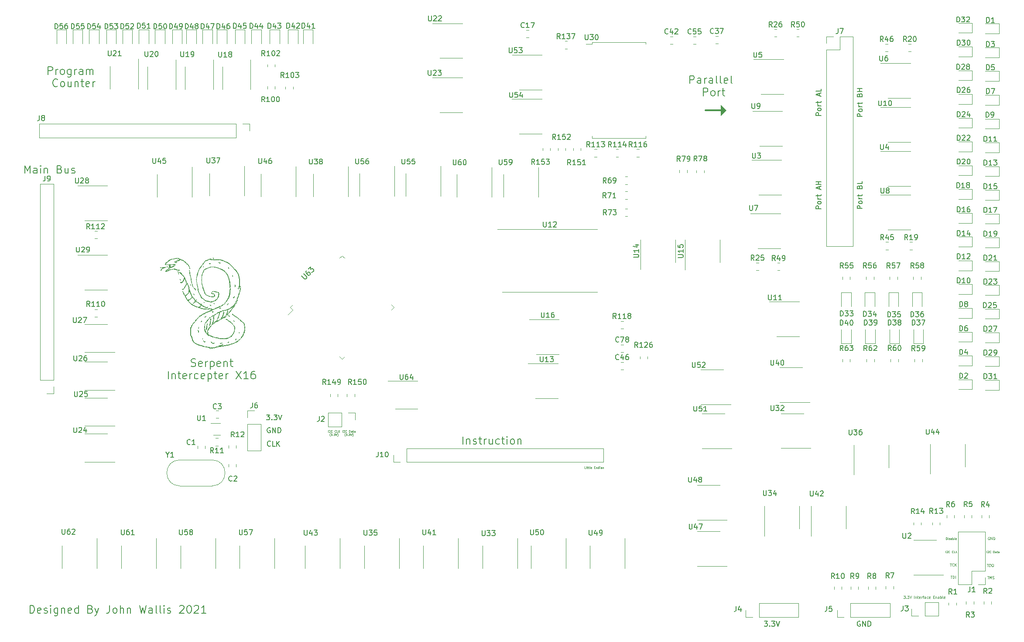
<source format=gto>
%TF.GenerationSoftware,KiCad,Pcbnew,(5.1.10)-1*%
%TF.CreationDate,2021-11-09T21:50:18+08:00*%
%TF.ProjectId,S3_Schematic,53335f53-6368-4656-9d61-7469632e6b69,rev?*%
%TF.SameCoordinates,Original*%
%TF.FileFunction,Legend,Top*%
%TF.FilePolarity,Positive*%
%FSLAX46Y46*%
G04 Gerber Fmt 4.6, Leading zero omitted, Abs format (unit mm)*
G04 Created by KiCad (PCBNEW (5.1.10)-1) date 2021-11-09 21:50:18*
%MOMM*%
%LPD*%
G01*
G04 APERTURE LIST*
%ADD10C,0.150000*%
%ADD11C,0.050000*%
%ADD12C,0.100000*%
%ADD13C,0.300000*%
%ADD14C,0.125000*%
%ADD15C,0.120000*%
%ADD16O,1.700000X1.700000*%
%ADD17R,1.700000X1.700000*%
%ADD18C,1.500000*%
%ADD19R,1.500000X0.400000*%
%ADD20R,1.100000X0.250000*%
G04 APERTURE END LIST*
D10*
X113604761Y-114157142D02*
X113557142Y-114204761D01*
X113414285Y-114252380D01*
X113319047Y-114252380D01*
X113176190Y-114204761D01*
X113080952Y-114109523D01*
X113033333Y-114014285D01*
X112985714Y-113823809D01*
X112985714Y-113680952D01*
X113033333Y-113490476D01*
X113080952Y-113395238D01*
X113176190Y-113300000D01*
X113319047Y-113252380D01*
X113414285Y-113252380D01*
X113557142Y-113300000D01*
X113604761Y-113347619D01*
X114509523Y-114252380D02*
X114033333Y-114252380D01*
X114033333Y-113252380D01*
X114842857Y-114252380D02*
X114842857Y-113252380D01*
X115414285Y-114252380D02*
X114985714Y-113680952D01*
X115414285Y-113252380D02*
X114842857Y-113823809D01*
X112823809Y-108152380D02*
X113442857Y-108152380D01*
X113109523Y-108533333D01*
X113252380Y-108533333D01*
X113347619Y-108580952D01*
X113395238Y-108628571D01*
X113442857Y-108723809D01*
X113442857Y-108961904D01*
X113395238Y-109057142D01*
X113347619Y-109104761D01*
X113252380Y-109152380D01*
X112966666Y-109152380D01*
X112871428Y-109104761D01*
X112823809Y-109057142D01*
X113871428Y-109057142D02*
X113919047Y-109104761D01*
X113871428Y-109152380D01*
X113823809Y-109104761D01*
X113871428Y-109057142D01*
X113871428Y-109152380D01*
X114252380Y-108152380D02*
X114871428Y-108152380D01*
X114538095Y-108533333D01*
X114680952Y-108533333D01*
X114776190Y-108580952D01*
X114823809Y-108628571D01*
X114871428Y-108723809D01*
X114871428Y-108961904D01*
X114823809Y-109057142D01*
X114776190Y-109104761D01*
X114680952Y-109152380D01*
X114395238Y-109152380D01*
X114300000Y-109104761D01*
X114252380Y-109057142D01*
X115157142Y-108152380D02*
X115490476Y-109152380D01*
X115823809Y-108152380D01*
X113538095Y-110700000D02*
X113442857Y-110652380D01*
X113300000Y-110652380D01*
X113157142Y-110700000D01*
X113061904Y-110795238D01*
X113014285Y-110890476D01*
X112966666Y-111080952D01*
X112966666Y-111223809D01*
X113014285Y-111414285D01*
X113061904Y-111509523D01*
X113157142Y-111604761D01*
X113300000Y-111652380D01*
X113395238Y-111652380D01*
X113538095Y-111604761D01*
X113585714Y-111557142D01*
X113585714Y-111223809D01*
X113395238Y-111223809D01*
X114014285Y-111652380D02*
X114014285Y-110652380D01*
X114585714Y-111652380D01*
X114585714Y-110652380D01*
X115061904Y-111652380D02*
X115061904Y-110652380D01*
X115300000Y-110652380D01*
X115442857Y-110700000D01*
X115538095Y-110795238D01*
X115585714Y-110890476D01*
X115633333Y-111080952D01*
X115633333Y-111223809D01*
X115585714Y-111414285D01*
X115538095Y-111509523D01*
X115442857Y-111604761D01*
X115300000Y-111652380D01*
X115061904Y-111652380D01*
D11*
X127580952Y-111555952D02*
X127580952Y-111155952D01*
X127752380Y-111194047D02*
X127771428Y-111175000D01*
X127809523Y-111155952D01*
X127904761Y-111155952D01*
X127942857Y-111175000D01*
X127961904Y-111194047D01*
X127980952Y-111232142D01*
X127980952Y-111270238D01*
X127961904Y-111327380D01*
X127733333Y-111555952D01*
X127980952Y-111555952D01*
X128380952Y-111517857D02*
X128361904Y-111536904D01*
X128304761Y-111555952D01*
X128266666Y-111555952D01*
X128209523Y-111536904D01*
X128171428Y-111498809D01*
X128152380Y-111460714D01*
X128133333Y-111384523D01*
X128133333Y-111327380D01*
X128152380Y-111251190D01*
X128171428Y-111213095D01*
X128209523Y-111175000D01*
X128266666Y-111155952D01*
X128304761Y-111155952D01*
X128361904Y-111175000D01*
X128380952Y-111194047D01*
X128857142Y-111555952D02*
X128857142Y-111155952D01*
X128952380Y-111155952D01*
X129009523Y-111175000D01*
X129047619Y-111213095D01*
X129066666Y-111251190D01*
X129085714Y-111327380D01*
X129085714Y-111384523D01*
X129066666Y-111460714D01*
X129047619Y-111498809D01*
X129009523Y-111536904D01*
X128952380Y-111555952D01*
X128857142Y-111555952D01*
X129428571Y-111555952D02*
X129428571Y-111346428D01*
X129409523Y-111308333D01*
X129371428Y-111289285D01*
X129295238Y-111289285D01*
X129257142Y-111308333D01*
X129428571Y-111536904D02*
X129390476Y-111555952D01*
X129295238Y-111555952D01*
X129257142Y-111536904D01*
X129238095Y-111498809D01*
X129238095Y-111460714D01*
X129257142Y-111422619D01*
X129295238Y-111403571D01*
X129390476Y-111403571D01*
X129428571Y-111384523D01*
X129561904Y-111289285D02*
X129714285Y-111289285D01*
X129619047Y-111155952D02*
X129619047Y-111498809D01*
X129638095Y-111536904D01*
X129676190Y-111555952D01*
X129714285Y-111555952D01*
X130019047Y-111555952D02*
X130019047Y-111346428D01*
X130000000Y-111308333D01*
X129961904Y-111289285D01*
X129885714Y-111289285D01*
X129847619Y-111308333D01*
X130019047Y-111536904D02*
X129980952Y-111555952D01*
X129885714Y-111555952D01*
X129847619Y-111536904D01*
X129828571Y-111498809D01*
X129828571Y-111460714D01*
X129847619Y-111422619D01*
X129885714Y-111403571D01*
X129980952Y-111403571D01*
X130019047Y-111384523D01*
X128095238Y-112358333D02*
X128076190Y-112339285D01*
X128038095Y-112282142D01*
X128019047Y-112244047D01*
X128000000Y-112186904D01*
X127980952Y-112091666D01*
X127980952Y-112015476D01*
X128000000Y-111920238D01*
X128019047Y-111863095D01*
X128038095Y-111825000D01*
X128076190Y-111767857D01*
X128095238Y-111748809D01*
X128209523Y-111805952D02*
X128457142Y-111805952D01*
X128323809Y-111958333D01*
X128380952Y-111958333D01*
X128419047Y-111977380D01*
X128438095Y-111996428D01*
X128457142Y-112034523D01*
X128457142Y-112129761D01*
X128438095Y-112167857D01*
X128419047Y-112186904D01*
X128380952Y-112205952D01*
X128266666Y-112205952D01*
X128228571Y-112186904D01*
X128209523Y-112167857D01*
X128628571Y-112167857D02*
X128647619Y-112186904D01*
X128628571Y-112205952D01*
X128609523Y-112186904D01*
X128628571Y-112167857D01*
X128628571Y-112205952D01*
X128780952Y-111805952D02*
X129028571Y-111805952D01*
X128895238Y-111958333D01*
X128952380Y-111958333D01*
X128990476Y-111977380D01*
X129009523Y-111996428D01*
X129028571Y-112034523D01*
X129028571Y-112129761D01*
X129009523Y-112167857D01*
X128990476Y-112186904D01*
X128952380Y-112205952D01*
X128838095Y-112205952D01*
X128800000Y-112186904D01*
X128780952Y-112167857D01*
X129142857Y-111805952D02*
X129276190Y-112205952D01*
X129409523Y-111805952D01*
X129504761Y-112358333D02*
X129523809Y-112339285D01*
X129561904Y-112282142D01*
X129580952Y-112244047D01*
X129600000Y-112186904D01*
X129619047Y-112091666D01*
X129619047Y-112015476D01*
X129600000Y-111920238D01*
X129580952Y-111863095D01*
X129561904Y-111825000D01*
X129523809Y-111767857D01*
X129504761Y-111748809D01*
X124795238Y-111555952D02*
X124795238Y-111155952D01*
X124966666Y-111194047D02*
X124985714Y-111175000D01*
X125023809Y-111155952D01*
X125119047Y-111155952D01*
X125157142Y-111175000D01*
X125176190Y-111194047D01*
X125195238Y-111232142D01*
X125195238Y-111270238D01*
X125176190Y-111327380D01*
X124947619Y-111555952D01*
X125195238Y-111555952D01*
X125595238Y-111517857D02*
X125576190Y-111536904D01*
X125519047Y-111555952D01*
X125480952Y-111555952D01*
X125423809Y-111536904D01*
X125385714Y-111498809D01*
X125366666Y-111460714D01*
X125347619Y-111384523D01*
X125347619Y-111327380D01*
X125366666Y-111251190D01*
X125385714Y-111213095D01*
X125423809Y-111175000D01*
X125480952Y-111155952D01*
X125519047Y-111155952D01*
X125576190Y-111175000D01*
X125595238Y-111194047D01*
X126300000Y-111517857D02*
X126280952Y-111536904D01*
X126223809Y-111555952D01*
X126185714Y-111555952D01*
X126128571Y-111536904D01*
X126090476Y-111498809D01*
X126071428Y-111460714D01*
X126052380Y-111384523D01*
X126052380Y-111327380D01*
X126071428Y-111251190D01*
X126090476Y-111213095D01*
X126128571Y-111175000D01*
X126185714Y-111155952D01*
X126223809Y-111155952D01*
X126280952Y-111175000D01*
X126300000Y-111194047D01*
X126661904Y-111555952D02*
X126471428Y-111555952D01*
X126471428Y-111155952D01*
X126795238Y-111555952D02*
X126795238Y-111155952D01*
X127023809Y-111555952D02*
X126852380Y-111327380D01*
X127023809Y-111155952D02*
X126795238Y-111384523D01*
X125195238Y-112358333D02*
X125176190Y-112339285D01*
X125138095Y-112282142D01*
X125119047Y-112244047D01*
X125100000Y-112186904D01*
X125080952Y-112091666D01*
X125080952Y-112015476D01*
X125100000Y-111920238D01*
X125119047Y-111863095D01*
X125138095Y-111825000D01*
X125176190Y-111767857D01*
X125195238Y-111748809D01*
X125309523Y-111805952D02*
X125557142Y-111805952D01*
X125423809Y-111958333D01*
X125480952Y-111958333D01*
X125519047Y-111977380D01*
X125538095Y-111996428D01*
X125557142Y-112034523D01*
X125557142Y-112129761D01*
X125538095Y-112167857D01*
X125519047Y-112186904D01*
X125480952Y-112205952D01*
X125366666Y-112205952D01*
X125328571Y-112186904D01*
X125309523Y-112167857D01*
X125728571Y-112167857D02*
X125747619Y-112186904D01*
X125728571Y-112205952D01*
X125709523Y-112186904D01*
X125728571Y-112167857D01*
X125728571Y-112205952D01*
X125880952Y-111805952D02*
X126128571Y-111805952D01*
X125995238Y-111958333D01*
X126052380Y-111958333D01*
X126090476Y-111977380D01*
X126109523Y-111996428D01*
X126128571Y-112034523D01*
X126128571Y-112129761D01*
X126109523Y-112167857D01*
X126090476Y-112186904D01*
X126052380Y-112205952D01*
X125938095Y-112205952D01*
X125900000Y-112186904D01*
X125880952Y-112167857D01*
X126242857Y-111805952D02*
X126376190Y-112205952D01*
X126509523Y-111805952D01*
X126604761Y-112358333D02*
X126623809Y-112339285D01*
X126661904Y-112282142D01*
X126680952Y-112244047D01*
X126700000Y-112186904D01*
X126719047Y-112091666D01*
X126719047Y-112015476D01*
X126700000Y-111920238D01*
X126680952Y-111863095D01*
X126661904Y-111825000D01*
X126623809Y-111767857D01*
X126604761Y-111748809D01*
X174771428Y-118580952D02*
X174580952Y-118580952D01*
X174580952Y-118180952D01*
X174904761Y-118580952D02*
X174904761Y-118314285D01*
X174904761Y-118180952D02*
X174885714Y-118200000D01*
X174904761Y-118219047D01*
X174923809Y-118200000D01*
X174904761Y-118180952D01*
X174904761Y-118219047D01*
X175038095Y-118314285D02*
X175190476Y-118314285D01*
X175095238Y-118180952D02*
X175095238Y-118523809D01*
X175114285Y-118561904D01*
X175152380Y-118580952D01*
X175190476Y-118580952D01*
X175266666Y-118314285D02*
X175419047Y-118314285D01*
X175323809Y-118180952D02*
X175323809Y-118523809D01*
X175342857Y-118561904D01*
X175380952Y-118580952D01*
X175419047Y-118580952D01*
X175609523Y-118580952D02*
X175571428Y-118561904D01*
X175552380Y-118523809D01*
X175552380Y-118180952D01*
X175914285Y-118561904D02*
X175876190Y-118580952D01*
X175800000Y-118580952D01*
X175761904Y-118561904D01*
X175742857Y-118523809D01*
X175742857Y-118371428D01*
X175761904Y-118333333D01*
X175800000Y-118314285D01*
X175876190Y-118314285D01*
X175914285Y-118333333D01*
X175933333Y-118371428D01*
X175933333Y-118409523D01*
X175742857Y-118447619D01*
X176409523Y-118371428D02*
X176542857Y-118371428D01*
X176600000Y-118580952D02*
X176409523Y-118580952D01*
X176409523Y-118180952D01*
X176600000Y-118180952D01*
X176771428Y-118314285D02*
X176771428Y-118580952D01*
X176771428Y-118352380D02*
X176790476Y-118333333D01*
X176828571Y-118314285D01*
X176885714Y-118314285D01*
X176923809Y-118333333D01*
X176942857Y-118371428D01*
X176942857Y-118580952D01*
X177304761Y-118580952D02*
X177304761Y-118180952D01*
X177304761Y-118561904D02*
X177266666Y-118580952D01*
X177190476Y-118580952D01*
X177152380Y-118561904D01*
X177133333Y-118542857D01*
X177114285Y-118504761D01*
X177114285Y-118390476D01*
X177133333Y-118352380D01*
X177152380Y-118333333D01*
X177190476Y-118314285D01*
X177266666Y-118314285D01*
X177304761Y-118333333D01*
X177495238Y-118580952D02*
X177495238Y-118314285D01*
X177495238Y-118180952D02*
X177476190Y-118200000D01*
X177495238Y-118219047D01*
X177514285Y-118200000D01*
X177495238Y-118180952D01*
X177495238Y-118219047D01*
X177857142Y-118580952D02*
X177857142Y-118371428D01*
X177838095Y-118333333D01*
X177800000Y-118314285D01*
X177723809Y-118314285D01*
X177685714Y-118333333D01*
X177857142Y-118561904D02*
X177819047Y-118580952D01*
X177723809Y-118580952D01*
X177685714Y-118561904D01*
X177666666Y-118523809D01*
X177666666Y-118485714D01*
X177685714Y-118447619D01*
X177723809Y-118428571D01*
X177819047Y-118428571D01*
X177857142Y-118409523D01*
X178047619Y-118314285D02*
X178047619Y-118580952D01*
X178047619Y-118352380D02*
X178066666Y-118333333D01*
X178104761Y-118314285D01*
X178161904Y-118314285D01*
X178200000Y-118333333D01*
X178219047Y-118371428D01*
X178219047Y-118580952D01*
D10*
X150957142Y-113878571D02*
X150957142Y-112378571D01*
X151671428Y-112878571D02*
X151671428Y-113878571D01*
X151671428Y-113021428D02*
X151742857Y-112950000D01*
X151885714Y-112878571D01*
X152100000Y-112878571D01*
X152242857Y-112950000D01*
X152314285Y-113092857D01*
X152314285Y-113878571D01*
X152957142Y-113807142D02*
X153100000Y-113878571D01*
X153385714Y-113878571D01*
X153528571Y-113807142D01*
X153600000Y-113664285D01*
X153600000Y-113592857D01*
X153528571Y-113450000D01*
X153385714Y-113378571D01*
X153171428Y-113378571D01*
X153028571Y-113307142D01*
X152957142Y-113164285D01*
X152957142Y-113092857D01*
X153028571Y-112950000D01*
X153171428Y-112878571D01*
X153385714Y-112878571D01*
X153528571Y-112950000D01*
X154028571Y-112878571D02*
X154600000Y-112878571D01*
X154242857Y-112378571D02*
X154242857Y-113664285D01*
X154314285Y-113807142D01*
X154457142Y-113878571D01*
X154600000Y-113878571D01*
X155100000Y-113878571D02*
X155100000Y-112878571D01*
X155100000Y-113164285D02*
X155171428Y-113021428D01*
X155242857Y-112950000D01*
X155385714Y-112878571D01*
X155528571Y-112878571D01*
X156671428Y-112878571D02*
X156671428Y-113878571D01*
X156028571Y-112878571D02*
X156028571Y-113664285D01*
X156100000Y-113807142D01*
X156242857Y-113878571D01*
X156457142Y-113878571D01*
X156600000Y-113807142D01*
X156671428Y-113735714D01*
X158028571Y-113807142D02*
X157885714Y-113878571D01*
X157600000Y-113878571D01*
X157457142Y-113807142D01*
X157385714Y-113735714D01*
X157314285Y-113592857D01*
X157314285Y-113164285D01*
X157385714Y-113021428D01*
X157457142Y-112950000D01*
X157600000Y-112878571D01*
X157885714Y-112878571D01*
X158028571Y-112950000D01*
X158457142Y-112878571D02*
X159028571Y-112878571D01*
X158671428Y-112378571D02*
X158671428Y-113664285D01*
X158742857Y-113807142D01*
X158885714Y-113878571D01*
X159028571Y-113878571D01*
X159528571Y-113878571D02*
X159528571Y-112878571D01*
X159528571Y-112378571D02*
X159457142Y-112450000D01*
X159528571Y-112521428D01*
X159600000Y-112450000D01*
X159528571Y-112378571D01*
X159528571Y-112521428D01*
X160457142Y-113878571D02*
X160314285Y-113807142D01*
X160242857Y-113735714D01*
X160171428Y-113592857D01*
X160171428Y-113164285D01*
X160242857Y-113021428D01*
X160314285Y-112950000D01*
X160457142Y-112878571D01*
X160671428Y-112878571D01*
X160814285Y-112950000D01*
X160885714Y-113021428D01*
X160957142Y-113164285D01*
X160957142Y-113592857D01*
X160885714Y-113735714D01*
X160814285Y-113807142D01*
X160671428Y-113878571D01*
X160457142Y-113878571D01*
X161600000Y-112878571D02*
X161600000Y-113878571D01*
X161600000Y-113021428D02*
X161671428Y-112950000D01*
X161814285Y-112878571D01*
X162028571Y-112878571D01*
X162171428Y-112950000D01*
X162242857Y-113092857D01*
X162242857Y-113878571D01*
X209423809Y-148252380D02*
X210042857Y-148252380D01*
X209709523Y-148633333D01*
X209852380Y-148633333D01*
X209947619Y-148680952D01*
X209995238Y-148728571D01*
X210042857Y-148823809D01*
X210042857Y-149061904D01*
X209995238Y-149157142D01*
X209947619Y-149204761D01*
X209852380Y-149252380D01*
X209566666Y-149252380D01*
X209471428Y-149204761D01*
X209423809Y-149157142D01*
X210471428Y-149157142D02*
X210519047Y-149204761D01*
X210471428Y-149252380D01*
X210423809Y-149204761D01*
X210471428Y-149157142D01*
X210471428Y-149252380D01*
X210852380Y-148252380D02*
X211471428Y-148252380D01*
X211138095Y-148633333D01*
X211280952Y-148633333D01*
X211376190Y-148680952D01*
X211423809Y-148728571D01*
X211471428Y-148823809D01*
X211471428Y-149061904D01*
X211423809Y-149157142D01*
X211376190Y-149204761D01*
X211280952Y-149252380D01*
X210995238Y-149252380D01*
X210900000Y-149204761D01*
X210852380Y-149157142D01*
X211757142Y-148252380D02*
X212090476Y-149252380D01*
X212423809Y-148252380D01*
X228038095Y-148300000D02*
X227942857Y-148252380D01*
X227800000Y-148252380D01*
X227657142Y-148300000D01*
X227561904Y-148395238D01*
X227514285Y-148490476D01*
X227466666Y-148680952D01*
X227466666Y-148823809D01*
X227514285Y-149014285D01*
X227561904Y-149109523D01*
X227657142Y-149204761D01*
X227800000Y-149252380D01*
X227895238Y-149252380D01*
X228038095Y-149204761D01*
X228085714Y-149157142D01*
X228085714Y-148823809D01*
X227895238Y-148823809D01*
X228514285Y-149252380D02*
X228514285Y-148252380D01*
X229085714Y-149252380D01*
X229085714Y-148252380D01*
X229561904Y-149252380D02*
X229561904Y-148252380D01*
X229800000Y-148252380D01*
X229942857Y-148300000D01*
X230038095Y-148395238D01*
X230085714Y-148490476D01*
X230133333Y-148680952D01*
X230133333Y-148823809D01*
X230085714Y-149014285D01*
X230038095Y-149109523D01*
X229942857Y-149204761D01*
X229800000Y-149252380D01*
X229561904Y-149252380D01*
D11*
X236476190Y-143326190D02*
X236785714Y-143326190D01*
X236619047Y-143516666D01*
X236690476Y-143516666D01*
X236738095Y-143540476D01*
X236761904Y-143564285D01*
X236785714Y-143611904D01*
X236785714Y-143730952D01*
X236761904Y-143778571D01*
X236738095Y-143802380D01*
X236690476Y-143826190D01*
X236547619Y-143826190D01*
X236500000Y-143802380D01*
X236476190Y-143778571D01*
X237000000Y-143778571D02*
X237023809Y-143802380D01*
X237000000Y-143826190D01*
X236976190Y-143802380D01*
X237000000Y-143778571D01*
X237000000Y-143826190D01*
X237190476Y-143326190D02*
X237500000Y-143326190D01*
X237333333Y-143516666D01*
X237404761Y-143516666D01*
X237452380Y-143540476D01*
X237476190Y-143564285D01*
X237500000Y-143611904D01*
X237500000Y-143730952D01*
X237476190Y-143778571D01*
X237452380Y-143802380D01*
X237404761Y-143826190D01*
X237261904Y-143826190D01*
X237214285Y-143802380D01*
X237190476Y-143778571D01*
X237642857Y-143326190D02*
X237809523Y-143826190D01*
X237976190Y-143326190D01*
X238523809Y-143826190D02*
X238523809Y-143326190D01*
X238761904Y-143492857D02*
X238761904Y-143826190D01*
X238761904Y-143540476D02*
X238785714Y-143516666D01*
X238833333Y-143492857D01*
X238904761Y-143492857D01*
X238952380Y-143516666D01*
X238976190Y-143564285D01*
X238976190Y-143826190D01*
X239142857Y-143492857D02*
X239333333Y-143492857D01*
X239214285Y-143326190D02*
X239214285Y-143754761D01*
X239238095Y-143802380D01*
X239285714Y-143826190D01*
X239333333Y-143826190D01*
X239690476Y-143802380D02*
X239642857Y-143826190D01*
X239547619Y-143826190D01*
X239500000Y-143802380D01*
X239476190Y-143754761D01*
X239476190Y-143564285D01*
X239500000Y-143516666D01*
X239547619Y-143492857D01*
X239642857Y-143492857D01*
X239690476Y-143516666D01*
X239714285Y-143564285D01*
X239714285Y-143611904D01*
X239476190Y-143659523D01*
X239928571Y-143826190D02*
X239928571Y-143492857D01*
X239928571Y-143588095D02*
X239952380Y-143540476D01*
X239976190Y-143516666D01*
X240023809Y-143492857D01*
X240071428Y-143492857D01*
X240166666Y-143492857D02*
X240357142Y-143492857D01*
X240238095Y-143826190D02*
X240238095Y-143397619D01*
X240261904Y-143350000D01*
X240309523Y-143326190D01*
X240357142Y-143326190D01*
X240738095Y-143826190D02*
X240738095Y-143564285D01*
X240714285Y-143516666D01*
X240666666Y-143492857D01*
X240571428Y-143492857D01*
X240523809Y-143516666D01*
X240738095Y-143802380D02*
X240690476Y-143826190D01*
X240571428Y-143826190D01*
X240523809Y-143802380D01*
X240500000Y-143754761D01*
X240500000Y-143707142D01*
X240523809Y-143659523D01*
X240571428Y-143635714D01*
X240690476Y-143635714D01*
X240738095Y-143611904D01*
X241190476Y-143802380D02*
X241142857Y-143826190D01*
X241047619Y-143826190D01*
X241000000Y-143802380D01*
X240976190Y-143778571D01*
X240952380Y-143730952D01*
X240952380Y-143588095D01*
X240976190Y-143540476D01*
X241000000Y-143516666D01*
X241047619Y-143492857D01*
X241142857Y-143492857D01*
X241190476Y-143516666D01*
X241595238Y-143802380D02*
X241547619Y-143826190D01*
X241452380Y-143826190D01*
X241404761Y-143802380D01*
X241380952Y-143754761D01*
X241380952Y-143564285D01*
X241404761Y-143516666D01*
X241452380Y-143492857D01*
X241547619Y-143492857D01*
X241595238Y-143516666D01*
X241619047Y-143564285D01*
X241619047Y-143611904D01*
X241380952Y-143659523D01*
X242214285Y-143564285D02*
X242380952Y-143564285D01*
X242452380Y-143826190D02*
X242214285Y-143826190D01*
X242214285Y-143326190D01*
X242452380Y-143326190D01*
X242666666Y-143492857D02*
X242666666Y-143826190D01*
X242666666Y-143540476D02*
X242690476Y-143516666D01*
X242738095Y-143492857D01*
X242809523Y-143492857D01*
X242857142Y-143516666D01*
X242880952Y-143564285D01*
X242880952Y-143826190D01*
X243333333Y-143826190D02*
X243333333Y-143564285D01*
X243309523Y-143516666D01*
X243261904Y-143492857D01*
X243166666Y-143492857D01*
X243119047Y-143516666D01*
X243333333Y-143802380D02*
X243285714Y-143826190D01*
X243166666Y-143826190D01*
X243119047Y-143802380D01*
X243095238Y-143754761D01*
X243095238Y-143707142D01*
X243119047Y-143659523D01*
X243166666Y-143635714D01*
X243285714Y-143635714D01*
X243333333Y-143611904D01*
X243571428Y-143826190D02*
X243571428Y-143326190D01*
X243571428Y-143516666D02*
X243619047Y-143492857D01*
X243714285Y-143492857D01*
X243761904Y-143516666D01*
X243785714Y-143540476D01*
X243809523Y-143588095D01*
X243809523Y-143730952D01*
X243785714Y-143778571D01*
X243761904Y-143802380D01*
X243714285Y-143826190D01*
X243619047Y-143826190D01*
X243571428Y-143802380D01*
X244095238Y-143826190D02*
X244047619Y-143802380D01*
X244023809Y-143754761D01*
X244023809Y-143326190D01*
X244476190Y-143802380D02*
X244428571Y-143826190D01*
X244333333Y-143826190D01*
X244285714Y-143802380D01*
X244261904Y-143754761D01*
X244261904Y-143564285D01*
X244285714Y-143516666D01*
X244333333Y-143492857D01*
X244428571Y-143492857D01*
X244476190Y-143516666D01*
X244500000Y-143564285D01*
X244500000Y-143611904D01*
X244261904Y-143659523D01*
X253119047Y-131950000D02*
X253071428Y-131926190D01*
X253000000Y-131926190D01*
X252928571Y-131950000D01*
X252880952Y-131997619D01*
X252857142Y-132045238D01*
X252833333Y-132140476D01*
X252833333Y-132211904D01*
X252857142Y-132307142D01*
X252880952Y-132354761D01*
X252928571Y-132402380D01*
X253000000Y-132426190D01*
X253047619Y-132426190D01*
X253119047Y-132402380D01*
X253142857Y-132378571D01*
X253142857Y-132211904D01*
X253047619Y-132211904D01*
X253357142Y-132426190D02*
X253357142Y-131926190D01*
X253642857Y-132426190D01*
X253642857Y-131926190D01*
X253880952Y-132426190D02*
X253880952Y-131926190D01*
X254000000Y-131926190D01*
X254071428Y-131950000D01*
X254119047Y-131997619D01*
X254142857Y-132045238D01*
X254166666Y-132140476D01*
X254166666Y-132211904D01*
X254142857Y-132307142D01*
X254119047Y-132354761D01*
X254071428Y-132402380D01*
X254000000Y-132426190D01*
X253880952Y-132426190D01*
X252580952Y-134980952D02*
X252580952Y-134580952D01*
X252752380Y-134619047D02*
X252771428Y-134600000D01*
X252809523Y-134580952D01*
X252904761Y-134580952D01*
X252942857Y-134600000D01*
X252961904Y-134619047D01*
X252980952Y-134657142D01*
X252980952Y-134695238D01*
X252961904Y-134752380D01*
X252733333Y-134980952D01*
X252980952Y-134980952D01*
X253380952Y-134942857D02*
X253361904Y-134961904D01*
X253304761Y-134980952D01*
X253266666Y-134980952D01*
X253209523Y-134961904D01*
X253171428Y-134923809D01*
X253152380Y-134885714D01*
X253133333Y-134809523D01*
X253133333Y-134752380D01*
X253152380Y-134676190D01*
X253171428Y-134638095D01*
X253209523Y-134600000D01*
X253266666Y-134580952D01*
X253304761Y-134580952D01*
X253361904Y-134600000D01*
X253380952Y-134619047D01*
X253857142Y-134980952D02*
X253857142Y-134580952D01*
X253952380Y-134580952D01*
X254009523Y-134600000D01*
X254047619Y-134638095D01*
X254066666Y-134676190D01*
X254085714Y-134752380D01*
X254085714Y-134809523D01*
X254066666Y-134885714D01*
X254047619Y-134923809D01*
X254009523Y-134961904D01*
X253952380Y-134980952D01*
X253857142Y-134980952D01*
X254428571Y-134980952D02*
X254428571Y-134771428D01*
X254409523Y-134733333D01*
X254371428Y-134714285D01*
X254295238Y-134714285D01*
X254257142Y-134733333D01*
X254428571Y-134961904D02*
X254390476Y-134980952D01*
X254295238Y-134980952D01*
X254257142Y-134961904D01*
X254238095Y-134923809D01*
X254238095Y-134885714D01*
X254257142Y-134847619D01*
X254295238Y-134828571D01*
X254390476Y-134828571D01*
X254428571Y-134809523D01*
X254561904Y-134714285D02*
X254714285Y-134714285D01*
X254619047Y-134580952D02*
X254619047Y-134923809D01*
X254638095Y-134961904D01*
X254676190Y-134980952D01*
X254714285Y-134980952D01*
X255019047Y-134980952D02*
X255019047Y-134771428D01*
X255000000Y-134733333D01*
X254961904Y-134714285D01*
X254885714Y-134714285D01*
X254847619Y-134733333D01*
X255019047Y-134961904D02*
X254980952Y-134980952D01*
X254885714Y-134980952D01*
X254847619Y-134961904D01*
X254828571Y-134923809D01*
X254828571Y-134885714D01*
X254847619Y-134847619D01*
X254885714Y-134828571D01*
X254980952Y-134828571D01*
X255019047Y-134809523D01*
X244595238Y-134980952D02*
X244595238Y-134580952D01*
X244766666Y-134619047D02*
X244785714Y-134600000D01*
X244823809Y-134580952D01*
X244919047Y-134580952D01*
X244957142Y-134600000D01*
X244976190Y-134619047D01*
X244995238Y-134657142D01*
X244995238Y-134695238D01*
X244976190Y-134752380D01*
X244747619Y-134980952D01*
X244995238Y-134980952D01*
X245395238Y-134942857D02*
X245376190Y-134961904D01*
X245319047Y-134980952D01*
X245280952Y-134980952D01*
X245223809Y-134961904D01*
X245185714Y-134923809D01*
X245166666Y-134885714D01*
X245147619Y-134809523D01*
X245147619Y-134752380D01*
X245166666Y-134676190D01*
X245185714Y-134638095D01*
X245223809Y-134600000D01*
X245280952Y-134580952D01*
X245319047Y-134580952D01*
X245376190Y-134600000D01*
X245395238Y-134619047D01*
X246100000Y-134942857D02*
X246080952Y-134961904D01*
X246023809Y-134980952D01*
X245985714Y-134980952D01*
X245928571Y-134961904D01*
X245890476Y-134923809D01*
X245871428Y-134885714D01*
X245852380Y-134809523D01*
X245852380Y-134752380D01*
X245871428Y-134676190D01*
X245890476Y-134638095D01*
X245928571Y-134600000D01*
X245985714Y-134580952D01*
X246023809Y-134580952D01*
X246080952Y-134600000D01*
X246100000Y-134619047D01*
X246461904Y-134980952D02*
X246271428Y-134980952D01*
X246271428Y-134580952D01*
X246595238Y-134980952D02*
X246595238Y-134580952D01*
X246823809Y-134980952D02*
X246652380Y-134752380D01*
X246823809Y-134580952D02*
X246595238Y-134809523D01*
X244700000Y-132380952D02*
X244700000Y-131980952D01*
X244795238Y-131980952D01*
X244852380Y-132000000D01*
X244890476Y-132038095D01*
X244909523Y-132076190D01*
X244928571Y-132152380D01*
X244928571Y-132209523D01*
X244909523Y-132285714D01*
X244890476Y-132323809D01*
X244852380Y-132361904D01*
X244795238Y-132380952D01*
X244700000Y-132380952D01*
X245100000Y-132380952D02*
X245100000Y-132114285D01*
X245100000Y-131980952D02*
X245080952Y-132000000D01*
X245100000Y-132019047D01*
X245119047Y-132000000D01*
X245100000Y-131980952D01*
X245100000Y-132019047D01*
X245271428Y-132361904D02*
X245309523Y-132380952D01*
X245385714Y-132380952D01*
X245423809Y-132361904D01*
X245442857Y-132323809D01*
X245442857Y-132304761D01*
X245423809Y-132266666D01*
X245385714Y-132247619D01*
X245328571Y-132247619D01*
X245290476Y-132228571D01*
X245271428Y-132190476D01*
X245271428Y-132171428D01*
X245290476Y-132133333D01*
X245328571Y-132114285D01*
X245385714Y-132114285D01*
X245423809Y-132133333D01*
X245785714Y-132380952D02*
X245785714Y-132171428D01*
X245766666Y-132133333D01*
X245728571Y-132114285D01*
X245652380Y-132114285D01*
X245614285Y-132133333D01*
X245785714Y-132361904D02*
X245747619Y-132380952D01*
X245652380Y-132380952D01*
X245614285Y-132361904D01*
X245595238Y-132323809D01*
X245595238Y-132285714D01*
X245614285Y-132247619D01*
X245652380Y-132228571D01*
X245747619Y-132228571D01*
X245785714Y-132209523D01*
X245976190Y-132380952D02*
X245976190Y-131980952D01*
X245976190Y-132133333D02*
X246014285Y-132114285D01*
X246090476Y-132114285D01*
X246128571Y-132133333D01*
X246147619Y-132152380D01*
X246166666Y-132190476D01*
X246166666Y-132304761D01*
X246147619Y-132342857D01*
X246128571Y-132361904D01*
X246090476Y-132380952D01*
X246014285Y-132380952D01*
X245976190Y-132361904D01*
X246395238Y-132380952D02*
X246357142Y-132361904D01*
X246338095Y-132323809D01*
X246338095Y-131980952D01*
X246700000Y-132361904D02*
X246661904Y-132380952D01*
X246585714Y-132380952D01*
X246547619Y-132361904D01*
X246528571Y-132323809D01*
X246528571Y-132171428D01*
X246547619Y-132133333D01*
X246585714Y-132114285D01*
X246661904Y-132114285D01*
X246700000Y-132133333D01*
X246719047Y-132171428D01*
X246719047Y-132209523D01*
X246528571Y-132247619D01*
X252645238Y-137126190D02*
X252930952Y-137126190D01*
X252788095Y-137626190D02*
X252788095Y-137126190D01*
X253097619Y-137626190D02*
X253097619Y-137126190D01*
X253216666Y-137126190D01*
X253288095Y-137150000D01*
X253335714Y-137197619D01*
X253359523Y-137245238D01*
X253383333Y-137340476D01*
X253383333Y-137411904D01*
X253359523Y-137507142D01*
X253335714Y-137554761D01*
X253288095Y-137602380D01*
X253216666Y-137626190D01*
X253097619Y-137626190D01*
X253692857Y-137126190D02*
X253788095Y-137126190D01*
X253835714Y-137150000D01*
X253883333Y-137197619D01*
X253907142Y-137292857D01*
X253907142Y-137459523D01*
X253883333Y-137554761D01*
X253835714Y-137602380D01*
X253788095Y-137626190D01*
X253692857Y-137626190D01*
X253645238Y-137602380D01*
X253597619Y-137554761D01*
X253573809Y-137459523D01*
X253573809Y-137292857D01*
X253597619Y-137197619D01*
X253645238Y-137150000D01*
X253692857Y-137126190D01*
X252733333Y-139526190D02*
X253019047Y-139526190D01*
X252876190Y-140026190D02*
X252876190Y-139526190D01*
X253185714Y-140026190D02*
X253185714Y-139526190D01*
X253352380Y-139883333D01*
X253519047Y-139526190D01*
X253519047Y-140026190D01*
X253733333Y-140002380D02*
X253804761Y-140026190D01*
X253923809Y-140026190D01*
X253971428Y-140002380D01*
X253995238Y-139978571D01*
X254019047Y-139930952D01*
X254019047Y-139883333D01*
X253995238Y-139835714D01*
X253971428Y-139811904D01*
X253923809Y-139788095D01*
X253828571Y-139764285D01*
X253780952Y-139740476D01*
X253757142Y-139716666D01*
X253733333Y-139669047D01*
X253733333Y-139621428D01*
X253757142Y-139573809D01*
X253780952Y-139550000D01*
X253828571Y-139526190D01*
X253947619Y-139526190D01*
X254019047Y-139550000D01*
X245588095Y-139426190D02*
X245873809Y-139426190D01*
X245730952Y-139926190D02*
X245730952Y-139426190D01*
X246040476Y-139926190D02*
X246040476Y-139426190D01*
X246159523Y-139426190D01*
X246230952Y-139450000D01*
X246278571Y-139497619D01*
X246302380Y-139545238D01*
X246326190Y-139640476D01*
X246326190Y-139711904D01*
X246302380Y-139807142D01*
X246278571Y-139854761D01*
X246230952Y-139902380D01*
X246159523Y-139926190D01*
X246040476Y-139926190D01*
X246540476Y-139926190D02*
X246540476Y-139426190D01*
X245457142Y-137026190D02*
X245742857Y-137026190D01*
X245600000Y-137526190D02*
X245600000Y-137026190D01*
X246195238Y-137478571D02*
X246171428Y-137502380D01*
X246100000Y-137526190D01*
X246052380Y-137526190D01*
X245980952Y-137502380D01*
X245933333Y-137454761D01*
X245909523Y-137407142D01*
X245885714Y-137311904D01*
X245885714Y-137240476D01*
X245909523Y-137145238D01*
X245933333Y-137097619D01*
X245980952Y-137050000D01*
X246052380Y-137026190D01*
X246100000Y-137026190D01*
X246171428Y-137050000D01*
X246195238Y-137073809D01*
X246409523Y-137526190D02*
X246409523Y-137026190D01*
X246695238Y-137526190D02*
X246480952Y-137240476D01*
X246695238Y-137026190D02*
X246409523Y-137311904D01*
D10*
X228452380Y-68095238D02*
X227452380Y-68095238D01*
X227452380Y-67714285D01*
X227500000Y-67619047D01*
X227547619Y-67571428D01*
X227642857Y-67523809D01*
X227785714Y-67523809D01*
X227880952Y-67571428D01*
X227928571Y-67619047D01*
X227976190Y-67714285D01*
X227976190Y-68095238D01*
X228452380Y-66952380D02*
X228404761Y-67047619D01*
X228357142Y-67095238D01*
X228261904Y-67142857D01*
X227976190Y-67142857D01*
X227880952Y-67095238D01*
X227833333Y-67047619D01*
X227785714Y-66952380D01*
X227785714Y-66809523D01*
X227833333Y-66714285D01*
X227880952Y-66666666D01*
X227976190Y-66619047D01*
X228261904Y-66619047D01*
X228357142Y-66666666D01*
X228404761Y-66714285D01*
X228452380Y-66809523D01*
X228452380Y-66952380D01*
X228452380Y-66190476D02*
X227785714Y-66190476D01*
X227976190Y-66190476D02*
X227880952Y-66142857D01*
X227833333Y-66095238D01*
X227785714Y-66000000D01*
X227785714Y-65904761D01*
X227785714Y-65714285D02*
X227785714Y-65333333D01*
X227452380Y-65571428D02*
X228309523Y-65571428D01*
X228404761Y-65523809D01*
X228452380Y-65428571D01*
X228452380Y-65333333D01*
X227928571Y-63904761D02*
X227976190Y-63761904D01*
X228023809Y-63714285D01*
X228119047Y-63666666D01*
X228261904Y-63666666D01*
X228357142Y-63714285D01*
X228404761Y-63761904D01*
X228452380Y-63857142D01*
X228452380Y-64238095D01*
X227452380Y-64238095D01*
X227452380Y-63904761D01*
X227500000Y-63809523D01*
X227547619Y-63761904D01*
X227642857Y-63714285D01*
X227738095Y-63714285D01*
X227833333Y-63761904D01*
X227880952Y-63809523D01*
X227928571Y-63904761D01*
X227928571Y-64238095D01*
X228452380Y-62761904D02*
X228452380Y-63238095D01*
X227452380Y-63238095D01*
X228452380Y-50214285D02*
X227452380Y-50214285D01*
X227452380Y-49833333D01*
X227500000Y-49738095D01*
X227547619Y-49690476D01*
X227642857Y-49642857D01*
X227785714Y-49642857D01*
X227880952Y-49690476D01*
X227928571Y-49738095D01*
X227976190Y-49833333D01*
X227976190Y-50214285D01*
X228452380Y-49071428D02*
X228404761Y-49166666D01*
X228357142Y-49214285D01*
X228261904Y-49261904D01*
X227976190Y-49261904D01*
X227880952Y-49214285D01*
X227833333Y-49166666D01*
X227785714Y-49071428D01*
X227785714Y-48928571D01*
X227833333Y-48833333D01*
X227880952Y-48785714D01*
X227976190Y-48738095D01*
X228261904Y-48738095D01*
X228357142Y-48785714D01*
X228404761Y-48833333D01*
X228452380Y-48928571D01*
X228452380Y-49071428D01*
X228452380Y-48309523D02*
X227785714Y-48309523D01*
X227976190Y-48309523D02*
X227880952Y-48261904D01*
X227833333Y-48214285D01*
X227785714Y-48119047D01*
X227785714Y-48023809D01*
X227785714Y-47833333D02*
X227785714Y-47452380D01*
X227452380Y-47690476D02*
X228309523Y-47690476D01*
X228404761Y-47642857D01*
X228452380Y-47547619D01*
X228452380Y-47452380D01*
X227928571Y-46023809D02*
X227976190Y-45880952D01*
X228023809Y-45833333D01*
X228119047Y-45785714D01*
X228261904Y-45785714D01*
X228357142Y-45833333D01*
X228404761Y-45880952D01*
X228452380Y-45976190D01*
X228452380Y-46357142D01*
X227452380Y-46357142D01*
X227452380Y-46023809D01*
X227500000Y-45928571D01*
X227547619Y-45880952D01*
X227642857Y-45833333D01*
X227738095Y-45833333D01*
X227833333Y-45880952D01*
X227880952Y-45928571D01*
X227928571Y-46023809D01*
X227928571Y-46357142D01*
X228452380Y-45357142D02*
X227452380Y-45357142D01*
X227928571Y-45357142D02*
X227928571Y-44785714D01*
X228452380Y-44785714D02*
X227452380Y-44785714D01*
X220452380Y-68142857D02*
X219452380Y-68142857D01*
X219452380Y-67761904D01*
X219500000Y-67666666D01*
X219547619Y-67619047D01*
X219642857Y-67571428D01*
X219785714Y-67571428D01*
X219880952Y-67619047D01*
X219928571Y-67666666D01*
X219976190Y-67761904D01*
X219976190Y-68142857D01*
X220452380Y-67000000D02*
X220404761Y-67095238D01*
X220357142Y-67142857D01*
X220261904Y-67190476D01*
X219976190Y-67190476D01*
X219880952Y-67142857D01*
X219833333Y-67095238D01*
X219785714Y-67000000D01*
X219785714Y-66857142D01*
X219833333Y-66761904D01*
X219880952Y-66714285D01*
X219976190Y-66666666D01*
X220261904Y-66666666D01*
X220357142Y-66714285D01*
X220404761Y-66761904D01*
X220452380Y-66857142D01*
X220452380Y-67000000D01*
X220452380Y-66238095D02*
X219785714Y-66238095D01*
X219976190Y-66238095D02*
X219880952Y-66190476D01*
X219833333Y-66142857D01*
X219785714Y-66047619D01*
X219785714Y-65952380D01*
X219785714Y-65761904D02*
X219785714Y-65380952D01*
X219452380Y-65619047D02*
X220309523Y-65619047D01*
X220404761Y-65571428D01*
X220452380Y-65476190D01*
X220452380Y-65380952D01*
X220166666Y-64333333D02*
X220166666Y-63857142D01*
X220452380Y-64428571D02*
X219452380Y-64095238D01*
X220452380Y-63761904D01*
X220452380Y-63428571D02*
X219452380Y-63428571D01*
X219928571Y-63428571D02*
X219928571Y-62857142D01*
X220452380Y-62857142D02*
X219452380Y-62857142D01*
X220452380Y-50023809D02*
X219452380Y-50023809D01*
X219452380Y-49642857D01*
X219500000Y-49547619D01*
X219547619Y-49500000D01*
X219642857Y-49452380D01*
X219785714Y-49452380D01*
X219880952Y-49500000D01*
X219928571Y-49547619D01*
X219976190Y-49642857D01*
X219976190Y-50023809D01*
X220452380Y-48880952D02*
X220404761Y-48976190D01*
X220357142Y-49023809D01*
X220261904Y-49071428D01*
X219976190Y-49071428D01*
X219880952Y-49023809D01*
X219833333Y-48976190D01*
X219785714Y-48880952D01*
X219785714Y-48738095D01*
X219833333Y-48642857D01*
X219880952Y-48595238D01*
X219976190Y-48547619D01*
X220261904Y-48547619D01*
X220357142Y-48595238D01*
X220404761Y-48642857D01*
X220452380Y-48738095D01*
X220452380Y-48880952D01*
X220452380Y-48119047D02*
X219785714Y-48119047D01*
X219976190Y-48119047D02*
X219880952Y-48071428D01*
X219833333Y-48023809D01*
X219785714Y-47928571D01*
X219785714Y-47833333D01*
X219785714Y-47642857D02*
X219785714Y-47261904D01*
X219452380Y-47500000D02*
X220309523Y-47500000D01*
X220404761Y-47452380D01*
X220452380Y-47357142D01*
X220452380Y-47261904D01*
X220166666Y-46214285D02*
X220166666Y-45738095D01*
X220452380Y-46309523D02*
X219452380Y-45976190D01*
X220452380Y-45642857D01*
X220452380Y-44833333D02*
X220452380Y-45309523D01*
X219452380Y-45309523D01*
D12*
G36*
X202000000Y-49000000D02*
G01*
X201000000Y-50000000D01*
X201000000Y-48000000D01*
X202000000Y-49000000D01*
G37*
X202000000Y-49000000D02*
X201000000Y-50000000D01*
X201000000Y-48000000D01*
X202000000Y-49000000D01*
D13*
X198000000Y-49000000D02*
X201000000Y-49000000D01*
D10*
X194992857Y-43778571D02*
X194992857Y-42278571D01*
X195564285Y-42278571D01*
X195707142Y-42350000D01*
X195778571Y-42421428D01*
X195850000Y-42564285D01*
X195850000Y-42778571D01*
X195778571Y-42921428D01*
X195707142Y-42992857D01*
X195564285Y-43064285D01*
X194992857Y-43064285D01*
X197135714Y-43778571D02*
X197135714Y-42992857D01*
X197064285Y-42850000D01*
X196921428Y-42778571D01*
X196635714Y-42778571D01*
X196492857Y-42850000D01*
X197135714Y-43707142D02*
X196992857Y-43778571D01*
X196635714Y-43778571D01*
X196492857Y-43707142D01*
X196421428Y-43564285D01*
X196421428Y-43421428D01*
X196492857Y-43278571D01*
X196635714Y-43207142D01*
X196992857Y-43207142D01*
X197135714Y-43135714D01*
X197850000Y-43778571D02*
X197850000Y-42778571D01*
X197850000Y-43064285D02*
X197921428Y-42921428D01*
X197992857Y-42850000D01*
X198135714Y-42778571D01*
X198278571Y-42778571D01*
X199421428Y-43778571D02*
X199421428Y-42992857D01*
X199350000Y-42850000D01*
X199207142Y-42778571D01*
X198921428Y-42778571D01*
X198778571Y-42850000D01*
X199421428Y-43707142D02*
X199278571Y-43778571D01*
X198921428Y-43778571D01*
X198778571Y-43707142D01*
X198707142Y-43564285D01*
X198707142Y-43421428D01*
X198778571Y-43278571D01*
X198921428Y-43207142D01*
X199278571Y-43207142D01*
X199421428Y-43135714D01*
X200350000Y-43778571D02*
X200207142Y-43707142D01*
X200135714Y-43564285D01*
X200135714Y-42278571D01*
X201135714Y-43778571D02*
X200992857Y-43707142D01*
X200921428Y-43564285D01*
X200921428Y-42278571D01*
X202278571Y-43707142D02*
X202135714Y-43778571D01*
X201850000Y-43778571D01*
X201707142Y-43707142D01*
X201635714Y-43564285D01*
X201635714Y-42992857D01*
X201707142Y-42850000D01*
X201850000Y-42778571D01*
X202135714Y-42778571D01*
X202278571Y-42850000D01*
X202350000Y-42992857D01*
X202350000Y-43135714D01*
X201635714Y-43278571D01*
X203207142Y-43778571D02*
X203064285Y-43707142D01*
X202992857Y-43564285D01*
X202992857Y-42278571D01*
X197635714Y-46178571D02*
X197635714Y-44678571D01*
X198207142Y-44678571D01*
X198350000Y-44750000D01*
X198421428Y-44821428D01*
X198492857Y-44964285D01*
X198492857Y-45178571D01*
X198421428Y-45321428D01*
X198350000Y-45392857D01*
X198207142Y-45464285D01*
X197635714Y-45464285D01*
X199350000Y-46178571D02*
X199207142Y-46107142D01*
X199135714Y-46035714D01*
X199064285Y-45892857D01*
X199064285Y-45464285D01*
X199135714Y-45321428D01*
X199207142Y-45250000D01*
X199350000Y-45178571D01*
X199564285Y-45178571D01*
X199707142Y-45250000D01*
X199778571Y-45321428D01*
X199850000Y-45464285D01*
X199850000Y-45892857D01*
X199778571Y-46035714D01*
X199707142Y-46107142D01*
X199564285Y-46178571D01*
X199350000Y-46178571D01*
X200492857Y-46178571D02*
X200492857Y-45178571D01*
X200492857Y-45464285D02*
X200564285Y-45321428D01*
X200635714Y-45250000D01*
X200778571Y-45178571D01*
X200921428Y-45178571D01*
X201207142Y-45178571D02*
X201778571Y-45178571D01*
X201421428Y-44678571D02*
X201421428Y-45964285D01*
X201492857Y-46107142D01*
X201635714Y-46178571D01*
X201778571Y-46178571D01*
X65928571Y-61228571D02*
X65928571Y-59728571D01*
X66428571Y-60800000D01*
X66928571Y-59728571D01*
X66928571Y-61228571D01*
X68285714Y-61228571D02*
X68285714Y-60442857D01*
X68214285Y-60300000D01*
X68071428Y-60228571D01*
X67785714Y-60228571D01*
X67642857Y-60300000D01*
X68285714Y-61157142D02*
X68142857Y-61228571D01*
X67785714Y-61228571D01*
X67642857Y-61157142D01*
X67571428Y-61014285D01*
X67571428Y-60871428D01*
X67642857Y-60728571D01*
X67785714Y-60657142D01*
X68142857Y-60657142D01*
X68285714Y-60585714D01*
X69000000Y-61228571D02*
X69000000Y-60228571D01*
X69000000Y-59728571D02*
X68928571Y-59800000D01*
X69000000Y-59871428D01*
X69071428Y-59800000D01*
X69000000Y-59728571D01*
X69000000Y-59871428D01*
X69714285Y-60228571D02*
X69714285Y-61228571D01*
X69714285Y-60371428D02*
X69785714Y-60300000D01*
X69928571Y-60228571D01*
X70142857Y-60228571D01*
X70285714Y-60300000D01*
X70357142Y-60442857D01*
X70357142Y-61228571D01*
X72714285Y-60442857D02*
X72928571Y-60514285D01*
X73000000Y-60585714D01*
X73071428Y-60728571D01*
X73071428Y-60942857D01*
X73000000Y-61085714D01*
X72928571Y-61157142D01*
X72785714Y-61228571D01*
X72214285Y-61228571D01*
X72214285Y-59728571D01*
X72714285Y-59728571D01*
X72857142Y-59800000D01*
X72928571Y-59871428D01*
X73000000Y-60014285D01*
X73000000Y-60157142D01*
X72928571Y-60300000D01*
X72857142Y-60371428D01*
X72714285Y-60442857D01*
X72214285Y-60442857D01*
X74357142Y-60228571D02*
X74357142Y-61228571D01*
X73714285Y-60228571D02*
X73714285Y-61014285D01*
X73785714Y-61157142D01*
X73928571Y-61228571D01*
X74142857Y-61228571D01*
X74285714Y-61157142D01*
X74357142Y-61085714D01*
X75000000Y-61157142D02*
X75142857Y-61228571D01*
X75428571Y-61228571D01*
X75571428Y-61157142D01*
X75642857Y-61014285D01*
X75642857Y-60942857D01*
X75571428Y-60800000D01*
X75428571Y-60728571D01*
X75214285Y-60728571D01*
X75071428Y-60657142D01*
X75000000Y-60514285D01*
X75000000Y-60442857D01*
X75071428Y-60300000D01*
X75214285Y-60228571D01*
X75428571Y-60228571D01*
X75571428Y-60300000D01*
X70471428Y-42028571D02*
X70471428Y-40528571D01*
X71042857Y-40528571D01*
X71185714Y-40600000D01*
X71257142Y-40671428D01*
X71328571Y-40814285D01*
X71328571Y-41028571D01*
X71257142Y-41171428D01*
X71185714Y-41242857D01*
X71042857Y-41314285D01*
X70471428Y-41314285D01*
X71971428Y-42028571D02*
X71971428Y-41028571D01*
X71971428Y-41314285D02*
X72042857Y-41171428D01*
X72114285Y-41100000D01*
X72257142Y-41028571D01*
X72400000Y-41028571D01*
X73114285Y-42028571D02*
X72971428Y-41957142D01*
X72900000Y-41885714D01*
X72828571Y-41742857D01*
X72828571Y-41314285D01*
X72900000Y-41171428D01*
X72971428Y-41100000D01*
X73114285Y-41028571D01*
X73328571Y-41028571D01*
X73471428Y-41100000D01*
X73542857Y-41171428D01*
X73614285Y-41314285D01*
X73614285Y-41742857D01*
X73542857Y-41885714D01*
X73471428Y-41957142D01*
X73328571Y-42028571D01*
X73114285Y-42028571D01*
X74900000Y-41028571D02*
X74900000Y-42242857D01*
X74828571Y-42385714D01*
X74757142Y-42457142D01*
X74614285Y-42528571D01*
X74400000Y-42528571D01*
X74257142Y-42457142D01*
X74900000Y-41957142D02*
X74757142Y-42028571D01*
X74471428Y-42028571D01*
X74328571Y-41957142D01*
X74257142Y-41885714D01*
X74185714Y-41742857D01*
X74185714Y-41314285D01*
X74257142Y-41171428D01*
X74328571Y-41100000D01*
X74471428Y-41028571D01*
X74757142Y-41028571D01*
X74900000Y-41100000D01*
X75614285Y-42028571D02*
X75614285Y-41028571D01*
X75614285Y-41314285D02*
X75685714Y-41171428D01*
X75757142Y-41100000D01*
X75900000Y-41028571D01*
X76042857Y-41028571D01*
X77185714Y-42028571D02*
X77185714Y-41242857D01*
X77114285Y-41100000D01*
X76971428Y-41028571D01*
X76685714Y-41028571D01*
X76542857Y-41100000D01*
X77185714Y-41957142D02*
X77042857Y-42028571D01*
X76685714Y-42028571D01*
X76542857Y-41957142D01*
X76471428Y-41814285D01*
X76471428Y-41671428D01*
X76542857Y-41528571D01*
X76685714Y-41457142D01*
X77042857Y-41457142D01*
X77185714Y-41385714D01*
X77900000Y-42028571D02*
X77900000Y-41028571D01*
X77900000Y-41171428D02*
X77971428Y-41100000D01*
X78114285Y-41028571D01*
X78328571Y-41028571D01*
X78471428Y-41100000D01*
X78542857Y-41242857D01*
X78542857Y-42028571D01*
X78542857Y-41242857D02*
X78614285Y-41100000D01*
X78757142Y-41028571D01*
X78971428Y-41028571D01*
X79114285Y-41100000D01*
X79185714Y-41242857D01*
X79185714Y-42028571D01*
X72292857Y-44285714D02*
X72221428Y-44357142D01*
X72007142Y-44428571D01*
X71864285Y-44428571D01*
X71650000Y-44357142D01*
X71507142Y-44214285D01*
X71435714Y-44071428D01*
X71364285Y-43785714D01*
X71364285Y-43571428D01*
X71435714Y-43285714D01*
X71507142Y-43142857D01*
X71650000Y-43000000D01*
X71864285Y-42928571D01*
X72007142Y-42928571D01*
X72221428Y-43000000D01*
X72292857Y-43071428D01*
X73150000Y-44428571D02*
X73007142Y-44357142D01*
X72935714Y-44285714D01*
X72864285Y-44142857D01*
X72864285Y-43714285D01*
X72935714Y-43571428D01*
X73007142Y-43500000D01*
X73150000Y-43428571D01*
X73364285Y-43428571D01*
X73507142Y-43500000D01*
X73578571Y-43571428D01*
X73650000Y-43714285D01*
X73650000Y-44142857D01*
X73578571Y-44285714D01*
X73507142Y-44357142D01*
X73364285Y-44428571D01*
X73150000Y-44428571D01*
X74935714Y-43428571D02*
X74935714Y-44428571D01*
X74292857Y-43428571D02*
X74292857Y-44214285D01*
X74364285Y-44357142D01*
X74507142Y-44428571D01*
X74721428Y-44428571D01*
X74864285Y-44357142D01*
X74935714Y-44285714D01*
X75650000Y-43428571D02*
X75650000Y-44428571D01*
X75650000Y-43571428D02*
X75721428Y-43500000D01*
X75864285Y-43428571D01*
X76078571Y-43428571D01*
X76221428Y-43500000D01*
X76292857Y-43642857D01*
X76292857Y-44428571D01*
X76792857Y-43428571D02*
X77364285Y-43428571D01*
X77007142Y-42928571D02*
X77007142Y-44214285D01*
X77078571Y-44357142D01*
X77221428Y-44428571D01*
X77364285Y-44428571D01*
X78435714Y-44357142D02*
X78292857Y-44428571D01*
X78007142Y-44428571D01*
X77864285Y-44357142D01*
X77792857Y-44214285D01*
X77792857Y-43642857D01*
X77864285Y-43500000D01*
X78007142Y-43428571D01*
X78292857Y-43428571D01*
X78435714Y-43500000D01*
X78507142Y-43642857D01*
X78507142Y-43785714D01*
X77792857Y-43928571D01*
X79150000Y-44428571D02*
X79150000Y-43428571D01*
X79150000Y-43714285D02*
X79221428Y-43571428D01*
X79292857Y-43500000D01*
X79435714Y-43428571D01*
X79578571Y-43428571D01*
X66964285Y-146678571D02*
X66964285Y-145178571D01*
X67321428Y-145178571D01*
X67535714Y-145250000D01*
X67678571Y-145392857D01*
X67750000Y-145535714D01*
X67821428Y-145821428D01*
X67821428Y-146035714D01*
X67750000Y-146321428D01*
X67678571Y-146464285D01*
X67535714Y-146607142D01*
X67321428Y-146678571D01*
X66964285Y-146678571D01*
X69035714Y-146607142D02*
X68892857Y-146678571D01*
X68607142Y-146678571D01*
X68464285Y-146607142D01*
X68392857Y-146464285D01*
X68392857Y-145892857D01*
X68464285Y-145750000D01*
X68607142Y-145678571D01*
X68892857Y-145678571D01*
X69035714Y-145750000D01*
X69107142Y-145892857D01*
X69107142Y-146035714D01*
X68392857Y-146178571D01*
X69678571Y-146607142D02*
X69821428Y-146678571D01*
X70107142Y-146678571D01*
X70250000Y-146607142D01*
X70321428Y-146464285D01*
X70321428Y-146392857D01*
X70250000Y-146250000D01*
X70107142Y-146178571D01*
X69892857Y-146178571D01*
X69750000Y-146107142D01*
X69678571Y-145964285D01*
X69678571Y-145892857D01*
X69750000Y-145750000D01*
X69892857Y-145678571D01*
X70107142Y-145678571D01*
X70250000Y-145750000D01*
X70964285Y-146678571D02*
X70964285Y-145678571D01*
X70964285Y-145178571D02*
X70892857Y-145250000D01*
X70964285Y-145321428D01*
X71035714Y-145250000D01*
X70964285Y-145178571D01*
X70964285Y-145321428D01*
X72321428Y-145678571D02*
X72321428Y-146892857D01*
X72250000Y-147035714D01*
X72178571Y-147107142D01*
X72035714Y-147178571D01*
X71821428Y-147178571D01*
X71678571Y-147107142D01*
X72321428Y-146607142D02*
X72178571Y-146678571D01*
X71892857Y-146678571D01*
X71750000Y-146607142D01*
X71678571Y-146535714D01*
X71607142Y-146392857D01*
X71607142Y-145964285D01*
X71678571Y-145821428D01*
X71750000Y-145750000D01*
X71892857Y-145678571D01*
X72178571Y-145678571D01*
X72321428Y-145750000D01*
X73035714Y-145678571D02*
X73035714Y-146678571D01*
X73035714Y-145821428D02*
X73107142Y-145750000D01*
X73250000Y-145678571D01*
X73464285Y-145678571D01*
X73607142Y-145750000D01*
X73678571Y-145892857D01*
X73678571Y-146678571D01*
X74964285Y-146607142D02*
X74821428Y-146678571D01*
X74535714Y-146678571D01*
X74392857Y-146607142D01*
X74321428Y-146464285D01*
X74321428Y-145892857D01*
X74392857Y-145750000D01*
X74535714Y-145678571D01*
X74821428Y-145678571D01*
X74964285Y-145750000D01*
X75035714Y-145892857D01*
X75035714Y-146035714D01*
X74321428Y-146178571D01*
X76321428Y-146678571D02*
X76321428Y-145178571D01*
X76321428Y-146607142D02*
X76178571Y-146678571D01*
X75892857Y-146678571D01*
X75750000Y-146607142D01*
X75678571Y-146535714D01*
X75607142Y-146392857D01*
X75607142Y-145964285D01*
X75678571Y-145821428D01*
X75750000Y-145750000D01*
X75892857Y-145678571D01*
X76178571Y-145678571D01*
X76321428Y-145750000D01*
X78678571Y-145892857D02*
X78892857Y-145964285D01*
X78964285Y-146035714D01*
X79035714Y-146178571D01*
X79035714Y-146392857D01*
X78964285Y-146535714D01*
X78892857Y-146607142D01*
X78750000Y-146678571D01*
X78178571Y-146678571D01*
X78178571Y-145178571D01*
X78678571Y-145178571D01*
X78821428Y-145250000D01*
X78892857Y-145321428D01*
X78964285Y-145464285D01*
X78964285Y-145607142D01*
X78892857Y-145750000D01*
X78821428Y-145821428D01*
X78678571Y-145892857D01*
X78178571Y-145892857D01*
X79535714Y-145678571D02*
X79892857Y-146678571D01*
X80250000Y-145678571D02*
X79892857Y-146678571D01*
X79750000Y-147035714D01*
X79678571Y-147107142D01*
X79535714Y-147178571D01*
X82392857Y-145178571D02*
X82392857Y-146250000D01*
X82321428Y-146464285D01*
X82178571Y-146607142D01*
X81964285Y-146678571D01*
X81821428Y-146678571D01*
X83321428Y-146678571D02*
X83178571Y-146607142D01*
X83107142Y-146535714D01*
X83035714Y-146392857D01*
X83035714Y-145964285D01*
X83107142Y-145821428D01*
X83178571Y-145750000D01*
X83321428Y-145678571D01*
X83535714Y-145678571D01*
X83678571Y-145750000D01*
X83749999Y-145821428D01*
X83821428Y-145964285D01*
X83821428Y-146392857D01*
X83749999Y-146535714D01*
X83678571Y-146607142D01*
X83535714Y-146678571D01*
X83321428Y-146678571D01*
X84464285Y-146678571D02*
X84464285Y-145178571D01*
X85107142Y-146678571D02*
X85107142Y-145892857D01*
X85035714Y-145750000D01*
X84892857Y-145678571D01*
X84678571Y-145678571D01*
X84535714Y-145750000D01*
X84464285Y-145821428D01*
X85821428Y-145678571D02*
X85821428Y-146678571D01*
X85821428Y-145821428D02*
X85892857Y-145750000D01*
X86035714Y-145678571D01*
X86250000Y-145678571D01*
X86392857Y-145750000D01*
X86464285Y-145892857D01*
X86464285Y-146678571D01*
X88178571Y-145178571D02*
X88535714Y-146678571D01*
X88821428Y-145607142D01*
X89107142Y-146678571D01*
X89464285Y-145178571D01*
X90678571Y-146678571D02*
X90678571Y-145892857D01*
X90607142Y-145750000D01*
X90464285Y-145678571D01*
X90178571Y-145678571D01*
X90035714Y-145750000D01*
X90678571Y-146607142D02*
X90535714Y-146678571D01*
X90178571Y-146678571D01*
X90035714Y-146607142D01*
X89964285Y-146464285D01*
X89964285Y-146321428D01*
X90035714Y-146178571D01*
X90178571Y-146107142D01*
X90535714Y-146107142D01*
X90678571Y-146035714D01*
X91607142Y-146678571D02*
X91464285Y-146607142D01*
X91392857Y-146464285D01*
X91392857Y-145178571D01*
X92392857Y-146678571D02*
X92250000Y-146607142D01*
X92178571Y-146464285D01*
X92178571Y-145178571D01*
X92964285Y-146678571D02*
X92964285Y-145678571D01*
X92964285Y-145178571D02*
X92892857Y-145250000D01*
X92964285Y-145321428D01*
X93035714Y-145250000D01*
X92964285Y-145178571D01*
X92964285Y-145321428D01*
X93607142Y-146607142D02*
X93750000Y-146678571D01*
X94035714Y-146678571D01*
X94178571Y-146607142D01*
X94250000Y-146464285D01*
X94250000Y-146392857D01*
X94178571Y-146250000D01*
X94035714Y-146178571D01*
X93821428Y-146178571D01*
X93678571Y-146107142D01*
X93607142Y-145964285D01*
X93607142Y-145892857D01*
X93678571Y-145750000D01*
X93821428Y-145678571D01*
X94035714Y-145678571D01*
X94178571Y-145750000D01*
X95964285Y-145321428D02*
X96035714Y-145250000D01*
X96178571Y-145178571D01*
X96535714Y-145178571D01*
X96678571Y-145250000D01*
X96749999Y-145321428D01*
X96821428Y-145464285D01*
X96821428Y-145607142D01*
X96749999Y-145821428D01*
X95892857Y-146678571D01*
X96821428Y-146678571D01*
X97749999Y-145178571D02*
X97892857Y-145178571D01*
X98035714Y-145250000D01*
X98107142Y-145321428D01*
X98178571Y-145464285D01*
X98249999Y-145750000D01*
X98249999Y-146107142D01*
X98178571Y-146392857D01*
X98107142Y-146535714D01*
X98035714Y-146607142D01*
X97892857Y-146678571D01*
X97749999Y-146678571D01*
X97607142Y-146607142D01*
X97535714Y-146535714D01*
X97464285Y-146392857D01*
X97392857Y-146107142D01*
X97392857Y-145750000D01*
X97464285Y-145464285D01*
X97535714Y-145321428D01*
X97607142Y-145250000D01*
X97749999Y-145178571D01*
X98821428Y-145321428D02*
X98892857Y-145250000D01*
X99035714Y-145178571D01*
X99392857Y-145178571D01*
X99535714Y-145250000D01*
X99607142Y-145321428D01*
X99678571Y-145464285D01*
X99678571Y-145607142D01*
X99607142Y-145821428D01*
X98749999Y-146678571D01*
X99678571Y-146678571D01*
X101107142Y-146678571D02*
X100250000Y-146678571D01*
X100678571Y-146678571D02*
X100678571Y-145178571D01*
X100535714Y-145392857D01*
X100392857Y-145535714D01*
X100250000Y-145607142D01*
X98235714Y-98707142D02*
X98450000Y-98778571D01*
X98807142Y-98778571D01*
X98950000Y-98707142D01*
X99021428Y-98635714D01*
X99092857Y-98492857D01*
X99092857Y-98350000D01*
X99021428Y-98207142D01*
X98950000Y-98135714D01*
X98807142Y-98064285D01*
X98521428Y-97992857D01*
X98378571Y-97921428D01*
X98307142Y-97850000D01*
X98235714Y-97707142D01*
X98235714Y-97564285D01*
X98307142Y-97421428D01*
X98378571Y-97350000D01*
X98521428Y-97278571D01*
X98878571Y-97278571D01*
X99092857Y-97350000D01*
X100307142Y-98707142D02*
X100164285Y-98778571D01*
X99878571Y-98778571D01*
X99735714Y-98707142D01*
X99664285Y-98564285D01*
X99664285Y-97992857D01*
X99735714Y-97850000D01*
X99878571Y-97778571D01*
X100164285Y-97778571D01*
X100307142Y-97850000D01*
X100378571Y-97992857D01*
X100378571Y-98135714D01*
X99664285Y-98278571D01*
X101021428Y-98778571D02*
X101021428Y-97778571D01*
X101021428Y-98064285D02*
X101092857Y-97921428D01*
X101164285Y-97850000D01*
X101307142Y-97778571D01*
X101450000Y-97778571D01*
X101950000Y-97778571D02*
X101950000Y-99278571D01*
X101950000Y-97850000D02*
X102092857Y-97778571D01*
X102378571Y-97778571D01*
X102521428Y-97850000D01*
X102592857Y-97921428D01*
X102664285Y-98064285D01*
X102664285Y-98492857D01*
X102592857Y-98635714D01*
X102521428Y-98707142D01*
X102378571Y-98778571D01*
X102092857Y-98778571D01*
X101950000Y-98707142D01*
X103878571Y-98707142D02*
X103735714Y-98778571D01*
X103450000Y-98778571D01*
X103307142Y-98707142D01*
X103235714Y-98564285D01*
X103235714Y-97992857D01*
X103307142Y-97850000D01*
X103450000Y-97778571D01*
X103735714Y-97778571D01*
X103878571Y-97850000D01*
X103950000Y-97992857D01*
X103950000Y-98135714D01*
X103235714Y-98278571D01*
X104592857Y-97778571D02*
X104592857Y-98778571D01*
X104592857Y-97921428D02*
X104664285Y-97850000D01*
X104807142Y-97778571D01*
X105021428Y-97778571D01*
X105164285Y-97850000D01*
X105235714Y-97992857D01*
X105235714Y-98778571D01*
X105735714Y-97778571D02*
X106307142Y-97778571D01*
X105950000Y-97278571D02*
X105950000Y-98564285D01*
X106021428Y-98707142D01*
X106164285Y-98778571D01*
X106307142Y-98778571D01*
X93771428Y-101178571D02*
X93771428Y-99678571D01*
X94485714Y-100178571D02*
X94485714Y-101178571D01*
X94485714Y-100321428D02*
X94557142Y-100250000D01*
X94700000Y-100178571D01*
X94914285Y-100178571D01*
X95057142Y-100250000D01*
X95128571Y-100392857D01*
X95128571Y-101178571D01*
X95628571Y-100178571D02*
X96200000Y-100178571D01*
X95842857Y-99678571D02*
X95842857Y-100964285D01*
X95914285Y-101107142D01*
X96057142Y-101178571D01*
X96200000Y-101178571D01*
X97271428Y-101107142D02*
X97128571Y-101178571D01*
X96842857Y-101178571D01*
X96700000Y-101107142D01*
X96628571Y-100964285D01*
X96628571Y-100392857D01*
X96700000Y-100250000D01*
X96842857Y-100178571D01*
X97128571Y-100178571D01*
X97271428Y-100250000D01*
X97342857Y-100392857D01*
X97342857Y-100535714D01*
X96628571Y-100678571D01*
X97985714Y-101178571D02*
X97985714Y-100178571D01*
X97985714Y-100464285D02*
X98057142Y-100321428D01*
X98128571Y-100250000D01*
X98271428Y-100178571D01*
X98414285Y-100178571D01*
X99557142Y-101107142D02*
X99414285Y-101178571D01*
X99128571Y-101178571D01*
X98985714Y-101107142D01*
X98914285Y-101035714D01*
X98842857Y-100892857D01*
X98842857Y-100464285D01*
X98914285Y-100321428D01*
X98985714Y-100250000D01*
X99128571Y-100178571D01*
X99414285Y-100178571D01*
X99557142Y-100250000D01*
X100771428Y-101107142D02*
X100628571Y-101178571D01*
X100342857Y-101178571D01*
X100200000Y-101107142D01*
X100128571Y-100964285D01*
X100128571Y-100392857D01*
X100200000Y-100250000D01*
X100342857Y-100178571D01*
X100628571Y-100178571D01*
X100771428Y-100250000D01*
X100842857Y-100392857D01*
X100842857Y-100535714D01*
X100128571Y-100678571D01*
X101485714Y-100178571D02*
X101485714Y-101678571D01*
X101485714Y-100250000D02*
X101628571Y-100178571D01*
X101914285Y-100178571D01*
X102057142Y-100250000D01*
X102128571Y-100321428D01*
X102200000Y-100464285D01*
X102200000Y-100892857D01*
X102128571Y-101035714D01*
X102057142Y-101107142D01*
X101914285Y-101178571D01*
X101628571Y-101178571D01*
X101485714Y-101107142D01*
X102628571Y-100178571D02*
X103200000Y-100178571D01*
X102842857Y-99678571D02*
X102842857Y-100964285D01*
X102914285Y-101107142D01*
X103057142Y-101178571D01*
X103200000Y-101178571D01*
X104271428Y-101107142D02*
X104128571Y-101178571D01*
X103842857Y-101178571D01*
X103700000Y-101107142D01*
X103628571Y-100964285D01*
X103628571Y-100392857D01*
X103700000Y-100250000D01*
X103842857Y-100178571D01*
X104128571Y-100178571D01*
X104271428Y-100250000D01*
X104342857Y-100392857D01*
X104342857Y-100535714D01*
X103628571Y-100678571D01*
X104985714Y-101178571D02*
X104985714Y-100178571D01*
X104985714Y-100464285D02*
X105057142Y-100321428D01*
X105128571Y-100250000D01*
X105271428Y-100178571D01*
X105414285Y-100178571D01*
X106914285Y-99678571D02*
X107914285Y-101178571D01*
X107914285Y-99678571D02*
X106914285Y-101178571D01*
X109271428Y-101178571D02*
X108414285Y-101178571D01*
X108842857Y-101178571D02*
X108842857Y-99678571D01*
X108700000Y-99892857D01*
X108557142Y-100035714D01*
X108414285Y-100107142D01*
X110557142Y-99678571D02*
X110271428Y-99678571D01*
X110128571Y-99750000D01*
X110057142Y-99821428D01*
X109914285Y-100035714D01*
X109842857Y-100321428D01*
X109842857Y-100892857D01*
X109914285Y-101035714D01*
X109985714Y-101107142D01*
X110128571Y-101178571D01*
X110414285Y-101178571D01*
X110557142Y-101107142D01*
X110628571Y-101035714D01*
X110700000Y-100892857D01*
X110700000Y-100535714D01*
X110628571Y-100392857D01*
X110557142Y-100321428D01*
X110414285Y-100250000D01*
X110128571Y-100250000D01*
X109985714Y-100321428D01*
X109914285Y-100392857D01*
X109842857Y-100535714D01*
D14*
X102109190Y-94069266D02*
X102139613Y-94100980D01*
X102109190Y-94069267D02*
G75*
G02*
X102090838Y-94046691I170402J157272D01*
G01*
X103907711Y-94318412D02*
G75*
G02*
X103860504Y-94287808I25357J90826D01*
G01*
X103977261Y-94265580D02*
G75*
G02*
X103931961Y-94253249I65707J330766D01*
G01*
X102471394Y-94327401D02*
G75*
G02*
X102363585Y-94284024I44364J265924D01*
G01*
X105495564Y-93952135D02*
G75*
G02*
X105503662Y-93955727I-6879J-26436D01*
G01*
X102503406Y-94291939D02*
G75*
G02*
X102418388Y-94258390I24572J186770D01*
G01*
X103860504Y-94287809D02*
G75*
G02*
X103839296Y-94254781I124197J103075D01*
G01*
X103839296Y-94254781D02*
G75*
G02*
X103845071Y-94238229I11176J5384D01*
G01*
X102090838Y-94046691D02*
G75*
G02*
X102083482Y-94017788I33515J23917D01*
G01*
X102641180Y-94169731D02*
X102624894Y-94198227D01*
X102657191Y-94148063D02*
G75*
G02*
X102670854Y-94135036I73311J-63212D01*
G01*
X105486006Y-93950913D02*
G75*
G02*
X105495564Y-93952136I-1J-37956D01*
G01*
X102633361Y-94237681D02*
G75*
G02*
X102556879Y-94310690I-208884J142259D01*
G01*
X102139613Y-94100980D02*
X102175110Y-94135242D01*
X105503662Y-93955727D02*
G75*
G02*
X105509080Y-93961052I-10672J-16278D01*
G01*
X102285021Y-94153512D02*
X102169765Y-94057662D01*
X103845071Y-94238229D02*
G75*
G02*
X103872729Y-94235433I17663J-36522D01*
G01*
X103931961Y-94253249D02*
X103872729Y-94235433D01*
X105511005Y-93967303D02*
G75*
G02*
X105500200Y-93999735I-54075J0D01*
G01*
X105509080Y-93961052D02*
G75*
G02*
X105511006Y-93967303I-9183J-6251D01*
G01*
X104011421Y-94266343D02*
G75*
G02*
X103977262Y-94265580I-14908J97674D01*
G01*
X104045694Y-94255374D02*
G75*
G02*
X104011420Y-94266342I-51497J101884D01*
G01*
X102556879Y-94310690D02*
G75*
G02*
X102471394Y-94327401I-65052J105766D01*
G01*
X102175110Y-94135242D02*
X102211006Y-94167220D01*
X105421068Y-94042851D02*
X105396283Y-94073994D01*
X104092265Y-94228783D02*
G75*
G02*
X104045694Y-94255374I-284767J444657D01*
G01*
X102083483Y-94017788D02*
G75*
G02*
X102098563Y-94010066I10151J-1238D01*
G01*
X102671446Y-94171419D02*
G75*
G02*
X102655267Y-94202967I-299542J133693D01*
G01*
X102641180Y-94169731D02*
G75*
G02*
X102657191Y-94148063I151832J-95442D01*
G01*
X102098564Y-94010066D02*
G75*
G02*
X102169765Y-94057662I-239391J-435170D01*
G01*
X102418389Y-94258390D02*
G75*
G02*
X102285021Y-94153512I1084920J1516871D01*
G01*
X102567828Y-94271996D02*
G75*
G02*
X102503407Y-94291939I-53894J60075D01*
G01*
X105357511Y-94150912D02*
G75*
G02*
X105352587Y-94145001I0J5006D01*
G01*
X102624895Y-94198227D02*
G75*
G02*
X102567828Y-94271997I-229898J118885D01*
G01*
X102670855Y-94135038D02*
G75*
G02*
X102678955Y-94135529I3772J-4820D01*
G01*
X102681382Y-94145738D02*
G75*
G02*
X102671446Y-94171420I-258438J85231D01*
G01*
X105383804Y-94139368D02*
X105443979Y-94070736D01*
X105443979Y-94070736D02*
X105500200Y-93999735D01*
X102633362Y-94237681D02*
X102655267Y-94202967D01*
X105476462Y-93952667D02*
G75*
G02*
X105486006Y-93950912I9543J-25074D01*
G01*
X105462921Y-93965188D02*
G75*
G02*
X105468349Y-93957693I21349J-9748D01*
G01*
X105468349Y-93957692D02*
G75*
G02*
X105476461Y-93952667I17057J-18475D01*
G01*
X105383804Y-94139368D02*
G75*
G02*
X105357511Y-94150912I-26293J24170D01*
G01*
X105352587Y-94145001D02*
G75*
G02*
X105358196Y-94128318I60917J-11196D01*
G01*
X105441993Y-94012891D02*
X105421068Y-94042851D01*
X102363585Y-94284025D02*
G75*
G02*
X102211006Y-94167220I1011995J1480005D01*
G01*
X105461006Y-93973994D02*
G75*
G02*
X105462921Y-93965188I21201J0D01*
G01*
X105358196Y-94128318D02*
G75*
G02*
X105373251Y-94103536I164021J-82679D01*
G01*
X105396283Y-94073994D02*
X105373251Y-94103536D01*
X102678955Y-94135529D02*
G75*
G02*
X102681383Y-94145738I-7075J-7075D01*
G01*
X106927673Y-93417580D02*
G75*
G02*
X106943810Y-93406584I37079J-37079D01*
G01*
X100940440Y-93934399D02*
G75*
G02*
X100890942Y-93966426I-123185J136119D01*
G01*
X100426398Y-93356150D02*
G75*
G02*
X100436006Y-93350912I9607J-6190D01*
G01*
X100945056Y-93984862D02*
G75*
G02*
X100877391Y-94027072I-291231J391518D01*
G01*
X100940440Y-93934399D02*
G75*
G02*
X100959030Y-93919515I132334J-146228D01*
G01*
X100991784Y-93904318D02*
G75*
G02*
X101000296Y-93906869I1889J-9174D01*
G01*
X101000295Y-93906869D02*
G75*
G02*
X101000648Y-93935639I-14565J-14566D01*
G01*
X100831947Y-94032095D02*
G75*
G02*
X100786538Y-94005412I24495J93666D01*
G01*
X100703781Y-93913757D02*
X100786538Y-94005412D01*
X100626110Y-93817166D02*
X100703781Y-93913757D01*
X106911006Y-93478394D02*
G75*
G02*
X106912235Y-93460270I134215J-1D01*
G01*
X100626110Y-93817165D02*
G75*
G02*
X100611006Y-93772317I59031J44848D01*
G01*
X106963871Y-93401392D02*
G75*
G02*
X106979905Y-93403358I3572J-37237D01*
G01*
X106979905Y-93403358D02*
G75*
G02*
X106986006Y-93411983I-3047J-8626D01*
G01*
X100453661Y-93478882D02*
G75*
G02*
X100445612Y-93495674I-70705J23569D01*
G01*
X101601179Y-92784061D02*
G75*
G02*
X101598194Y-92789055I-4871J-478D01*
G01*
X101536005Y-92760739D02*
G75*
G02*
X101543284Y-92751599I9377J1D01*
G01*
X106835016Y-93593585D02*
G75*
G02*
X106825148Y-93575312I11582J18056D01*
G01*
X106879892Y-93529112D02*
G75*
G02*
X106860642Y-93538528I-41293J60037D01*
G01*
X100436005Y-93350913D02*
G75*
G02*
X100445612Y-93356151I1J-11427D01*
G01*
X106896212Y-93514270D02*
G75*
G02*
X106879893Y-93529112I-62572J52405D01*
G01*
X100622760Y-93756228D02*
G75*
G02*
X100645569Y-93759726I7884J-24704D01*
G01*
X100418350Y-93478881D02*
G75*
G02*
X100412825Y-93454644I120953J40318D01*
G01*
X101000648Y-93935640D02*
G75*
G02*
X100945056Y-93984863I-316107J301003D01*
G01*
X101543284Y-92751599D02*
G75*
G02*
X101561661Y-92751681I9014J-39276D01*
G01*
X100739336Y-93862639D02*
X100685523Y-93795924D01*
X100801928Y-93937620D02*
G75*
G02*
X100739336Y-93862639I718798J663643D01*
G01*
X100877391Y-94027072D02*
G75*
G02*
X100831948Y-94032095I-29277J56798D01*
G01*
X106986006Y-93411984D02*
G75*
G02*
X106977380Y-93442711I-59046J1D01*
G01*
X106878912Y-93591162D02*
G75*
G02*
X106860012Y-93600912I-18900J13443D01*
G01*
X100459187Y-93397181D02*
G75*
G02*
X100461006Y-93425912I-225981J-28732D01*
G01*
X100459187Y-93454644D02*
G75*
G02*
X100453662Y-93478881I-126479J16081D01*
G01*
X100461005Y-93425913D02*
G75*
G02*
X100459186Y-93454644I-227799J1D01*
G01*
X106907234Y-93496467D02*
G75*
G02*
X106896211Y-93514270I-67402J29416D01*
G01*
X106912234Y-93460271D02*
G75*
G02*
X106915901Y-93442319I137600J-18753D01*
G01*
X106915902Y-93442319D02*
G75*
G02*
X106921261Y-93427029I112233J-30758D01*
G01*
X100453661Y-93372944D02*
G75*
G02*
X100459186Y-93397181I-120953J-40318D01*
G01*
X101583553Y-92760814D02*
G75*
G02*
X101598329Y-92775626I-24157J-38874D01*
G01*
X106878912Y-93591162D02*
X106930022Y-93516965D01*
X106834780Y-93553575D02*
G75*
G02*
X106860642Y-93538528I46636J-50403D01*
G01*
X106921261Y-93427029D02*
G75*
G02*
X106927672Y-93417579I27869J-12008D01*
G01*
X101561661Y-92751681D02*
G75*
G02*
X101583553Y-92760814I-17215J-72066D01*
G01*
X100445612Y-93356152D02*
G75*
G02*
X100453662Y-93372944I-62656J-40360D01*
G01*
X100411006Y-93425912D02*
G75*
G02*
X100412825Y-93397181I227799J-1D01*
G01*
X106860012Y-93600913D02*
G75*
G02*
X106835016Y-93593585I0J46296D01*
G01*
X100418350Y-93372943D02*
G75*
G02*
X100426399Y-93356151I70705J-23569D01*
G01*
X100959031Y-93919515D02*
G75*
G02*
X100976945Y-93909188I65028J-92109D01*
G01*
X106930022Y-93516965D02*
X106977380Y-93442711D01*
X100412825Y-93454643D02*
G75*
G02*
X100411006Y-93425912I225980J28731D01*
G01*
X100976945Y-93909189D02*
G75*
G02*
X100991784Y-93904319I28682J-62360D01*
G01*
X106943810Y-93406583D02*
G75*
G02*
X106963871Y-93401392I26364J-60524D01*
G01*
X106911006Y-93478394D02*
G75*
G02*
X106907234Y-93496466I-45182J0D01*
G01*
X100436006Y-93500912D02*
G75*
G02*
X100426399Y-93495674I-1J11427D01*
G01*
X100445612Y-93495673D02*
G75*
G02*
X100436006Y-93500912I-9606J6188D01*
G01*
X100426399Y-93495673D02*
G75*
G02*
X100418349Y-93478881I62656J40360D01*
G01*
X101598329Y-92775626D02*
G75*
G02*
X101601178Y-92784061I-16767J-10362D01*
G01*
X105457572Y-93987101D02*
X105441993Y-94012891D01*
X105461006Y-93973994D02*
G75*
G02*
X105457572Y-93987101I-26734J0D01*
G01*
X100611006Y-93772318D02*
G75*
G02*
X100622760Y-93756228I16889J1D01*
G01*
X100645569Y-93759726D02*
G75*
G02*
X100685523Y-93795924I-126639J-179930D01*
G01*
X100847807Y-93967943D02*
G75*
G02*
X100801927Y-93937621I38676J108390D01*
G01*
X100412824Y-93397181D02*
G75*
G02*
X100418349Y-93372944I126479J-16081D01*
G01*
X106825148Y-93575311D02*
G75*
G02*
X106834781Y-93553575I30025J-305D01*
G01*
X100890942Y-93966427D02*
G75*
G02*
X100847807Y-93967943I-23477J53574D01*
G01*
X101307240Y-92558034D02*
G75*
G02*
X101282502Y-92518270I257725J187912D01*
G01*
X100984140Y-92103656D02*
G75*
G02*
X100978542Y-92112802I-18704J5163D01*
G01*
X100946033Y-92084267D02*
G75*
G02*
X100949573Y-92074185I24755J-3030D01*
G01*
X100930940Y-91990856D02*
G75*
G02*
X100932920Y-92002989I-49091J-14237D01*
G01*
X100931983Y-92016928D02*
G75*
G02*
X100928083Y-92030600I-68268J12086D01*
G01*
X101598193Y-92789054D02*
G75*
G02*
X101589298Y-92789834I-5671J13579D01*
G01*
X101589299Y-92789833D02*
G75*
G02*
X101574804Y-92785451I22806J101587D01*
G01*
X101464162Y-92667145D02*
G75*
G02*
X101471280Y-92665610I5234J-6996D01*
G01*
X100913254Y-91998092D02*
G75*
G02*
X100916022Y-91986092I40050J-2918D01*
G01*
X101559942Y-92779033D02*
X101574804Y-92785451D01*
X101547403Y-92772050D02*
G75*
G02*
X101538225Y-92765415I51761J81261D01*
G01*
X100912980Y-92015496D02*
G75*
G02*
X100913254Y-91998091I152743J6292D01*
G01*
X101559942Y-92779032D02*
G75*
G02*
X101547403Y-92772050I52741J109467D01*
G01*
X101345249Y-92551312D02*
G75*
G02*
X101357737Y-92569595I-165959J-126758D01*
G01*
X101508328Y-92725439D02*
G75*
G02*
X101486544Y-92713105I28944J76524D01*
G01*
X100964334Y-92054947D02*
G75*
G02*
X100975826Y-92052566I7445J-7009D01*
G01*
X101538225Y-92765415D02*
G75*
G02*
X101536006Y-92760738I3819J4677D01*
G01*
X101461006Y-92673452D02*
G75*
G02*
X101464163Y-92667146I7875J1D01*
G01*
X101333705Y-92585752D02*
G75*
G02*
X101307240Y-92558034I90919J113305D01*
G01*
X107518490Y-92174167D02*
G75*
G02*
X107526685Y-92156383I77552J-24958D01*
G01*
X100946879Y-92095234D02*
G75*
G02*
X100946033Y-92084267I26807J7583D01*
G01*
X101522647Y-92722166D02*
G75*
G02*
X101508328Y-92725439I-9623J9142D01*
G01*
X107545461Y-92156006D02*
G75*
G02*
X107550317Y-92169982I-31276J-18698D01*
G01*
X101307368Y-92511037D02*
X101269538Y-92477664D01*
X101327902Y-92530928D02*
G75*
G02*
X101345249Y-92551311I-184052J-174211D01*
G01*
X100916022Y-91986091D02*
G75*
G02*
X100920638Y-91981528I7551J-3022D01*
G01*
X101471280Y-92665610D02*
G75*
G02*
X101482534Y-92670479I-6967J-31546D01*
G01*
X107511006Y-92230079D02*
G75*
G02*
X107512858Y-92199750I249222J0D01*
G01*
X101482535Y-92670479D02*
G75*
G02*
X101495984Y-92681177I-66739J-97709D01*
G01*
X101495984Y-92681176D02*
G75*
G02*
X101508787Y-92694164I-128989J-139965D01*
G01*
X101262705Y-92480061D02*
X101282502Y-92518270D01*
X101518245Y-92706515D02*
G75*
G02*
X101523647Y-92716736I-53588J-34858D01*
G01*
X101523647Y-92716736D02*
G75*
G02*
X101522647Y-92722166I-4665J-1948D01*
G01*
X101486544Y-92713105D02*
G75*
G02*
X101467369Y-92693100I62543J79140D01*
G01*
X101327902Y-92530928D02*
X101307368Y-92511037D01*
X101357738Y-92569595D02*
G75*
G02*
X101361006Y-92581263I-19195J-11668D01*
G01*
X107526684Y-92156383D02*
G75*
G02*
X107536482Y-92150912I9798J-6038D01*
G01*
X100928084Y-92030600D02*
G75*
G02*
X100922545Y-92041017I-50791J20324D01*
G01*
X107550442Y-92191828D02*
G75*
G02*
X107545465Y-92219662I-240090J28569D01*
G01*
X107528735Y-92286144D02*
G75*
G02*
X107519405Y-92295814I-13313J3508D01*
G01*
X100922545Y-92041017D02*
G75*
G02*
X100917988Y-92041448I-2457J1669D01*
G01*
X100970247Y-92115967D02*
G75*
G02*
X100960598Y-92113160I235J18800D01*
G01*
X100975826Y-92052564D02*
G75*
G02*
X100983877Y-92062923I-5385J-12494D01*
G01*
X107519405Y-92295815D02*
G75*
G02*
X107511943Y-92290451I-1675J5543D01*
G01*
X100983877Y-92062923D02*
G75*
G02*
X100986006Y-92089888I-169700J-26965D01*
G01*
X100932919Y-92002989D02*
G75*
G02*
X100931984Y-92016928I-64632J-2663D01*
G01*
X101467369Y-92693099D02*
G75*
G02*
X101461006Y-92673451I27152J19648D01*
G01*
X101262705Y-92480062D02*
G75*
G02*
X101264246Y-92476490I2246J1150D01*
G01*
X107512858Y-92199750D02*
G75*
G02*
X107518489Y-92174168I137522J-16861D01*
G01*
X107536482Y-92150913D02*
G75*
G02*
X107545461Y-92156006I0J-10461D01*
G01*
X101361005Y-92581263D02*
G75*
G02*
X101351755Y-92591291I-10061J0D01*
G01*
X100960598Y-92113161D02*
G75*
G02*
X100951991Y-92105397I16985J27483D01*
G01*
X107511006Y-92230079D02*
X107511943Y-92290451D01*
X100951991Y-92105397D02*
G75*
G02*
X100946879Y-92095234I23806J18343D01*
G01*
X107528734Y-92286144D02*
X107545465Y-92219662D01*
X100949574Y-92074185D02*
G75*
G02*
X100964334Y-92054946I102422J-63301D01*
G01*
X100920638Y-91981527D02*
G75*
G02*
X100926110Y-91982683I1849J-4779D01*
G01*
X100986005Y-92089888D02*
G75*
G02*
X100984140Y-92103656I-51743J0D01*
G01*
X100926110Y-91982684D02*
G75*
G02*
X100930941Y-91990857I-13485J-13484D01*
G01*
X101508788Y-92694165D02*
G75*
G02*
X101518245Y-92706515I-75516J-67624D01*
G01*
X101264246Y-92476489D02*
G75*
G02*
X101269538Y-92477664I1575J-5415D01*
G01*
X101351755Y-92591291D02*
G75*
G02*
X101333706Y-92585752I-2059J25466D01*
G01*
X107550317Y-92169983D02*
G75*
G02*
X107550442Y-92191829I-87445J-11425D01*
G01*
X100978543Y-92112802D02*
G75*
G02*
X100970247Y-92115967I-8145J8892D01*
G01*
X101128886Y-92134206D02*
G75*
G02*
X101136006Y-92193727I-245214J-59521D01*
G01*
X99635786Y-91267958D02*
X99622799Y-91309306D01*
X100790268Y-91033972D02*
G75*
G02*
X100800482Y-91033771I5129J-1003D01*
G01*
X100989145Y-91816381D02*
X100961979Y-91764936D01*
X99659564Y-91346735D02*
G75*
G02*
X99626516Y-91376099I-93423J71863D01*
G01*
X99622799Y-91309306D02*
X99613489Y-91345441D01*
X100801376Y-91472318D02*
G75*
G02*
X100789942Y-91423322I190557J70300D01*
G01*
X100824711Y-91518552D02*
G75*
G02*
X100801376Y-91472318I190245J125027D01*
G01*
X101071518Y-91972328D02*
X101028262Y-91888412D01*
X101071519Y-91972328D02*
G75*
G02*
X101105969Y-92057043I-883538J-408665D01*
G01*
X100795049Y-91237302D02*
X100805133Y-91086624D01*
X100789942Y-91423321D02*
G75*
G02*
X100787884Y-91355269I452768J47752D01*
G01*
X100907095Y-91660435D02*
X100876098Y-91604610D01*
X100935173Y-91713412D02*
X100907095Y-91660435D01*
X101028262Y-91888412D02*
X101013159Y-91861204D01*
X101150694Y-92260877D02*
G75*
G02*
X101139653Y-92225509I232875J92099D01*
G01*
X101105969Y-92057043D02*
G75*
G02*
X101128885Y-92134206I-750956J-265007D01*
G01*
X101166856Y-92294287D02*
G75*
G02*
X101150693Y-92260877I217336J125756D01*
G01*
X101236007Y-92393091D02*
G75*
G02*
X101228663Y-92397090I-4761J0D01*
G01*
X100917988Y-92041448D02*
G75*
G02*
X100914455Y-92034154I8733J8732D01*
G01*
X99535370Y-91822113D02*
G75*
G02*
X99522600Y-91796526I256447J143966D01*
G01*
X100912979Y-92015496D02*
X100914455Y-92034154D01*
X99511005Y-91756374D02*
G75*
G02*
X99521685Y-91741210I16106J0D01*
G01*
X100961979Y-91764936D02*
X100935173Y-91713412D01*
X99521685Y-91741210D02*
G75*
G02*
X99541196Y-91744948I6587J-18409D01*
G01*
X99683024Y-91162409D02*
G75*
G02*
X99713718Y-91143294I34044J-20465D01*
G01*
X99541197Y-91744948D02*
G75*
G02*
X99578119Y-91785207I-169967J-192939D01*
G01*
X99634675Y-91865319D02*
X99578119Y-91785207D01*
X99634675Y-91865319D02*
G75*
G02*
X99686513Y-91957487I-539410J-364043D01*
G01*
X100800481Y-91033771D02*
G75*
G02*
X100805133Y-91086624I-178994J-42384D01*
G01*
X99686514Y-91957486D02*
G75*
G02*
X99708126Y-92037253I-226651J-104222D01*
G01*
X99708126Y-92037253D02*
G75*
G02*
X99699144Y-92100220I-133213J-13122D01*
G01*
X100787884Y-91355269D02*
X100795049Y-91237302D01*
X99699144Y-92100220D02*
G75*
G02*
X99662165Y-92144387I-86148J34565D01*
G01*
X101233183Y-92382553D02*
X101221318Y-92363717D01*
X99651155Y-91226581D02*
X99635786Y-91267958D01*
X101013159Y-91861204D02*
X100989145Y-91816381D01*
X99626516Y-91376098D02*
G75*
G02*
X99611006Y-91367290I-5254J8808D01*
G01*
X99588839Y-91913693D02*
G75*
G02*
X99613711Y-91987089I-371793J-166899D01*
G01*
X101186005Y-92320153D02*
G75*
G02*
X101166856Y-92294287I104659J97504D01*
G01*
X99611005Y-91367290D02*
G75*
G02*
X99613489Y-91345441I97344J0D01*
G01*
X101221318Y-92363717D02*
X101205151Y-92342114D01*
X99624996Y-92158661D02*
G75*
G02*
X99598102Y-92150336I-5359J30291D01*
G01*
X99598102Y-92150336D02*
G75*
G02*
X99591144Y-92124900I18312J18679D01*
G01*
X99699924Y-91283591D02*
G75*
G02*
X99659564Y-91346734I-382401J199958D01*
G01*
X101233184Y-92382552D02*
G75*
G02*
X101236006Y-92393091I-18265J-10539D01*
G01*
X100790269Y-91033972D02*
X100771979Y-91139877D01*
X100846769Y-91553932D02*
X100824712Y-91518552D01*
X101205151Y-92342114D02*
X101186006Y-92320153D01*
X99662165Y-92144386D02*
G75*
G02*
X99624997Y-92158661I-55385J88684D01*
G01*
X99550478Y-91846141D02*
G75*
G02*
X99588840Y-91913693I-337036J-236069D01*
G01*
X99550477Y-91846142D02*
G75*
G02*
X99535370Y-91822113I233822J163775D01*
G01*
X100876098Y-91604610D02*
X100846769Y-91553932D01*
X101139653Y-92225509D02*
G75*
G02*
X101136006Y-92193727I136648J31782D01*
G01*
X99591143Y-92124900D02*
G75*
G02*
X99608342Y-92091621I84532J-22603D01*
G01*
X99622052Y-92052203D02*
G75*
G02*
X99608342Y-92091621I-59533J-1388D01*
G01*
X99713718Y-91143294D02*
G75*
G02*
X99731971Y-91160385I1420J-16776D01*
G01*
X99613711Y-91987090D02*
G75*
G02*
X99622052Y-92052203I-307474J-72477D01*
G01*
X99731970Y-91160385D02*
G75*
G02*
X99723981Y-91220417I-267092J4999D01*
G01*
X99522600Y-91796526D02*
G75*
G02*
X99513640Y-91773017I229817J101054D01*
G01*
X99513641Y-91773017D02*
G75*
G02*
X99511006Y-91756374I51246J16643D01*
G01*
X99651156Y-91226581D02*
G75*
G02*
X99683024Y-91162409I414525J-165860D01*
G01*
X101228663Y-92397089D02*
G75*
G02*
X101203337Y-92378023I119963J185698D01*
G01*
X99723981Y-91220417D02*
G75*
G02*
X99699924Y-91283591I-278592J69923D01*
G01*
X100261304Y-89902727D02*
G75*
G02*
X100280089Y-89917466I-314J-19740D01*
G01*
X101046764Y-92228090D02*
G75*
G02*
X101021611Y-92199592I184260J187985D01*
G01*
X100902469Y-91879658D02*
G75*
G02*
X100916672Y-91879927I6950J-8142D01*
G01*
X101021611Y-92199592D02*
G75*
G02*
X101005061Y-92171697I112055J85340D01*
G01*
X101005061Y-92171697D02*
G75*
G02*
X100997612Y-92145620I87594J39126D01*
G01*
X100997611Y-92145620D02*
G75*
G02*
X100999593Y-92122485I52264J7176D01*
G01*
X101002245Y-92098739D02*
G75*
G02*
X100999593Y-92122485I-61094J-5198D01*
G01*
X100997002Y-92062777D02*
G75*
G02*
X101002246Y-92098739I-296993J-61674D01*
G01*
X101287285Y-90706620D02*
X101323811Y-90532162D01*
X100986131Y-92022271D02*
G75*
G02*
X100997001Y-92062777I-346717J-114762D01*
G01*
X101289279Y-90484965D02*
G75*
G02*
X101312483Y-90477403I18108J-16182D01*
G01*
X100867338Y-91839901D02*
G75*
G02*
X100871026Y-91860081I-56082J-20677D01*
G01*
X100807480Y-91698733D02*
G75*
G02*
X100781884Y-91657725I28667J46385D01*
G01*
X101237441Y-90635014D02*
X101218828Y-90737606D01*
X101162546Y-91650912D02*
G75*
G02*
X101128294Y-91623605I1J35136D01*
G01*
X100766822Y-91472405D02*
X100781884Y-91657725D01*
X100817821Y-91776962D02*
G75*
G02*
X100821758Y-91758950I61064J-3910D01*
G01*
X100882477Y-91901637D02*
G75*
G02*
X100902468Y-91879658I96653J-67830D01*
G01*
X100829016Y-91806023D02*
G75*
G02*
X100820276Y-91793105I23318J25193D01*
G01*
X100238820Y-89916257D02*
G75*
G02*
X100261304Y-89902726I22089J-11259D01*
G01*
X100275007Y-90012808D02*
G75*
G02*
X100241426Y-90067959I-269332J126196D01*
G01*
X101182961Y-91634799D02*
G75*
G02*
X101162547Y-91650912I-20414J4875D01*
G01*
X100825580Y-91741673D02*
G75*
G02*
X100821758Y-91758950I-59572J4116D01*
G01*
X101182974Y-90968800D02*
X101164016Y-91085276D01*
X101218828Y-90737606D02*
X101200960Y-90850912D01*
X100970589Y-91982809D02*
G75*
G02*
X100986131Y-92022272I-347081J-159489D01*
G01*
X100916672Y-91879927D02*
G75*
G02*
X100932026Y-91900686I-46427J-50395D01*
G01*
X100280090Y-89917465D02*
G75*
G02*
X100286006Y-89963412I-175455J-45947D01*
G01*
X100868985Y-91919762D02*
X100882478Y-91901637D01*
X100864369Y-91919748D02*
G75*
G02*
X100862680Y-91912766I6888J5362D01*
G01*
X101113703Y-91383168D02*
G75*
G02*
X101134770Y-91245021I1024701J-85578D01*
G01*
X100871026Y-91860081D02*
G75*
G02*
X100868574Y-91883777I-107105J-890D01*
G01*
X100868574Y-91883777D02*
X100862680Y-91912766D01*
X100868985Y-91919763D02*
G75*
G02*
X100864369Y-91919748I-2302J1816D01*
G01*
X101257098Y-90890395D02*
X101287285Y-90706620D01*
X100761077Y-91283525D02*
G75*
G02*
X100771979Y-91139877I986170J-2602D01*
G01*
X100820276Y-91793104D02*
G75*
G02*
X100817822Y-91776962I35768J13694D01*
G01*
X100817815Y-91709008D02*
G75*
G02*
X100824139Y-91724126I-42700J-26743D01*
G01*
X101254938Y-90549676D02*
X101237441Y-90635014D01*
X100824139Y-91724127D02*
G75*
G02*
X100825580Y-91741674I-56977J-13510D01*
G01*
X101234918Y-91071649D02*
X101257098Y-90890395D01*
X101200960Y-90850912D02*
X101182974Y-90968800D01*
X101222525Y-91238412D02*
X101234918Y-91071649D01*
X101198164Y-91555496D02*
X101211297Y-91432472D01*
X101198164Y-91555496D02*
G75*
G02*
X101182962Y-91634799I-887829J129090D01*
G01*
X101128294Y-91623605D02*
G75*
G02*
X101112694Y-91517901I666711J152398D01*
G01*
X101112694Y-91517902D02*
G75*
G02*
X101113704Y-91383169I887240J60719D01*
G01*
X101146589Y-91186031D02*
X101134770Y-91245021D01*
X100286006Y-89963412D02*
G75*
G02*
X100275007Y-90012808I-116421J0D01*
G01*
X101326720Y-90493665D02*
G75*
G02*
X101323811Y-90532162I-125300J-9891D01*
G01*
X100857775Y-91824562D02*
G75*
G02*
X100867338Y-91839901I-32245J-30753D01*
G01*
X100843149Y-91814817D02*
G75*
G02*
X100857775Y-91824562I-14341J-37372D01*
G01*
X100843149Y-91814817D02*
G75*
G02*
X100829016Y-91806023I15773J41104D01*
G01*
X101312484Y-90477403D02*
G75*
G02*
X101326720Y-90493666I-3797J-17686D01*
G01*
X101254937Y-90549675D02*
G75*
G02*
X101265575Y-90519662I121197J-26062D01*
G01*
X100807480Y-91698733D02*
G75*
G02*
X100817816Y-91709008I-16889J-27325D01*
G01*
X101155121Y-92333697D02*
X101203337Y-92378023D01*
X101046764Y-92228089D02*
X101155121Y-92333697D01*
X101265575Y-90519662D02*
G75*
G02*
X101289279Y-90484965I144594J-73337D01*
G01*
X100932026Y-91900686D02*
X100970588Y-91982809D01*
X100761078Y-91283525D02*
X100766822Y-91472405D01*
X101164016Y-91085276D02*
X101146589Y-91186031D01*
X101211297Y-91432472D02*
X101222525Y-91238412D01*
X100221530Y-89962387D02*
G75*
G02*
X100238820Y-89916258I212394J-53308D01*
G01*
X100198917Y-90112178D02*
G75*
G02*
X100161006Y-90125912I-37911J45457D01*
G01*
X100161005Y-90125913D02*
G75*
G02*
X100143054Y-90118759I1J26102D01*
G01*
X105178051Y-89629378D02*
G75*
G02*
X105281785Y-89697215I-333447J-623132D01*
G01*
X100137208Y-90102115D02*
G75*
G02*
X100147197Y-90077931I51407J-7079D01*
G01*
X100185599Y-90037429D02*
G75*
G02*
X100171053Y-90052948I-69018J50115D01*
G01*
X100200337Y-90014347D02*
G75*
G02*
X100185599Y-90037429I-200199J111585D01*
G01*
X100213049Y-89988057D02*
G75*
G02*
X100200337Y-90014348I-232261J96080D01*
G01*
X100221529Y-89962387D02*
G75*
G02*
X100213049Y-89988056I-179346J45013D01*
G01*
X105490676Y-93178383D02*
X105568315Y-93151541D01*
X106488295Y-89962934D02*
G75*
G02*
X106473333Y-89898530I409608J129095D01*
G01*
X105893261Y-92977939D02*
X106067391Y-92848869D01*
X106460364Y-89813412D02*
X106473333Y-89898530D01*
X106494148Y-89900912D02*
X106460364Y-89813412D01*
X105871112Y-90110580D02*
X105795673Y-90062905D01*
X106693381Y-91387864D02*
G75*
G02*
X106654930Y-91769744I-2406526J49437D01*
G01*
X106654930Y-91769745D02*
G75*
G02*
X106556479Y-92130606I-2137771J389373D01*
G01*
X106525680Y-90838412D02*
X106430690Y-90710707D01*
X106569469Y-89996495D02*
G75*
G02*
X106597940Y-90008061I-15252J-78372D01*
G01*
X106601756Y-90044155D02*
G75*
G02*
X106576567Y-90050912I-25189J43574D01*
G01*
X105281785Y-89697215D02*
G75*
G02*
X105395660Y-89796295I-951458J-1208514D01*
G01*
X106576567Y-90050912D02*
G75*
G02*
X106541443Y-90040412I0J63995D01*
G01*
X103936161Y-93350484D02*
X104131936Y-93359353D01*
X106291068Y-90541066D02*
X106139387Y-90366843D01*
X106530209Y-89965083D02*
G75*
G02*
X106510140Y-89934993I179570J141503D01*
G01*
X106624941Y-90992602D02*
X106525680Y-90838412D01*
X106551173Y-89987406D02*
G75*
G02*
X106530209Y-89965084I117979J131810D01*
G01*
X106569469Y-89996495D02*
G75*
G02*
X106551174Y-89987405I7343J37734D01*
G01*
X106610049Y-90027354D02*
G75*
G02*
X106601756Y-90044156I-16743J-2183D01*
G01*
X106541443Y-90040412D02*
G75*
G02*
X106511475Y-90010874I58942J89771D01*
G01*
X104940857Y-89589924D02*
X104972034Y-89614208D01*
X105639512Y-89982940D02*
X105557313Y-89930141D01*
X105719613Y-90024166D02*
G75*
G02*
X105795673Y-90062905I-354287J-789640D01*
G01*
X105719613Y-90024166D02*
G75*
G02*
X105639512Y-89982940I344321J767426D01*
G01*
X104940858Y-89589924D02*
G75*
G02*
X104938826Y-89582510I4096J5108D01*
G01*
X105396981Y-93213654D02*
X105490676Y-93178383D01*
X106403321Y-92453611D02*
G75*
G02*
X106202218Y-92722964I-1339008J789974D01*
G01*
X105557313Y-89930141D02*
X105475278Y-89867400D01*
X106671458Y-91097334D02*
G75*
G02*
X106690914Y-91209203I-438900J-133959D01*
G01*
X104938826Y-89582509D02*
G75*
G02*
X104945272Y-89577890I6680J-2515D01*
G01*
X104986006Y-89577084D02*
X104945272Y-89577890D01*
X106624941Y-90992602D02*
G75*
G02*
X106671458Y-91097335I-404766J-242472D01*
G01*
X105302832Y-93251197D02*
X105396981Y-93213654D01*
X105475278Y-89867400D02*
X105395660Y-89796295D01*
X105223506Y-93285182D02*
X105302832Y-93251197D01*
X104473506Y-93362245D02*
X105048506Y-93363412D01*
X105080606Y-89589966D02*
G75*
G02*
X105178050Y-89629379I-134770J-473367D01*
G01*
X106510140Y-89934993D02*
G75*
G02*
X106494148Y-89900912I234087J130636D01*
G01*
X104131936Y-93359353D02*
X104473506Y-93362245D01*
X106430690Y-90710707D02*
X106291068Y-90541066D01*
X105714733Y-93087646D02*
G75*
G02*
X105568315Y-93151541I-404756J727806D01*
G01*
X106511475Y-90010874D02*
G75*
G02*
X106488295Y-89962934I152488J103305D01*
G01*
X105941621Y-90164207D02*
X105871112Y-90110580D01*
X105941621Y-90164207D02*
G75*
G02*
X106002881Y-90220791I-512408J-616209D01*
G01*
X106139387Y-90366843D02*
X106002881Y-90220791D01*
X105714733Y-93087646D02*
X105893261Y-92977939D01*
X106693381Y-91387865D02*
X106690914Y-91209203D01*
X100241426Y-90067959D02*
G75*
G02*
X100198917Y-90112178I-221470J170361D01*
G01*
X100147198Y-90077931D02*
G75*
G02*
X100171053Y-90052948I119362J-90097D01*
G01*
X106202218Y-92722964D02*
G75*
G02*
X106067391Y-92848869I-965809J899114D01*
G01*
X100143054Y-90118759D02*
G75*
G02*
X100137208Y-90102115I13274J14011D01*
G01*
X106597941Y-90008061D02*
G75*
G02*
X106610049Y-90027354I-14936J-22820D01*
G01*
X104986006Y-89577084D02*
G75*
G02*
X105080606Y-89589965I2258J-337226D01*
G01*
X105048506Y-93363412D02*
X105223506Y-93285182D01*
X106556479Y-92130606D02*
G75*
G02*
X106403322Y-92453611I-1861285J684738D01*
G01*
X101860462Y-91024190D02*
X101815887Y-91078374D01*
X102498505Y-90329246D02*
G75*
G02*
X102659146Y-90195188I1530014J-1670128D01*
G01*
X103130414Y-89861385D02*
G75*
G02*
X103246614Y-89801632I324594J-488363D01*
G01*
X102209329Y-90575309D02*
X102142020Y-90646564D01*
X102324992Y-90477660D02*
X102267565Y-90523721D01*
X103770944Y-93331030D02*
X103936161Y-93350484D01*
X101973963Y-90870933D02*
X101916467Y-90950464D01*
X102498506Y-90329246D02*
X102450870Y-90371679D01*
X102957626Y-90053436D02*
X103142215Y-89925912D01*
X102797872Y-90171053D02*
X102957626Y-90053436D01*
X102311046Y-93010994D02*
G75*
G02*
X102214454Y-92965966I132471J410286D01*
G01*
X101916467Y-90950464D02*
X101860462Y-91024190D01*
X103294299Y-89790879D02*
G75*
G02*
X103301138Y-89804140I648J-8060D01*
G01*
X103142215Y-89925912D02*
X103253856Y-89848079D01*
X103561006Y-93293093D02*
X103770944Y-93331030D01*
X101376664Y-92430930D02*
G75*
G02*
X101362794Y-92355978I437538J119728D01*
G01*
X102496523Y-90428080D02*
X102548506Y-90379514D01*
X102443701Y-90476807D02*
X102496523Y-90428080D01*
X102035660Y-92894951D02*
G75*
G02*
X102075837Y-92904371I-44777J-281386D01*
G01*
X101895577Y-92828487D02*
G75*
G02*
X101850186Y-92791549I292710J406058D01*
G01*
X101815887Y-91078374D02*
X101715437Y-91202019D01*
X103417133Y-93264196D02*
X103561006Y-93293093D01*
X101685830Y-92684060D02*
X101746101Y-92716723D01*
X102737635Y-93125972D02*
X103023506Y-93185972D01*
X102311046Y-93010994D02*
X102498009Y-93066565D01*
X102024052Y-90797460D02*
X101973963Y-90870933D01*
X103263896Y-93233582D02*
X103417133Y-93264196D01*
X101993604Y-92883240D02*
G75*
G02*
X101945093Y-92859987I164240J404866D01*
G01*
X103123391Y-93205649D02*
X103263896Y-93233582D01*
X103246614Y-89801632D02*
G75*
G02*
X103294299Y-89790879I61571J-161944D01*
G01*
X103023506Y-93185972D02*
X103123391Y-93205649D01*
X102498009Y-93066565D02*
X102737635Y-93125972D01*
X103301139Y-89804140D02*
G75*
G02*
X103253856Y-89848079I-200836J168707D01*
G01*
X102173221Y-92943099D02*
G75*
G02*
X102214454Y-92965966I-191771J-394407D01*
G01*
X102124417Y-92921578D02*
X102173221Y-92943099D01*
X101804118Y-92754403D02*
G75*
G02*
X101850186Y-92791549I-271483J-383831D01*
G01*
X102895077Y-90022536D02*
X102659146Y-90195188D01*
X102389417Y-90424162D02*
X102324992Y-90477660D01*
X101632948Y-92662397D02*
G75*
G02*
X101580068Y-92640720I131877J397047D01*
G01*
X101526483Y-92610581D02*
G75*
G02*
X101477993Y-92575714I286452J449536D01*
G01*
X102450870Y-90371679D02*
X102389417Y-90424162D01*
X101439637Y-91617516D02*
G75*
G02*
X101504003Y-91504645I1127207J-568007D01*
G01*
X101350408Y-92210206D02*
X101362794Y-92355978D01*
X101477993Y-92575714D02*
G75*
G02*
X101440608Y-92539834I190836J236261D01*
G01*
X101344361Y-92024921D02*
X101350408Y-92210206D01*
X102209329Y-90575309D02*
G75*
G02*
X102267565Y-90523721I465476J-466803D01*
G01*
X101945094Y-92859987D02*
G75*
G02*
X101895578Y-92828487I246489J442131D01*
G01*
X103130414Y-89861385D02*
X102895077Y-90022536D01*
X102661562Y-90279616D02*
X102797872Y-90171053D01*
X101746101Y-92716723D02*
X101804118Y-92754403D01*
X101440607Y-92539834D02*
G75*
G02*
X101399756Y-92484355I301933J265100D01*
G01*
X101604438Y-91354487D02*
X101504003Y-91504645D01*
X102548506Y-90379514D02*
X102661562Y-90279616D01*
X101715437Y-91202019D02*
X101604438Y-91354487D01*
X101580069Y-92640720D02*
G75*
G02*
X101526484Y-92610581I247054J501939D01*
G01*
X101399757Y-92484355D02*
G75*
G02*
X101376665Y-92430930I176817J108129D01*
G01*
X102076701Y-90724518D02*
X102024052Y-90797460D01*
X101344361Y-92024921D02*
G75*
G02*
X101355911Y-91876048I1037787J-5629D01*
G01*
X102142020Y-90646564D02*
X102076701Y-90724518D01*
X102075837Y-92904371D02*
X102124417Y-92921578D01*
X102035660Y-92894951D02*
G75*
G02*
X101993604Y-92883240I30212J189860D01*
G01*
X101632948Y-92662397D02*
G75*
G02*
X101685830Y-92684060I-132346J-398457D01*
G01*
X101355911Y-91876048D02*
G75*
G02*
X101386820Y-91745555I798328J-120189D01*
G01*
X101386820Y-91745555D02*
G75*
G02*
X101439638Y-91617516I872511J-285010D01*
G01*
X101432446Y-91825139D02*
G75*
G02*
X101459723Y-91773564I166819J-55226D01*
G01*
X101416608Y-91903084D02*
G75*
G02*
X101432446Y-91825139I333228J-27127D01*
G01*
X102729728Y-93076181D02*
G75*
G02*
X102685675Y-93063113I111265J455893D01*
G01*
X102313873Y-90604878D02*
G75*
G02*
X102327297Y-90586480I195614J-128635D01*
G01*
X102310215Y-90616345D02*
G75*
G02*
X102313873Y-90604878I22310J-799D01*
G01*
X101541743Y-91712291D02*
G75*
G02*
X101525015Y-91745002I-160855J61629D01*
G01*
X101530521Y-92307162D02*
G75*
G02*
X101529870Y-92314270I-5911J-3043D01*
G01*
X102310215Y-90616345D02*
G75*
G02*
X102296543Y-90652931I-61695J2209D01*
G01*
X102187094Y-90763244D02*
G75*
G02*
X102151744Y-90775912I-35350J42986D01*
G01*
X102108856Y-90803452D02*
G75*
G02*
X102133895Y-90781850I167692J-169066D01*
G01*
X101954872Y-91010610D02*
X101993180Y-90961577D01*
X102312766Y-92946213D02*
G75*
G02*
X102260149Y-92912307I265292J469477D01*
G01*
X102590695Y-93035884D02*
X102535029Y-93023050D01*
X102082065Y-90833772D02*
G75*
G02*
X102108856Y-90803452I243466J-188131D01*
G01*
X101558392Y-91663124D02*
G75*
G02*
X101608302Y-91539773I656361J-193802D01*
G01*
X101530521Y-92307162D02*
X101487820Y-92217740D01*
X101459723Y-91773565D02*
G75*
G02*
X101492093Y-91764411I22307J-17072D01*
G01*
X102535029Y-93023050D02*
X102485675Y-93013675D01*
X101529871Y-92314270D02*
G75*
G02*
X101522038Y-92320405I-16012J12374D01*
G01*
X102158311Y-92848772D02*
X102108847Y-92824463D01*
X102791768Y-93090075D02*
X102729728Y-93076181D01*
X102396974Y-90519377D02*
X102443701Y-90476807D01*
X102367256Y-90545666D02*
X102396974Y-90519377D01*
X102345662Y-90565895D02*
X102367256Y-90545666D01*
X101507383Y-92324575D02*
G75*
G02*
X101488089Y-92325912I-19294J138504D01*
G01*
X101522037Y-92320404D02*
G75*
G02*
X101507383Y-92324575I-22249J50351D01*
G01*
X102327297Y-90586480D02*
G75*
G02*
X102345662Y-90565895I217151J-175247D01*
G01*
X102296543Y-90652930D02*
G75*
G02*
X102244590Y-90710898I-591320J477694D01*
G01*
X101541743Y-91712292D02*
X101558392Y-91663125D01*
X101508409Y-91762320D02*
G75*
G02*
X101492093Y-91764411I-10100J14105D01*
G01*
X102211310Y-92879360D02*
X102158311Y-92848772D01*
X102133895Y-90781850D02*
G75*
G02*
X102151744Y-90775912I17849J-23856D01*
G01*
X101881372Y-92721299D02*
X101830016Y-92691349D01*
X101993180Y-90961577D02*
X102029390Y-90911879D01*
X101711325Y-91354706D02*
X101826083Y-91172193D01*
X102485675Y-93013674D02*
G75*
G02*
X102433518Y-93000553I53893J324436D01*
G01*
X102036197Y-92800555D02*
X101985877Y-92778330D01*
X102685675Y-93063113D02*
X102644029Y-93049969D01*
X102057224Y-90869663D02*
G75*
G02*
X102082065Y-90833772I354107J-218539D01*
G01*
X102072649Y-92812198D02*
G75*
G02*
X102108847Y-92824463I-45253J-193116D01*
G01*
X102244590Y-90710898D02*
G75*
G02*
X102187094Y-90763244I-548586J544819D01*
G01*
X101675349Y-92623231D02*
G75*
G02*
X101559768Y-92563437I83855J303696D01*
G01*
X102644029Y-93049969D02*
X102590695Y-93035884D01*
X102029390Y-90911879D02*
X102057225Y-90869662D01*
X101826083Y-91172192D02*
G75*
G02*
X101920446Y-91050912I880147J-587455D01*
G01*
X102072649Y-92812199D02*
G75*
G02*
X102036197Y-92800555I55313J236046D01*
G01*
X101443204Y-92367900D02*
G75*
G02*
X101488089Y-92325912I44885J-2997D01*
G01*
X101465746Y-92457036D02*
G75*
G02*
X101443204Y-92367900I125798J79231D01*
G01*
X102433518Y-93000554D02*
G75*
G02*
X102373167Y-92976772I222378J652805D01*
G01*
X102373167Y-92976772D02*
G75*
G02*
X102312766Y-92946213I301960J671811D01*
G01*
X101487820Y-92217740D02*
X101454120Y-92132766D01*
X101430349Y-92055191D02*
G75*
G02*
X101417937Y-91988412I460654J120161D01*
G01*
X102260149Y-92912307D02*
X102211310Y-92879360D01*
X101454120Y-92132766D02*
X101430349Y-92055191D01*
X101559768Y-92563437D02*
G75*
G02*
X101465746Y-92457036I279232J341488D01*
G01*
X101931656Y-92750722D02*
X101881372Y-92721299D01*
X101985877Y-92778330D02*
X101931656Y-92750722D01*
X101675350Y-92623231D02*
G75*
G02*
X101717636Y-92637757I-96841J-350726D01*
G01*
X101525015Y-91745003D02*
G75*
G02*
X101508409Y-91762319I-54604J35743D01*
G01*
X101417937Y-91988413D02*
G75*
G02*
X101416609Y-91903084I438714J49507D01*
G01*
X101608302Y-91539773D02*
X101711325Y-91354706D01*
X101772535Y-92662163D02*
X101717636Y-92637757D01*
X101830016Y-92691349D02*
X101772535Y-92662163D01*
X101920446Y-91050912D02*
X101954872Y-91010610D01*
X104755665Y-93345952D02*
G75*
G02*
X104681617Y-93339985I-24537J157954D01*
G01*
X104921761Y-93315559D02*
X104755664Y-93345952D01*
X102859640Y-93102598D02*
X102791768Y-93090075D01*
X103077177Y-93137728D02*
X102992632Y-93121727D01*
X103236006Y-93175574D02*
X103162882Y-93156579D01*
X103448340Y-93225641D02*
G75*
G02*
X103236006Y-93175574I443257J2355112D01*
G01*
X105093649Y-93273014D02*
X104921761Y-93315559D01*
X105426901Y-89898308D02*
X105508502Y-89957247D01*
X106439719Y-90818610D02*
G75*
G02*
X106436006Y-90804348I25534J14262D01*
G01*
X104426398Y-93321627D02*
X104284535Y-93315654D01*
X104657230Y-93335255D02*
X104551316Y-93328389D01*
X105692643Y-90067871D02*
X105799724Y-90127260D01*
X105048588Y-89650912D02*
G75*
G02*
X105034564Y-89648482I0J41676D01*
G01*
X101964818Y-89522940D02*
G75*
G02*
X101983127Y-89498299I199971J-129460D01*
G01*
X105293523Y-93196133D02*
X105223506Y-93225698D01*
X105470594Y-93130717D02*
X105380849Y-93162682D01*
X105295177Y-89780329D02*
G75*
G02*
X105373506Y-89850667I-449369J-579203D01*
G01*
X105548506Y-93105601D02*
X105470594Y-93130717D01*
X106051052Y-92789585D02*
G75*
G02*
X105792660Y-92991390I-1367917J1485167D01*
G01*
X106481402Y-90883997D02*
X106509579Y-90921128D01*
X106435741Y-92288413D02*
G75*
G02*
X106279937Y-92542116I-1170370J544053D01*
G01*
X101947881Y-89552121D02*
G75*
G02*
X101964818Y-89522940I308163J-159357D01*
G01*
X106430813Y-90788744D02*
G75*
G02*
X106436006Y-90804348I-20848J-15604D01*
G01*
X105034564Y-89648482D02*
G75*
G02*
X105014539Y-89640130I70301J196740D01*
G01*
X106069172Y-90365021D02*
X106138307Y-90444241D01*
X106548817Y-91988765D02*
G75*
G02*
X106435741Y-92288412I-2069460J609785D01*
G01*
X106655998Y-91348843D02*
G75*
G02*
X106624941Y-91656195I-2459949J93325D01*
G01*
X106625447Y-91138413D02*
G75*
G02*
X106655998Y-91348844I-556129J-188173D01*
G01*
X106017643Y-90305244D02*
X106069172Y-90365021D01*
X105014540Y-89640131D02*
G75*
G02*
X104992671Y-89628256I106863J222881D01*
G01*
X106339629Y-90673458D02*
X106390107Y-90735533D01*
X106279756Y-90604482D02*
X106339629Y-90673458D01*
X105048588Y-89650913D02*
G75*
G02*
X105108536Y-89664557I0J-138516D01*
G01*
X106540824Y-90965460D02*
X106573964Y-91023023D01*
X105799724Y-90127260D02*
G75*
G02*
X105885464Y-90183783I-545669J-921022D01*
G01*
X102923506Y-93111638D02*
X102859640Y-93102598D01*
X102992632Y-93121727D02*
X102923506Y-93111638D01*
X103162882Y-93156579D02*
X103077177Y-93137728D01*
X103706494Y-93267150D02*
X103448339Y-93225642D01*
X105200086Y-89714500D02*
G75*
G02*
X105295177Y-89780329I-557950J-907551D01*
G01*
X103991036Y-93297983D02*
X103706494Y-93267150D01*
X104284535Y-93315654D02*
X103991036Y-93297983D01*
X104551316Y-93328389D02*
X104426398Y-93321627D01*
X104657231Y-93335254D02*
G75*
G02*
X104681617Y-93339985I-6889J-100737D01*
G01*
X106509579Y-90921128D02*
G75*
G02*
X106540824Y-90965460I-358941J-286165D01*
G01*
X105223505Y-93225698D02*
G75*
G02*
X105093649Y-93273014I-392910J876475D01*
G01*
X105792661Y-92991390D02*
G75*
G02*
X105548506Y-93105601I-515270J783439D01*
G01*
X106624941Y-91656195D02*
G75*
G02*
X106548817Y-91988766I-2737221J451541D01*
G01*
X106279937Y-92542116D02*
G75*
G02*
X106051052Y-92789586I-1656491J1302505D01*
G01*
X106573964Y-91023023D02*
X106603909Y-91083825D01*
X105108536Y-89664556D02*
G75*
G02*
X105200086Y-89714499I-435657J-907489D01*
G01*
X106457618Y-90848757D02*
X106481402Y-90883997D01*
X106138307Y-90444241D02*
X106212187Y-90528278D01*
X105426901Y-89898309D02*
G75*
G02*
X105373506Y-89850667I290091J378870D01*
G01*
X105601412Y-90016811D02*
X105692643Y-90067871D01*
X104992671Y-89628256D02*
G75*
G02*
X104972034Y-89614208I130393J213728D01*
G01*
X105956250Y-90241730D02*
G75*
G02*
X106017643Y-90305244I-487234J-532387D01*
G01*
X106439719Y-90818611D02*
X106457618Y-90848757D01*
X106603909Y-91083825D02*
G75*
G02*
X106625447Y-91138412I-539701J-244490D01*
G01*
X106390107Y-90735533D02*
X106430813Y-90788744D01*
X105380849Y-93162682D02*
X105293523Y-93196133D01*
X105885464Y-90183784D02*
G75*
G02*
X105956251Y-90241730I-489332J-669970D01*
G01*
X106212187Y-90528278D02*
X106279756Y-90604482D01*
X105508502Y-89957247D02*
X105601412Y-90016811D01*
X101771637Y-90867588D02*
G75*
G02*
X101738459Y-90874133I-35463J92415D01*
G01*
X101738459Y-90874133D02*
G75*
G02*
X101724275Y-90862331I-324J14035D01*
G01*
X102020710Y-89480044D02*
G75*
G02*
X102023627Y-89489929I-12139J-8956D01*
G01*
X102023627Y-89489930D02*
G75*
G02*
X102019863Y-89506524I-52846J3264D01*
G01*
X101996532Y-89566801D02*
G75*
G02*
X102009235Y-89529221I118894J-19251D01*
G01*
X101979204Y-89681562D02*
X101996532Y-89566801D01*
X101724276Y-90862331D02*
G75*
G02*
X101726577Y-90829007I72731J11719D01*
G01*
X101074460Y-88985313D02*
G75*
G02*
X101100585Y-88979277I27668J-60194D01*
G01*
X102481091Y-90233733D02*
G75*
G02*
X102409637Y-90309057I-220817J137920D01*
G01*
X101902494Y-90452943D02*
X101947064Y-89972971D01*
X101868394Y-90684133D02*
G75*
G02*
X101829378Y-90811745I-636280J124769D01*
G01*
X102557438Y-89119385D02*
G75*
G02*
X102601623Y-89047468I214640J-82342D01*
G01*
X100842256Y-89200748D02*
G75*
G02*
X100820038Y-89189044I-141J26674D01*
G01*
X105430598Y-88868078D02*
G75*
G02*
X105430284Y-88854019I4965J7144D01*
G01*
X101796103Y-90611859D02*
X101752680Y-90749936D01*
X101845769Y-90325521D02*
X101823955Y-90486528D01*
X101111005Y-88989458D02*
G75*
G02*
X101091852Y-89032964I-58987J0D01*
G01*
X101872140Y-90045871D02*
X101845769Y-90325521D01*
X101909272Y-89717099D02*
X101890120Y-89862862D01*
X102552636Y-89975328D02*
X102560456Y-89749254D01*
X101928818Y-89606464D02*
G75*
G02*
X101947881Y-89552121I202526J-40530D01*
G01*
X105430598Y-88868078D02*
X105522795Y-88930637D01*
X102409637Y-90309058D02*
G75*
G02*
X102359274Y-90337840I-181500J259127D01*
G01*
X100820037Y-89189044D02*
G75*
G02*
X100820557Y-89166566I16037J10874D01*
G01*
X102466555Y-89908352D02*
G75*
G02*
X102444708Y-90052109I-1157176J102320D01*
G01*
X102601623Y-89047468D02*
G75*
G02*
X102650619Y-89000024I383802J-347336D01*
G01*
X102676711Y-88999065D02*
G75*
G02*
X102683085Y-89023820I-11845J-16248D01*
G01*
X102683084Y-89023820D02*
G75*
G02*
X102650423Y-89083042I-456488J213139D01*
G01*
X102485519Y-89655637D02*
X102466555Y-89908352D01*
X100820557Y-89166566D02*
G75*
G02*
X100860859Y-89125775I167811J-125492D01*
G01*
X102332530Y-90333060D02*
G75*
G02*
X102327429Y-90306296I16952J17099D01*
G01*
X102327428Y-90306296D02*
G75*
G02*
X102355522Y-90255407I291717J-127844D01*
G01*
X100899390Y-89183500D02*
G75*
G02*
X100842256Y-89200748I-57689J87843D01*
G01*
X102566493Y-89515461D02*
X102584285Y-89322742D01*
X102527662Y-89223920D02*
G75*
G02*
X102557437Y-89119384I601681J-114865D01*
G01*
X101983127Y-89498299D02*
G75*
G02*
X102000322Y-89480595I139869J-118649D01*
G01*
X102000321Y-89480594D02*
G75*
G02*
X102012527Y-89475912I12206J-13567D01*
G01*
X102012528Y-89475913D02*
G75*
G02*
X102020710Y-89480045I-1J-10168D01*
G01*
X102019863Y-89506524D02*
G75*
G02*
X102009235Y-89529221I-217348J87936D01*
G01*
X100998585Y-89112132D02*
X101091852Y-89032964D01*
X101962029Y-89819530D02*
X101979204Y-89681562D01*
X101947064Y-89972971D02*
X101962029Y-89819530D01*
X101902493Y-90452943D02*
G75*
G02*
X101868395Y-90684133I-2464418J245375D01*
G01*
X101829378Y-90811745D02*
G75*
G02*
X101771637Y-90867589I-94492J39929D01*
G01*
X102560456Y-89749254D02*
X102566493Y-89515461D01*
X101752680Y-90749936D02*
X101726577Y-90829007D01*
X101890120Y-89862862D02*
X101872140Y-90045871D01*
X102650619Y-89000024D02*
G75*
G02*
X102676710Y-88999065I13655J-16101D01*
G01*
X101928818Y-89606464D02*
X101909272Y-89717099D01*
X102584285Y-89322742D02*
G75*
G02*
X102612001Y-89173417I1527393J-206264D01*
G01*
X100899389Y-89183500D02*
X100998585Y-89112132D01*
X102552636Y-89975329D02*
G75*
G02*
X102527187Y-90127890I-789564J53305D01*
G01*
X102444708Y-90052108D02*
G75*
G02*
X102410899Y-90155654I-521926J113124D01*
G01*
X101100585Y-88979277D02*
G75*
G02*
X101111006Y-88989458I237J-10181D01*
G01*
X101026022Y-89011791D02*
X100942256Y-89067025D01*
X100942256Y-89067025D02*
X100860859Y-89125775D01*
X102505523Y-89384369D02*
X102485519Y-89655637D01*
X102527188Y-90127889D02*
G75*
G02*
X102481092Y-90233733I-379065J102125D01*
G01*
X102612001Y-89173417D02*
G75*
G02*
X102650423Y-89083042I283752J-67281D01*
G01*
X102359275Y-90337840D02*
G75*
G02*
X102332530Y-90333061I-9912J21759D01*
G01*
X101823956Y-90486529D02*
G75*
G02*
X101796103Y-90611859I-1251136J212283D01*
G01*
X102505523Y-89384368D02*
G75*
G02*
X102527663Y-89223920I1567002J-134481D01*
G01*
X102410899Y-90155654D02*
G75*
G02*
X102355522Y-90255407I-586511J260346D01*
G01*
X101026022Y-89011791D02*
G75*
G02*
X101074460Y-88985313I214669J-335165D01*
G01*
X103719387Y-88508298D02*
X103736355Y-88468658D01*
X103703115Y-88546292D02*
X103719387Y-88508298D01*
X104335900Y-89088600D02*
G75*
G02*
X104283161Y-89190078I-705768J302353D01*
G01*
X105430284Y-88854020D02*
G75*
G02*
X105450817Y-88851748I12153J-15919D01*
G01*
X105559163Y-88902875D02*
X105450817Y-88851748D01*
X103726257Y-88364923D02*
G75*
G02*
X103761301Y-88342274I43404J-28721D01*
G01*
X103489039Y-89269131D02*
G75*
G02*
X103463258Y-89381045I-841113J134835D01*
G01*
X105695068Y-89036802D02*
G75*
G02*
X105685821Y-89021257I66969J50358D01*
G01*
X105715397Y-89050912D02*
G75*
G02*
X105705460Y-89047455I0J16009D01*
G01*
X105723111Y-89052918D02*
G75*
G02*
X105727497Y-89058256I-4604J-8254D01*
G01*
X105685131Y-89099032D02*
G75*
G02*
X105667392Y-89085245I8749J29561D01*
G01*
X104494506Y-88180711D02*
X104479406Y-88343790D01*
X104534129Y-88481936D02*
G75*
G02*
X104492930Y-88657226I-1965898J369565D01*
G01*
X105727497Y-89058256D02*
G75*
G02*
X105727678Y-89066346I-13400J-4347D01*
G01*
X105522795Y-88930637D02*
X105569742Y-88964481D01*
X103489039Y-89269130D02*
G75*
G02*
X103515688Y-89144788I1203940J-192998D01*
G01*
X103736355Y-88468658D02*
X103751393Y-88433500D01*
X104547651Y-88340589D02*
G75*
G02*
X104534129Y-88481936I-786069J3882D01*
G01*
X103463257Y-89381044D02*
G75*
G02*
X103423736Y-89481366I-634555J192039D01*
G01*
X103522167Y-88873208D02*
X103424287Y-89179654D01*
X104283161Y-89190078D02*
G75*
G02*
X104219207Y-89274727I-484843J299826D01*
G01*
X105559163Y-88902875D02*
G75*
G02*
X105601251Y-88926300I-181342J-375335D01*
G01*
X105685821Y-89021257D02*
G75*
G02*
X105679275Y-89002875I102908J47005D01*
G01*
X105638811Y-88953685D02*
G75*
G02*
X105667328Y-88980911I-185735J-223087D01*
G01*
X103374593Y-89561901D02*
G75*
G02*
X103319827Y-89613524I-172667J128318D01*
G01*
X103423736Y-89481367D02*
G75*
G02*
X103374593Y-89561901I-464840J228392D01*
G01*
X105601251Y-88926300D02*
G75*
G02*
X105638810Y-88953684I-193883J-305372D01*
G01*
X105667328Y-88980911D02*
G75*
G02*
X105679275Y-89002875I-38440J-35140D01*
G01*
X103678813Y-88445313D02*
G75*
G02*
X103726258Y-88364924I805295J-421078D01*
G01*
X103776783Y-88359283D02*
G75*
G02*
X103751393Y-88433500I-510586J133226D01*
G01*
X103621549Y-88577839D02*
X103522167Y-88873208D01*
X105715396Y-89050912D02*
G75*
G02*
X105723111Y-89052918I1J-15837D01*
G01*
X103389575Y-89345002D02*
X103341201Y-89440194D01*
X105704871Y-89095758D02*
G75*
G02*
X105685131Y-89099033I-13241J18685D01*
G01*
X105611279Y-89000242D02*
G75*
G02*
X105643089Y-89033228I-341327J-360993D01*
G01*
X104547652Y-88340589D02*
X104544921Y-88178591D01*
X103409500Y-89283101D02*
X103404710Y-89304069D01*
X104335900Y-89088600D02*
X104426782Y-88860466D01*
X105727678Y-89066346D02*
G75*
G02*
X105723506Y-89075912I-35472J9778D01*
G01*
X103411005Y-89266617D02*
G75*
G02*
X103424287Y-89179654I291339J0D01*
G01*
X105705460Y-89047455D02*
G75*
G02*
X105695068Y-89036801I36123J45631D01*
G01*
X103222682Y-89628976D02*
G75*
G02*
X103240310Y-89599796I69303J-21952D01*
G01*
X104426782Y-88860466D02*
X104492930Y-88657226D01*
X105723505Y-89075912D02*
G75*
G02*
X105704871Y-89095758I-58180J35957D01*
G01*
X105643089Y-89033228D02*
G75*
G02*
X105654997Y-89055637I-41330J-36331D01*
G01*
X103411006Y-89266617D02*
G75*
G02*
X103409500Y-89283101I-90965J0D01*
G01*
X103319827Y-89613524D02*
G75*
G02*
X103269430Y-89640549I-178662J272673D01*
G01*
X103269430Y-89640547D02*
G75*
G02*
X103232367Y-89644894I-25876J60459D01*
G01*
X104520619Y-88156285D02*
G75*
G02*
X104544921Y-88178591I1089J-23204D01*
G01*
X104494505Y-88180711D02*
G75*
G02*
X104520619Y-88156283I27406J-3126D01*
G01*
X103515688Y-89144788D02*
X103578681Y-88919811D01*
X103646050Y-88696068D02*
G75*
G02*
X103690417Y-88575912I1187839J-370334D01*
G01*
X103621549Y-88577839D02*
G75*
G02*
X103678813Y-88445313I923360J-320343D01*
G01*
X103578681Y-88919811D02*
X103646050Y-88696069D01*
X103232366Y-89644894D02*
G75*
G02*
X103222683Y-89628976I2104J12184D01*
G01*
X103397782Y-89325820D02*
G75*
G02*
X103389575Y-89345002I-180498J65872D01*
G01*
X103404710Y-89304069D02*
X103397781Y-89325820D01*
X103267017Y-89567074D02*
G75*
G02*
X103240310Y-89599796I-184016J122931D01*
G01*
X103761300Y-88342275D02*
G75*
G02*
X103776783Y-88359283I2205J-13544D01*
G01*
X103690417Y-88575912D02*
X103703115Y-88546292D01*
X105569742Y-88964481D02*
G75*
G02*
X105611279Y-89000242I-362708J-463297D01*
G01*
X103300829Y-89513078D02*
X103267017Y-89567074D01*
X103341201Y-89440194D02*
X103300829Y-89513078D01*
X105667391Y-89085245D02*
G75*
G02*
X105654997Y-89055637I98347J58567D01*
G01*
X101822731Y-95252309D02*
G75*
G02*
X101811006Y-95222038I33215J30271D01*
G01*
X101836005Y-95200912D02*
G75*
G02*
X101845557Y-95202358I0J-32273D01*
G01*
X101950474Y-95325247D02*
G75*
G02*
X101909919Y-95316461I-1276J92100D01*
G01*
X104047046Y-94299520D02*
G75*
G02*
X103972169Y-94322700I-108877J219175D01*
G01*
X104174108Y-94177960D02*
G75*
G02*
X104193618Y-94178687I9199J-15283D01*
G01*
X101812927Y-95213980D02*
G75*
G02*
X101818349Y-95207118I19594J-9909D01*
G01*
X101845557Y-95202358D02*
G75*
G02*
X101853662Y-95206555I-7656J-24709D01*
G01*
X103972168Y-94322699D02*
G75*
G02*
X103907711Y-94318411I-21957J156519D01*
G01*
X101929756Y-95281957D02*
X101903425Y-95264230D01*
X101966780Y-95305735D02*
X101929756Y-95281957D01*
X101859080Y-95212796D02*
G75*
G02*
X101861006Y-95220122I-12970J-7326D01*
G01*
X101864840Y-95229990D02*
G75*
G02*
X101861006Y-95220122I10782J9868D01*
G01*
X104123505Y-94250913D02*
G75*
G02*
X104047046Y-94299520I-268345J337670D01*
G01*
X101972816Y-95323122D02*
G75*
G02*
X101950474Y-95325247I-24264J136636D01*
G01*
X104193618Y-94178688D02*
G75*
G02*
X104194234Y-94192846I-5184J-7318D01*
G01*
X101811005Y-95222038D02*
G75*
G02*
X101812927Y-95213980I17855J0D01*
G01*
X104123506Y-94250912D02*
X104194234Y-94192846D01*
X101818350Y-95207118D02*
G75*
G02*
X101826458Y-95202511I16369J-19372D01*
G01*
X104174109Y-94177960D02*
X104092265Y-94228783D01*
X101909920Y-95316461D02*
G75*
G02*
X101862158Y-95287908I120937J256518D01*
G01*
X101903425Y-95264230D02*
G75*
G02*
X101881201Y-95246210I164731J225883D01*
G01*
X101966780Y-95305735D02*
G75*
G02*
X101976185Y-95316562I-14948J-22482D01*
G01*
X101826458Y-95202510D02*
G75*
G02*
X101836006Y-95200912I9547J-27715D01*
G01*
X101853662Y-95206554D02*
G75*
G02*
X101859080Y-95212796I-12628J-16435D01*
G01*
X101976184Y-95316562D02*
G75*
G02*
X101972816Y-95323123I-4178J-2000D01*
G01*
X101881201Y-95246210D02*
G75*
G02*
X101864840Y-95229990I158668J176412D01*
G01*
X101862158Y-95287908D02*
G75*
G02*
X101822730Y-95252309I162592J219712D01*
G01*
X97923422Y-84285483D02*
G75*
G02*
X97888527Y-84209053I704505J367827D01*
G01*
X97888527Y-84209053D02*
G75*
G02*
X97867729Y-84144082I484047J190763D01*
G01*
X98168782Y-85577429D02*
G75*
G02*
X97952346Y-85747058I-1618167J1841794D01*
G01*
X97732420Y-85887459D02*
X97952346Y-85747058D01*
X97732419Y-85887458D02*
G75*
G02*
X97652152Y-85877059I-33386J57280D01*
G01*
X97867730Y-84144082D02*
G75*
G02*
X97861006Y-84089290I219894J54792D01*
G01*
X97652152Y-85877059D02*
G75*
G02*
X97647201Y-85849036I17550J17549D01*
G01*
X97647201Y-85849036D02*
G75*
G02*
X97673466Y-85815132I87715J-40827D01*
G01*
X97859308Y-85750596D02*
G75*
G02*
X97828148Y-85764069I-146298J295603D01*
G01*
X97673466Y-85815132D02*
G75*
G02*
X97721553Y-85787000I111853J-136027D01*
G01*
X97721553Y-85787000D02*
G75*
G02*
X97774193Y-85776708I55023J-141652D01*
G01*
X97798002Y-85773517D02*
G75*
G02*
X97774193Y-85776708I-25415J99207D01*
G01*
X97828148Y-85764068D02*
G75*
G02*
X97798002Y-85773516I-104280J279929D01*
G01*
X98305819Y-85166700D02*
G75*
G02*
X98309785Y-85214601I-164847J-37765D01*
G01*
X98155865Y-84759716D02*
X98244850Y-84984576D01*
X97599738Y-83082702D02*
X97629667Y-83170656D01*
X97798506Y-83905585D02*
G75*
G02*
X97772320Y-83845920I561199J281874D01*
G01*
X97752550Y-83784048D02*
G75*
G02*
X97740128Y-83723452I547269J143760D01*
G01*
X98286006Y-85150913D02*
G75*
G02*
X98276390Y-85145517I0J11266D01*
G01*
X97973963Y-84375913D02*
G75*
G02*
X98057339Y-84534020I-1452399J-866942D01*
G01*
X97734172Y-83619385D02*
X97736006Y-83667659D01*
X97710993Y-83488379D02*
G75*
G02*
X97720616Y-83521484I-200556J-76251D01*
G01*
X98276390Y-85145516D02*
G75*
G02*
X98268349Y-85127920I69283J42293D01*
G01*
X97728658Y-83568180D02*
X97734172Y-83619385D01*
X97856989Y-84058384D02*
G75*
G02*
X97861006Y-84089290I-116892J-30906D01*
G01*
X97798506Y-83905586D02*
X97822429Y-83957574D01*
X97710992Y-83488379D02*
G75*
G02*
X97699035Y-83452012I392046J149056D01*
G01*
X97649557Y-83247904D02*
X97665337Y-83319607D01*
X97886693Y-85734798D02*
G75*
G02*
X97859309Y-85750596I-137556J206809D01*
G01*
X98224425Y-85414304D02*
X98106237Y-85539771D01*
X97980009Y-85661656D02*
G75*
G02*
X97886693Y-85734799I-515494J561579D01*
G01*
X98274603Y-85340821D02*
G75*
G02*
X98224425Y-85414304I-297019J148947D01*
G01*
X98299018Y-85277998D02*
G75*
G02*
X98274603Y-85340822I-344807J97845D01*
G01*
X98309785Y-85214601D02*
G75*
G02*
X98299018Y-85277998I-297026J17834D01*
G01*
X98286006Y-85150913D02*
G75*
G02*
X98305819Y-85166700I0J-20326D01*
G01*
X98244851Y-84984576D02*
G75*
G02*
X98261006Y-85072641I-231955J-88065D01*
G01*
X97629667Y-83170656D02*
G75*
G02*
X97649557Y-83247904I-820943J-252566D01*
G01*
X97842646Y-84010878D02*
X97856989Y-84058384D01*
X97720616Y-83521484D02*
X97728658Y-83568180D01*
X97822429Y-83957574D02*
X97842646Y-84010878D01*
X97740128Y-83723451D02*
G75*
G02*
X97736006Y-83667659I375483J55792D01*
G01*
X98057339Y-84534020D02*
X98155865Y-84759716D01*
X98268350Y-85127920D02*
G75*
G02*
X98262823Y-85102628I131310J41941D01*
G01*
X97665337Y-83319607D02*
X97682628Y-83390601D01*
X97923422Y-84285483D02*
X97973963Y-84375912D01*
X97565178Y-82997936D02*
X97599738Y-83082702D01*
X97531109Y-82930815D02*
G75*
G02*
X97565178Y-82997936I-616789J-355274D01*
G01*
X97682628Y-83390601D02*
X97699035Y-83452012D01*
X97772320Y-83845921D02*
G75*
G02*
X97752550Y-83784048I580074J219444D01*
G01*
X98303138Y-85423397D02*
G75*
G02*
X98168783Y-85577429I-644280J426363D01*
G01*
X98262823Y-85102628D02*
G75*
G02*
X98261006Y-85072641I246467J29987D01*
G01*
X98106237Y-85539771D02*
X97980009Y-85661656D01*
X96950625Y-81658276D02*
X96976942Y-81736103D01*
X96933256Y-81603156D02*
X96950625Y-81658276D01*
X96431361Y-83758567D02*
G75*
G02*
X96450873Y-83754279I21992J-53543D01*
G01*
X97262756Y-82793399D02*
X97285051Y-82728857D01*
X97240342Y-82864906D02*
X97262756Y-82793399D01*
X97065539Y-81983649D02*
X97097441Y-82077397D01*
X96747313Y-81301660D02*
X96789620Y-81357075D01*
X97181530Y-83050912D02*
X97195870Y-83005915D01*
X97049346Y-83178268D02*
G75*
G02*
X96967627Y-83357722I-1704467J667841D01*
G01*
X97254132Y-82607743D02*
X97154690Y-82896153D01*
X97227090Y-82429365D02*
G75*
G02*
X97241297Y-82448454I-99200J-88661D01*
G01*
X96859090Y-83538039D02*
G75*
G02*
X96750894Y-83658148I-510641J351203D01*
G01*
X96752573Y-83739078D02*
G75*
G02*
X96702672Y-83776997I-194224J203808D01*
G01*
X96474431Y-83784308D02*
X96512833Y-83791603D01*
X97118144Y-83215267D02*
G75*
G02*
X97032013Y-83383781I-1848316J838446D01*
G01*
X96789620Y-81357075D02*
X96824432Y-81400647D01*
X97266313Y-82516865D02*
G75*
G02*
X97254132Y-82607743I-242994J-13685D01*
G01*
X97126708Y-82167627D02*
X97147940Y-82238412D01*
X96976942Y-81736103D02*
X97006708Y-81821044D01*
X96704669Y-81244035D02*
X96747313Y-81301660D01*
X97285051Y-82728857D02*
G75*
G02*
X97308101Y-82675925I555908J-210593D01*
G01*
X96512833Y-83791603D02*
X96555795Y-83796905D01*
X96750894Y-83658149D02*
G75*
G02*
X96635201Y-83727225I-260902J305550D01*
G01*
X96702672Y-83776998D02*
G75*
G02*
X96656835Y-83794256I-70845J118660D01*
G01*
X96505095Y-83752670D02*
X96450873Y-83754279D01*
X96668519Y-81193215D02*
X96704669Y-81244035D01*
X97409042Y-82714745D02*
X97429904Y-82752565D01*
X97391764Y-82685894D02*
X97409042Y-82714745D01*
X96656835Y-83794255D02*
G75*
G02*
X96597279Y-83799155I-54226J294712D01*
G01*
X97097441Y-82077397D02*
X97126708Y-82167627D01*
X97006708Y-81821044D02*
X97035774Y-81900912D01*
X97154690Y-82896153D02*
X97049346Y-83178268D01*
X96752574Y-83739079D02*
X96835103Y-83657162D01*
X97496768Y-82870893D02*
X97531109Y-82930816D01*
X97241297Y-82448454D02*
G75*
G02*
X97253710Y-82471961I-175967J-107952D01*
G01*
X97166916Y-82298841D02*
X97188741Y-82356380D01*
X97461416Y-82808604D02*
X97496768Y-82870893D01*
X97429904Y-82752565D02*
X97461416Y-82808604D01*
X97262672Y-82496070D02*
G75*
G02*
X97266313Y-82516865I-86586J-25877D01*
G01*
X97032013Y-83383782D02*
G75*
G02*
X96934053Y-83537678I-1660760J949001D01*
G01*
X97372966Y-82660118D02*
G75*
G02*
X97391764Y-82685894I-254355J-205240D01*
G01*
X97355209Y-82640188D02*
G75*
G02*
X97372966Y-82660118I-195023J-191623D01*
G01*
X97342462Y-82632231D02*
G75*
G02*
X97355210Y-82640188I-10154J-30459D01*
G01*
X97329452Y-82637013D02*
G75*
G02*
X97342461Y-82632231I9498J-5751D01*
G01*
X96448506Y-83775912D02*
G75*
G02*
X96430480Y-83765484I34735J80834D01*
G01*
X96967626Y-83357722D02*
G75*
G02*
X96859089Y-83538039I-1539338J803744D01*
G01*
X97308101Y-82675925D02*
X97329453Y-82637013D01*
X97216964Y-82939174D02*
X97240342Y-82864906D01*
X96635202Y-83727224D02*
G75*
G02*
X96505095Y-83752670I-136325J351701D01*
G01*
X96934053Y-83537677D02*
G75*
G02*
X96835103Y-83657162I-822670J580572D01*
G01*
X96824431Y-81400647D02*
G75*
G02*
X96855910Y-81443972I-343132J-282409D01*
G01*
X97195870Y-83005915D02*
X97216964Y-82939174D01*
X97181530Y-83050913D02*
G75*
G02*
X97118144Y-83215267I-1452354J465720D01*
G01*
X96555795Y-83796905D02*
X96597279Y-83799155D01*
X97253710Y-82471961D02*
G75*
G02*
X97262672Y-82496070I-179287J-80368D01*
G01*
X96855910Y-81443972D02*
X96887718Y-81498188D01*
X97188741Y-82356380D02*
X97210297Y-82404324D01*
X96887718Y-81498188D02*
X96915182Y-81554246D01*
X97035774Y-81900912D02*
X97065539Y-81983649D01*
X96915182Y-81554246D02*
G75*
G02*
X96933256Y-81603156I-372500J-165450D01*
G01*
X96474431Y-83784307D02*
G75*
G02*
X96448506Y-83775912I32196J143650D01*
G01*
X97147940Y-82238412D02*
X97166916Y-82298841D01*
X96430479Y-83765484D02*
G75*
G02*
X96431361Y-83758566I2405J3209D01*
G01*
X97227090Y-82429365D02*
G75*
G02*
X97210297Y-82404324I81340J72699D01*
G01*
X96626664Y-81140357D02*
G75*
G02*
X96668519Y-81193215I-399663J-359470D01*
G01*
X97929715Y-80463473D02*
X97908168Y-80300261D01*
X97956695Y-80789739D02*
G75*
G02*
X97946224Y-80794464I-6129J-383D01*
G01*
X96577718Y-81092014D02*
G75*
G02*
X96626664Y-81140357I-384124J-437862D01*
G01*
X96523791Y-81050108D02*
G75*
G02*
X96577718Y-81092014I-324782J-473595D01*
G01*
X96183082Y-80750913D02*
G75*
G02*
X96194700Y-80755680I0J-16540D01*
G01*
X96098451Y-80620736D02*
G75*
G02*
X96130446Y-80655395I-163172J-182730D01*
G01*
X95748534Y-80821775D02*
G75*
G02*
X95742599Y-80812101I17225J17225D01*
G01*
X95675619Y-80371650D02*
G75*
G02*
X95664601Y-80354403I72895J58708D01*
G01*
X95714299Y-80532483D02*
G75*
G02*
X95718563Y-80502482I106374J185D01*
G01*
X95731381Y-80620337D02*
G75*
G02*
X95749651Y-80694258I-747612J-223991D01*
G01*
X95749651Y-80694258D02*
G75*
G02*
X95759849Y-80767035I-664714J-130246D01*
G01*
X95637690Y-80380200D02*
X95663195Y-80482683D01*
X97908168Y-80300261D02*
X97880246Y-80132153D01*
X96467059Y-81016480D02*
G75*
G02*
X96523791Y-81050108I-225841J-445676D01*
G01*
X96218766Y-80780877D02*
X96246278Y-80813840D01*
X95722512Y-80742073D02*
X95732842Y-80780523D01*
X95927777Y-80509576D02*
G75*
G02*
X95883936Y-80479027I321573J508221D01*
G01*
X96163549Y-80732526D02*
G75*
G02*
X96153809Y-80712289I116256J68413D01*
G01*
X95652874Y-80309162D02*
G75*
G02*
X95658955Y-80324296I-68686J-36385D01*
G01*
X95691724Y-80387986D02*
G75*
G02*
X95675619Y-80371650I73132J88205D01*
G01*
X97856967Y-80097691D02*
G75*
G02*
X97880246Y-80132153I-27393J-43598D01*
G01*
X95731382Y-80620338D02*
X95718286Y-80569482D01*
X95619898Y-80316532D02*
X95637690Y-80380200D01*
X95718563Y-80502481D02*
G75*
G02*
X95731129Y-80474431I107961J-31526D01*
G01*
X96153809Y-80712289D02*
G75*
G02*
X96146248Y-80688320I196894J75284D01*
G01*
X95619898Y-80316532D02*
G75*
G02*
X95615091Y-80296812I173615J52770D01*
G01*
X95852805Y-80453256D02*
X95883936Y-80479027D01*
X95615090Y-80296812D02*
G75*
G02*
X95616392Y-80286046I17843J3305D01*
G01*
X97839171Y-80108106D02*
X97849521Y-80263412D01*
X95710752Y-80400778D02*
G75*
G02*
X95735766Y-80416773I-90426J-168963D01*
G01*
X95735766Y-80416774D02*
G75*
G02*
X95745604Y-80431243I-16397J-21727D01*
G01*
X95663195Y-80482683D02*
X95689791Y-80595412D01*
X95633327Y-80286756D02*
G75*
G02*
X95643919Y-80295896I-23322J-37736D01*
G01*
X96467059Y-81016481D02*
G75*
G02*
X96413057Y-80984540I217981J430165D01*
G01*
X95927777Y-80509576D02*
X95983113Y-80542646D01*
X96413058Y-80984540D02*
G75*
G02*
X96359630Y-80943739I358033J524215D01*
G01*
X96359630Y-80943739D02*
G75*
G02*
X96311845Y-80898419I397165J466617D01*
G01*
X96173893Y-80746774D02*
G75*
G02*
X96163548Y-80732526I68677J60749D01*
G01*
X95712626Y-80698858D02*
X95722512Y-80742073D01*
X96311845Y-80898419D02*
G75*
G02*
X96274896Y-80852919I280120J265229D01*
G01*
X96194700Y-80755680D02*
X96218766Y-80780877D01*
X96183082Y-80750913D02*
G75*
G02*
X96173894Y-80746773I0J12267D01*
G01*
X96130446Y-80655395D02*
G75*
G02*
X96146248Y-80688320I-72662J-55128D01*
G01*
X95643919Y-80295896D02*
G75*
G02*
X95652875Y-80309162I-57451J-48443D01*
G01*
X97945814Y-80633701D02*
X97929715Y-80463473D01*
X96050118Y-80583543D02*
G75*
G02*
X96098451Y-80620736I-229975J-348860D01*
G01*
X95852805Y-80453256D02*
G75*
G02*
X95852513Y-80442738I4829J5397D01*
G01*
X95983113Y-80542646D02*
X96050117Y-80583543D01*
X95622551Y-80282736D02*
G75*
G02*
X95633327Y-80286757I-4718J-29091D01*
G01*
X95689791Y-80595412D02*
X95712626Y-80698858D01*
X95658956Y-80324296D02*
G75*
G02*
X95661006Y-80339008I-51763J-14712D01*
G01*
X95744511Y-80448549D02*
G75*
G02*
X95731129Y-80474431I-165988J69422D01*
G01*
X95732842Y-80780523D02*
X95742599Y-80812101D01*
X95759849Y-80767035D02*
G75*
G02*
X95760245Y-80817392I-325787J-27741D01*
G01*
X97839171Y-80108105D02*
G75*
G02*
X97856967Y-80097691I11611J571D01*
G01*
X95718286Y-80569483D02*
G75*
G02*
X95714298Y-80532483I172509J37306D01*
G01*
X95664602Y-80354403D02*
G75*
G02*
X95661006Y-80339008I31157J15395D01*
G01*
X95616392Y-80286046D02*
G75*
G02*
X95622552Y-80282736I5239J-2364D01*
G01*
X95710753Y-80400777D02*
G75*
G02*
X95691724Y-80387986I53958J100821D01*
G01*
X96246278Y-80813840D02*
X96274896Y-80852919D01*
X95745605Y-80431243D02*
G75*
G02*
X95744511Y-80448550I-25565J-7072D01*
G01*
X95760246Y-80817392D02*
G75*
G02*
X95748534Y-80821775I-6854J475D01*
G01*
X97956695Y-80789739D02*
X97945814Y-80633701D01*
X93162176Y-79516118D02*
X93181340Y-79510641D01*
X92632285Y-79519681D02*
X92516865Y-79527517D01*
X97946224Y-80794464D02*
G75*
G02*
X97926195Y-80757211I51932J51932D01*
G01*
X97849521Y-80263412D02*
X97867336Y-80423141D01*
X105421458Y-79566867D02*
G75*
G02*
X105430118Y-79553897I10196J2568D01*
G01*
X93137115Y-79455526D02*
G75*
G02*
X93153280Y-79453061I23597J-100509D01*
G01*
X92914959Y-79600572D02*
X92949184Y-79583643D01*
X105503144Y-79605270D02*
X105452317Y-79560169D01*
X92336006Y-80055173D02*
G75*
G02*
X92360855Y-79986197I108155J0D01*
G01*
X105503144Y-79605271D02*
G75*
G02*
X105539151Y-79648778I-154745J-164718D01*
G01*
X105537260Y-79762637D02*
G75*
G02*
X105517353Y-79761705I-9273J15003D01*
G01*
X92688031Y-79554230D02*
G75*
G02*
X92790947Y-79572938I1593J-283674D01*
G01*
X92323506Y-79547381D02*
X92219714Y-79562893D01*
X93110221Y-79462354D02*
X93079403Y-79471387D01*
X93198041Y-79476511D02*
G75*
G02*
X93197882Y-79496989I-20684J-10080D01*
G01*
X92949184Y-79583643D02*
X92991097Y-79566709D01*
X92898421Y-79614006D02*
G75*
G02*
X92914959Y-79600572I44040J-37321D01*
G01*
X92219792Y-79566815D02*
G75*
G02*
X92219714Y-79562893I225J1966D01*
G01*
X93048505Y-79481677D02*
G75*
G02*
X93005200Y-79492374I-76583J217017D01*
G01*
X92609211Y-79728469D02*
G75*
G02*
X92708744Y-79664432I264419J-301614D01*
G01*
X97895138Y-80596306D02*
X97926195Y-80757211D01*
X97867336Y-80423141D02*
X97895138Y-80596306D01*
X105436645Y-79615095D02*
G75*
G02*
X105421458Y-79566868I405979J154352D01*
G01*
X105430117Y-79553897D02*
G75*
G02*
X105452317Y-79560169I4116J-27857D01*
G01*
X92851355Y-79649999D02*
X92882642Y-79628599D01*
X92898421Y-79614006D02*
G75*
G02*
X92882642Y-79628599I-67705J57377D01*
G01*
X105539151Y-79648777D02*
G75*
G02*
X105558241Y-79695248I-120887J-76817D01*
G01*
X93137116Y-79455526D02*
X93110221Y-79462354D01*
X92377840Y-80095916D02*
G75*
G02*
X92349246Y-80089702I-9986J22945D01*
G01*
X93180125Y-79458398D02*
G75*
G02*
X93198040Y-79476512I-17797J-35517D01*
G01*
X92796945Y-79609491D02*
G75*
G02*
X92708744Y-79664432I-248705J300995D01*
G01*
X105558241Y-79695249D02*
G75*
G02*
X105557350Y-79735512I-84304J-18276D01*
G01*
X105557349Y-79735511D02*
G75*
G02*
X105537260Y-79762637I-44026J11604D01*
G01*
X105517353Y-79761705D02*
G75*
G02*
X105494149Y-79737343I62672J82924D01*
G01*
X105436645Y-79615095D02*
X105467496Y-79689673D01*
X92251463Y-79567981D02*
G75*
G02*
X92219792Y-79566815I-8292J205489D01*
G01*
X92736006Y-79515158D02*
X92632285Y-79519681D01*
X105494149Y-79737343D02*
G75*
G02*
X105467496Y-79689673I254743J173719D01*
G01*
X93079403Y-79471387D02*
X93048506Y-79481677D01*
X92478880Y-79853434D02*
G75*
G02*
X92609212Y-79728469I1465295J-1397786D01*
G01*
X93153280Y-79453061D02*
G75*
G02*
X93180125Y-79458398I3716J-51495D01*
G01*
X92623795Y-79804984D02*
G75*
G02*
X92694972Y-79743621I437966J-436049D01*
G01*
X92407350Y-79537205D02*
X92323506Y-79547381D01*
X92991097Y-79566709D02*
X93036006Y-79552211D01*
X92813512Y-79673133D02*
X92851355Y-79649999D01*
X92478880Y-79853434D02*
X92360855Y-79986197D01*
X92349247Y-80089702D02*
G75*
G02*
X92336006Y-80055173I38402J34529D01*
G01*
X92773421Y-79694969D02*
X92813512Y-79673133D01*
X92251463Y-79567981D02*
X92436438Y-79560303D01*
X92436438Y-79560303D02*
X92688031Y-79554230D01*
X92790947Y-79572937D02*
G75*
G02*
X92796945Y-79609491I-7658J-20026D01*
G01*
X92832432Y-79510530D02*
X92736006Y-79515158D01*
X92516865Y-79527517D02*
X92407350Y-79537205D01*
X93081484Y-79539198D02*
X93125104Y-79526720D01*
X93036006Y-79552211D02*
X93081484Y-79539198D01*
X92694972Y-79743620D02*
G75*
G02*
X92773421Y-79694969I341618J-463279D01*
G01*
X92552966Y-79885873D02*
G75*
G02*
X92623795Y-79804984I666282J-511958D01*
G01*
X92925771Y-79502430D02*
X92832432Y-79510530D01*
X93005200Y-79492374D02*
X92925771Y-79502430D01*
X93125104Y-79526720D02*
X93162176Y-79516118D01*
X93197881Y-79496988D02*
G75*
G02*
X93181340Y-79510641I-23896J12106D01*
G01*
X92475040Y-79994662D02*
X92552966Y-79885873D01*
X92475040Y-79994662D02*
G75*
G02*
X92422731Y-80063063I-552697J368470D01*
G01*
X92422731Y-80063063D02*
G75*
G02*
X92377840Y-80095916I-95462J83345D01*
G01*
X100434306Y-88648088D02*
X100626406Y-88531821D01*
X99986936Y-88955566D02*
X100434306Y-88648088D01*
X102068589Y-79425852D02*
G75*
G02*
X102358718Y-79410211I236250J-1683596D01*
G01*
X102358718Y-79410210D02*
G75*
G02*
X102711153Y-79438336I-116907J-3687126D01*
G01*
X102711153Y-79438336D02*
G75*
G02*
X103083442Y-79503601I-523217J-4079053D01*
G01*
X105221949Y-80838413D02*
G75*
G02*
X105321636Y-81015069I-1564786J-999463D01*
G01*
X99673275Y-89214662D02*
G75*
G02*
X99986936Y-88955566I2253724J-2408946D01*
G01*
X103083443Y-79503601D02*
G75*
G02*
X103436006Y-79601250I-786219J-3523959D01*
G01*
X105417067Y-85584777D02*
X105538293Y-85282462D01*
X103711752Y-79704560D02*
X103436006Y-79601250D01*
X104043971Y-79851437D02*
X103711752Y-79704560D01*
X104618821Y-86647661D02*
G75*
G02*
X104461006Y-86780186I-1275973J1359235D01*
G01*
X103208137Y-87369967D02*
X103323506Y-87324509D01*
X104356266Y-80004575D02*
X104043971Y-79851437D01*
X104356266Y-80004575D02*
G75*
G02*
X104553167Y-80122394I-822507J-1598034D01*
G01*
X105772188Y-82832417D02*
X105700391Y-82388298D01*
X105805090Y-83236332D02*
G75*
G02*
X105802057Y-83625912I-4129449J-162660D01*
G01*
X103323506Y-87324509D02*
X103663472Y-87186117D01*
X102522949Y-87668964D02*
X102598506Y-87637353D01*
X105129259Y-86090535D02*
G75*
G02*
X105002082Y-86252133I-1516579J1062696D01*
G01*
X101361006Y-88192884D02*
X101783102Y-88023091D01*
X98786432Y-90244756D02*
X98853389Y-90166381D01*
X104553167Y-80122395D02*
G75*
G02*
X104705043Y-80245997I-694648J-1008653D01*
G01*
X100832217Y-88423422D02*
X101070125Y-88313686D01*
X104902688Y-80445998D02*
X104705043Y-80245997D01*
X105742187Y-84505195D02*
X105768142Y-84201677D01*
X105321636Y-81015068D02*
G75*
G02*
X105397385Y-81195222I-1435052J-709397D01*
G01*
X105710949Y-84712166D02*
G75*
G02*
X105663975Y-84900912I-1829822J355174D01*
G01*
X102363709Y-87746595D02*
X102440550Y-87707436D01*
X105700391Y-82388298D02*
X105585391Y-81875912D01*
X104815171Y-86454394D02*
X105002082Y-86252133D01*
X99379041Y-89523096D02*
G75*
G02*
X99673275Y-89214662I2857531J-2431411D01*
G01*
X98853389Y-90166381D02*
X98924210Y-90080939D01*
X102306530Y-87779822D02*
X102363709Y-87746595D01*
X105473663Y-81442818D02*
X105397385Y-81195222D01*
X103663472Y-87186117D02*
X104002675Y-87031899D01*
X102845856Y-87530933D02*
X102911006Y-87499420D01*
X105585391Y-81875912D02*
X105473663Y-81442818D01*
X105768142Y-84201677D02*
X105802057Y-83625912D01*
X105285523Y-85843719D02*
G75*
G02*
X105129259Y-86090534I-2713825J1545314D01*
G01*
X105538293Y-85282462D02*
X105663975Y-84900912D01*
X105417067Y-85584777D02*
G75*
G02*
X105285524Y-85843720I-2783419J1251099D01*
G01*
X103088896Y-87419376D02*
X103208137Y-87369967D01*
X104618821Y-86647661D02*
X104815171Y-86454394D01*
X104461005Y-86780186D02*
G75*
G02*
X104294939Y-86885168I-742066J990010D01*
G01*
X104002675Y-87031899D02*
X104294939Y-86885168D01*
X102440550Y-87707436D02*
X102522949Y-87668964D01*
X98988307Y-90000912D02*
X99379041Y-89523096D01*
X98924210Y-90080939D02*
X98988307Y-90000912D01*
X101783102Y-88023091D02*
X102029264Y-87919407D01*
X101070125Y-88313686D02*
X101361006Y-88192884D01*
X102762490Y-87568602D02*
X102845856Y-87530933D01*
X102982281Y-87465626D02*
X103088896Y-87419376D01*
X105092377Y-80661137D02*
X104902688Y-80445998D01*
X105805089Y-83236333D02*
X105772188Y-82832417D01*
X102306529Y-87779822D02*
G75*
G02*
X102191485Y-87844209I-653414J1032531D01*
G01*
X102675535Y-87606086D02*
X102762490Y-87568602D01*
X100626406Y-88531821D02*
X100832217Y-88423422D01*
X102598506Y-87637353D02*
X102675535Y-87606086D01*
X98735873Y-90300912D02*
X98786432Y-90244756D01*
X105092377Y-80661136D02*
G75*
G02*
X105221949Y-80838412I-1345659J-1119539D01*
G01*
X105710948Y-84712166D02*
X105742187Y-84505195D01*
X102029264Y-87919407D02*
X102191485Y-87844209D01*
X102911006Y-87499420D02*
X102982281Y-87465626D01*
X104294952Y-94496802D02*
X104254165Y-94510099D01*
X102906710Y-95000476D02*
X102840308Y-95019537D01*
X103083228Y-94928566D02*
X102986006Y-94973698D01*
X98440472Y-93368106D02*
X98406045Y-93267787D01*
X99519575Y-94485310D02*
G75*
G02*
X99337747Y-94415561I550820J1707807D01*
G01*
X99986432Y-94616770D02*
X99869663Y-94584178D01*
X100087017Y-94646173D02*
X99986432Y-94616770D01*
X100597227Y-94807994D02*
X100392261Y-94749285D01*
X103773924Y-94679586D02*
X103666162Y-94719256D01*
X103941038Y-94613930D02*
X103861006Y-94645466D01*
X104254165Y-94510099D02*
X104207498Y-94524425D01*
X103555993Y-94757999D02*
X103461006Y-94789411D01*
X102156221Y-95053282D02*
X101942819Y-95033771D01*
X102840308Y-95019537D02*
X102768721Y-95038595D01*
X98144712Y-91409792D02*
G75*
G02*
X98200008Y-91214691I1238339J-245589D01*
G01*
X101161006Y-94921954D02*
X100826304Y-94859393D01*
X104026474Y-94582334D02*
X103941038Y-94613930D01*
X104354085Y-94480432D02*
G75*
G02*
X104354505Y-94489767I-8498J-5060D01*
G01*
X98346994Y-93113412D02*
X98222429Y-92802003D01*
X98470924Y-93463412D02*
X98440472Y-93368106D01*
X99869663Y-94584178D02*
X99750863Y-94552574D01*
X102768721Y-95038595D02*
X102651567Y-95063334D01*
X103461006Y-94789411D02*
X103324921Y-94834826D01*
X102417181Y-95070554D02*
X102156221Y-95053282D01*
X99337747Y-94415561D02*
G75*
G02*
X99170663Y-94329070I673128J1504981D01*
G01*
X103197686Y-94881736D02*
X103083228Y-94928566D01*
X98118659Y-91621630D02*
G75*
G02*
X98144711Y-91409792I1453178J-71191D01*
G01*
X98668419Y-93905785D02*
G75*
G02*
X98563238Y-93715228I903986J623274D01*
G01*
X102550290Y-95072917D02*
X102417181Y-95070554D01*
X104339356Y-94519652D02*
X104354505Y-94489767D01*
X98803381Y-94062688D02*
G75*
G02*
X98668419Y-93905785I664713J708257D01*
G01*
X103861006Y-94645466D02*
X103773924Y-94679586D01*
X101942819Y-95033771D02*
X101687628Y-95002889D01*
X98154015Y-92557049D02*
G75*
G02*
X98121020Y-92297229I1805202J361251D01*
G01*
X104207498Y-94524425D02*
X104161006Y-94537803D01*
X104346622Y-94477647D02*
X104320164Y-94487425D01*
X98611174Y-90446631D02*
G75*
G02*
X98735873Y-90300912I1728816J-1353217D01*
G01*
X98498931Y-90603470D02*
X98611175Y-90446631D01*
X104105013Y-94555010D02*
X104026474Y-94582334D01*
X101418407Y-94964506D02*
X101161006Y-94921954D01*
X98397082Y-90774658D02*
X98498931Y-90603470D01*
X98303534Y-90963412D02*
X98397082Y-90774658D01*
X98200008Y-91214691D02*
X98303534Y-90963412D01*
X98222429Y-92802002D02*
G75*
G02*
X98154015Y-92557048I1599234J578680D01*
G01*
X102962112Y-94983390D02*
X102906710Y-95000476D01*
X103666162Y-94719256D02*
X103555993Y-94757999D01*
X98121020Y-92297229D02*
X98111010Y-91934182D01*
X98372805Y-93176763D02*
X98346994Y-93113412D01*
X103324921Y-94834826D02*
X103197686Y-94881736D01*
X98406045Y-93267787D02*
X98372805Y-93176763D01*
X101687628Y-95002889D02*
X101418407Y-94964506D01*
X99170663Y-94329070D02*
X98986006Y-94210478D01*
X99750863Y-94552574D02*
X99519575Y-94485310D01*
X100826304Y-94859393D02*
X100597227Y-94807994D01*
X100144916Y-94665208D02*
X100087017Y-94646173D01*
X102651567Y-95063334D02*
G75*
G02*
X102550290Y-95072917I-118620J713633D01*
G01*
X104161006Y-94537803D02*
X104105013Y-94555010D01*
X104320164Y-94487425D02*
X104294952Y-94496802D01*
X98111010Y-91934182D02*
X98118659Y-91621630D01*
X98563238Y-93715227D02*
G75*
G02*
X98470924Y-93463412I2296538J984722D01*
G01*
X98986005Y-94210479D02*
G75*
G02*
X98803380Y-94062688I914517J1316803D01*
G01*
X104346620Y-94477647D02*
G75*
G02*
X104354084Y-94480431I1999J-6039D01*
G01*
X100392261Y-94749285D02*
X100144916Y-94665208D01*
X102986006Y-94973699D02*
G75*
G02*
X102962112Y-94983390I-74534J149464D01*
G01*
X98583733Y-93924134D02*
G75*
G02*
X98493375Y-93757620I864286J576774D01*
G01*
X98366451Y-93408815D02*
X98407613Y-93530867D01*
X98698326Y-94063984D02*
G75*
G02*
X98583733Y-93924134I654013J652775D01*
G01*
X98322193Y-93283930D02*
X98366451Y-93408815D01*
X98493376Y-93757620D02*
G75*
G02*
X98407613Y-93530867I2514921J1080788D01*
G01*
X104377067Y-86756674D02*
G75*
G02*
X104258078Y-86832537I-767194J1072071D01*
G01*
X102509453Y-87615322D02*
X102448506Y-87639327D01*
X102761006Y-87500407D02*
X102680064Y-87539414D01*
X103726528Y-87078370D02*
G75*
G02*
X103746116Y-87075912I19588J-76814D01*
G01*
X100866396Y-88338460D02*
X100616441Y-88468168D01*
X102448506Y-87639327D02*
X102393367Y-87661622D01*
X103418162Y-87222809D02*
X103286006Y-87275700D01*
X103535959Y-87172747D02*
X103418162Y-87222809D01*
X103970186Y-86982321D02*
X103864372Y-87031347D01*
X104087361Y-86924201D02*
X103970186Y-86982321D01*
X98251684Y-93100912D02*
X98281088Y-93173126D01*
X100616441Y-88468168D02*
X100349251Y-88628168D01*
X102992568Y-87395988D02*
X102856016Y-87455654D01*
X103286006Y-87275700D02*
X103143046Y-87332905D01*
X99487728Y-89297694D02*
X99301060Y-89497490D01*
X103662973Y-87110011D02*
G75*
G02*
X103681287Y-87096956I78965J-91399D01*
G01*
X103864372Y-87031347D02*
X103774842Y-87070107D01*
X103681288Y-87096957D02*
G75*
G02*
X103703678Y-87085929I91643J-157831D01*
G01*
X104258078Y-86832537D02*
X104087361Y-86924201D01*
X98031846Y-91943607D02*
X98041587Y-92322711D01*
X100063172Y-88819662D02*
X100004015Y-88860381D01*
X98316996Y-90755756D02*
X98223743Y-90939257D01*
X98530554Y-90415553D02*
X98425299Y-90572190D01*
X103703678Y-87085929D02*
G75*
G02*
X103726528Y-87078371I65510J-159734D01*
G01*
X98064520Y-91385407D02*
G75*
G02*
X98120432Y-91185634I1212833J-231731D01*
G01*
X101100318Y-88238636D02*
X100866396Y-88338460D01*
X98281088Y-93173126D02*
X98322193Y-93283930D01*
X98038451Y-91609174D02*
G75*
G02*
X98064520Y-91385407I1546890J-66809D01*
G01*
X98133928Y-92803990D02*
X98251684Y-93100912D01*
X102856016Y-87455654D02*
X102761006Y-87500407D01*
X98133928Y-92803990D02*
G75*
G02*
X98071343Y-92574314I1432126J513607D01*
G01*
X98071343Y-92574314D02*
G75*
G02*
X98041587Y-92322711I1779262J337985D01*
G01*
X103143046Y-87332905D02*
X102992568Y-87395988D01*
X102270785Y-87722272D02*
X102223506Y-87750692D01*
X102223505Y-87750692D02*
G75*
G02*
X102104322Y-87815940I-469528J716170D01*
G01*
X102591865Y-87579625D02*
X102509453Y-87615322D01*
X103774842Y-87070107D02*
G75*
G02*
X103746116Y-87075912I-28726J68172D01*
G01*
X98038452Y-91609175D02*
X98031846Y-91943607D01*
X98672518Y-90265902D02*
G75*
G02*
X98607642Y-90330746I-499265J434638D01*
G01*
X98932112Y-89956627D02*
X98803157Y-90113241D01*
X102393367Y-87661622D02*
X102330849Y-87690934D01*
X99906880Y-88923071D02*
G75*
G02*
X99896955Y-88925912I-9925J15914D01*
G01*
X99657833Y-89132162D02*
X99487728Y-89297694D01*
X99011250Y-89850912D02*
X98932112Y-89956627D01*
X99744946Y-89053102D02*
X99657833Y-89132162D01*
X98223743Y-90939257D02*
X98120432Y-91185634D01*
X98425299Y-90572190D02*
X98316996Y-90755756D01*
X102680064Y-87539414D02*
X102591865Y-87579625D01*
X103633691Y-87128840D02*
X103535959Y-87172747D01*
X99011251Y-89850913D02*
G75*
G02*
X99129839Y-89695197I1827209J-1268530D01*
G01*
X99951810Y-88894702D02*
X99906880Y-88923071D01*
X100004015Y-88860381D02*
X99951810Y-88894702D01*
X103662974Y-87110011D02*
G75*
G02*
X103633691Y-87128840I-80929J93675D01*
G01*
X102330849Y-87690934D02*
X102270785Y-87722272D01*
X98803157Y-90113241D02*
X98672518Y-90265902D01*
X99301060Y-89497490D02*
X99129839Y-89695197D01*
X101401650Y-88119715D02*
X101100318Y-88238636D01*
X99820684Y-88986498D02*
X99744946Y-89053102D01*
X101762611Y-87966761D02*
X101401650Y-88119715D01*
X98530555Y-90415553D02*
G75*
G02*
X98607642Y-90330746I398580J-284861D01*
G01*
X99887061Y-88929560D02*
X99820684Y-88986498D01*
X99887060Y-88929559D02*
G75*
G02*
X99896955Y-88925912I9895J-11599D01*
G01*
X100349251Y-88628168D02*
X100063172Y-88819662D01*
X102104322Y-87815940D02*
X101762611Y-87966761D01*
X102709108Y-85118404D02*
G75*
G02*
X102619379Y-85195515I-115851J44047D01*
G01*
X102662313Y-85006275D02*
G75*
G02*
X102650578Y-84987353I10145J19392D01*
G01*
X101113802Y-84805626D02*
G75*
G02*
X101010252Y-84719083I807405J1071292D01*
G01*
X101766162Y-85090865D02*
X101683226Y-85062830D01*
X104489062Y-86667346D02*
G75*
G02*
X104377067Y-86756674I-911765J1028265D01*
G01*
X104637584Y-86530451D02*
X104489062Y-86667346D01*
X104924397Y-86224544D02*
G75*
G02*
X104637584Y-86530451I-2991450J2517328D01*
G01*
X102692041Y-85013676D02*
G75*
G02*
X102662313Y-85006274I394J64981D01*
G01*
X101911006Y-85147337D02*
X101846677Y-85120609D01*
X105147484Y-85917002D02*
G75*
G02*
X104924397Y-86224545I-2244073J1393134D01*
G01*
X105329941Y-85571757D02*
G75*
G02*
X105147484Y-85917002I-2574446J1139715D01*
G01*
X101846677Y-85120609D02*
X101766162Y-85090865D01*
X105664690Y-84466100D02*
G75*
G02*
X105636620Y-84663656I-1902654J169568D01*
G01*
X103380592Y-79643323D02*
G75*
G02*
X103786006Y-79794250I-1264135J-4015656D01*
G01*
X105620565Y-82410311D02*
G75*
G02*
X105692429Y-82914087I-4578023J-910080D01*
G01*
X100807671Y-84375912D02*
X100634848Y-83918164D01*
X105476881Y-81775912D02*
X105620564Y-82410311D01*
X105118464Y-80834304D02*
G75*
G02*
X105250137Y-81057348I-1129570J-817225D01*
G01*
X104454921Y-80134385D02*
G75*
G02*
X104667146Y-80309483I-899223J-1306046D01*
G01*
X101951616Y-79494200D02*
G75*
G02*
X102211006Y-79459492I427863J-2210961D01*
G01*
X101683226Y-85062830D02*
X101611006Y-85041252D01*
X103786006Y-79794250D02*
X104194718Y-79982322D01*
X100513625Y-80500912D02*
X100638411Y-80204339D01*
X100740236Y-80047276D02*
G75*
G02*
X100880734Y-79928970I459278J-402850D01*
G01*
X101146368Y-79779540D02*
X101415428Y-79655387D01*
X102128256Y-85210193D02*
G75*
G02*
X101911006Y-85147337I117542J813126D01*
G01*
X105494009Y-85150912D02*
G75*
G02*
X105329940Y-85571757I-4750938J1609781D01*
G01*
X101415428Y-79655387D02*
G75*
G02*
X101685136Y-79559862I1121511J-2738000D01*
G01*
X105587771Y-84859408D02*
X105494010Y-85150912D01*
X105636619Y-84663656D02*
G75*
G02*
X105587771Y-84859408I-1936159J379182D01*
G01*
X105686085Y-84170148D02*
X105664689Y-84466100D01*
X105711605Y-83443798D02*
X105686085Y-84170148D01*
X105692429Y-82914087D02*
G75*
G02*
X105711605Y-83443798I-5181911J-452793D01*
G01*
X102730380Y-85033885D02*
G75*
G02*
X102728426Y-85062235I-61418J-10009D01*
G01*
X105353316Y-81327734D02*
X105476881Y-81775912D01*
X102728426Y-85062235D02*
X102709108Y-85118403D01*
X104194718Y-79982322D02*
G75*
G02*
X104454922Y-80134384I-893994J-1828436D01*
G01*
X102951876Y-79530558D02*
G75*
G02*
X103380591Y-79643323I-964863J-4539600D01*
G01*
X100268343Y-81483322D02*
G75*
G02*
X100363109Y-80979354I4425481J-571276D01*
G01*
X100263070Y-82441882D02*
G75*
G02*
X100233663Y-81981371I3073179J427439D01*
G01*
X102692042Y-85013676D02*
G75*
G02*
X102718719Y-85019112I-425J-70262D01*
G01*
X101338199Y-84945134D02*
G75*
G02*
X101229199Y-84885253I445560J940195D01*
G01*
X100880715Y-84538652D02*
X100807671Y-84375912D01*
X100343990Y-82885810D02*
X100263070Y-82441881D01*
X100940349Y-84639648D02*
G75*
G02*
X100880715Y-84538652I558452J397846D01*
G01*
X105250137Y-81057347D02*
G75*
G02*
X105353316Y-81327734I-1730296J-815157D01*
G01*
X104906871Y-80565977D02*
X105118464Y-80834304D01*
X102545564Y-79465252D02*
G75*
G02*
X102951876Y-79530558I-448589J-4087544D01*
G01*
X100880734Y-79928970D02*
X101146368Y-79779540D01*
X100638411Y-80204339D02*
G75*
G02*
X100740236Y-80047276I589249J-270474D01*
G01*
X100474419Y-83399954D02*
X100343990Y-82885810D01*
X101458920Y-84994274D02*
G75*
G02*
X101338200Y-84945134I378088J1101697D01*
G01*
X101611006Y-85041252D02*
X101458919Y-84994274D01*
X102718720Y-85019113D02*
G75*
G02*
X102730380Y-85033886I-7481J-17892D01*
G01*
X100233663Y-81981371D02*
G75*
G02*
X100268343Y-81483322I4243315J-45234D01*
G01*
X100634848Y-83918164D02*
X100474419Y-83399954D01*
X102389553Y-85224229D02*
G75*
G02*
X102128256Y-85210194I-52799J1456377D01*
G01*
X101010252Y-84719083D02*
G75*
G02*
X100940349Y-84639648I350611J379013D01*
G01*
X102619379Y-85195514D02*
G75*
G02*
X102389553Y-85224229I-277531J1287219D01*
G01*
X104667146Y-80309483D02*
X104906871Y-80565977D01*
X102211006Y-79459493D02*
G75*
G02*
X102545565Y-79465252I136099J-1814126D01*
G01*
X101685135Y-79559862D02*
G75*
G02*
X101951615Y-79494201I783657J-2606830D01*
G01*
X100363109Y-80979353D02*
G75*
G02*
X100513625Y-80500912I3964516J-984324D01*
G01*
X101229199Y-84885253D02*
X101113802Y-84805626D01*
X101630945Y-85088612D02*
X101725264Y-85120069D01*
X102653755Y-85225715D02*
G75*
G02*
X102526527Y-85246312I-141157J468683D01*
G01*
X100232569Y-81457012D02*
G75*
G02*
X100264637Y-81177125I2481144J-142500D01*
G01*
X102134238Y-85239450D02*
X102302161Y-85246357D01*
X102031311Y-85228547D02*
G75*
G02*
X101952756Y-85209836I82114J518987D01*
G01*
X100461564Y-83563412D02*
X100478491Y-83608388D01*
X101952756Y-85209836D02*
G75*
G02*
X101873956Y-85178607I194829J606641D01*
G01*
X101811837Y-85151913D02*
X101873956Y-85178607D01*
X101725264Y-85120069D02*
X101811837Y-85151913D01*
X101542669Y-85062499D02*
G75*
G02*
X101300166Y-84975467I449555J1633984D01*
G01*
X101300167Y-84975468D02*
G75*
G02*
X101102508Y-84860009I433596J969214D01*
G01*
X100591053Y-83925912D02*
X100659404Y-84118743D01*
X101365671Y-79621328D02*
X101139338Y-79726246D01*
X93552621Y-79400000D02*
G75*
G02*
X93573506Y-79393739I67066J-185735D01*
G01*
X93531217Y-79408864D02*
G75*
G02*
X93552621Y-79400001I106819J-227687D01*
G01*
X93512356Y-79418826D02*
G75*
G02*
X93531216Y-79408864I114638J-194187D01*
G01*
X93549114Y-79381619D02*
X93516162Y-79388776D01*
X100305078Y-82916967D02*
X100369356Y-83206112D01*
X100478491Y-83608388D02*
X100511711Y-83700834D01*
X100264638Y-81177125D02*
G75*
G02*
X100326735Y-80914139I2180853J-376129D01*
G01*
X102650578Y-84987353D02*
G75*
G02*
X102658556Y-84954920I64299J1381D01*
G01*
X102658556Y-84954920D02*
G75*
G02*
X102689713Y-84905230I457327J-252141D01*
G01*
X93448506Y-79412510D02*
G75*
G02*
X93480888Y-79399493I153997J-336319D01*
G01*
X102302161Y-85246357D02*
X102526527Y-85246312D01*
X102716718Y-84869910D02*
G75*
G02*
X102732463Y-84861090I19215J-15837D01*
G01*
X102783463Y-84892036D02*
X102749724Y-84865395D01*
X100461564Y-83563412D02*
G75*
G02*
X100430826Y-83465933I704466J275729D01*
G01*
X102826334Y-85026530D02*
G75*
G02*
X102796470Y-85097482I-565588J196303D01*
G01*
X102134238Y-85239451D02*
G75*
G02*
X102031311Y-85228547I54545J1006184D01*
G01*
X101102507Y-84860009D02*
G75*
G02*
X100949649Y-84715781I523244J707670D01*
G01*
X100577559Y-80224011D02*
G75*
G02*
X100696757Y-80031275I746145J-328226D01*
G01*
X100858674Y-79888008D02*
G75*
G02*
X101139338Y-79726246I1809967J-2816000D01*
G01*
X100696757Y-80031275D02*
G75*
G02*
X100858675Y-79888008I545171J-453011D01*
G01*
X93573506Y-79393739D02*
X93623506Y-79381713D01*
X100706840Y-84242888D02*
X100758338Y-84363637D01*
X100227829Y-82503593D02*
X100249108Y-82642619D01*
X100249108Y-82642619D02*
X100305078Y-82916967D01*
X100577559Y-80224012D02*
X100441288Y-80566308D01*
X100758338Y-84363637D02*
X100840355Y-84543217D01*
X100369356Y-83206112D02*
X100430826Y-83465933D01*
X100511711Y-83700834D02*
X100550563Y-83810340D01*
X100216579Y-82357374D02*
X100227829Y-82503593D01*
X100441288Y-80566308D02*
X100326735Y-80914139D01*
X100213143Y-82165793D02*
X100216579Y-82357374D01*
X100659404Y-84118743D02*
X100706840Y-84242888D01*
X100232569Y-81457012D02*
X100216853Y-81867619D01*
X100949649Y-84715781D02*
G75*
G02*
X100840355Y-84543217I604426J503709D01*
G01*
X93623506Y-79381713D02*
X93573506Y-79379940D01*
X93516162Y-79388776D02*
X93480888Y-79399493D01*
X102716718Y-84869910D02*
X102689713Y-84905230D01*
X102796470Y-85097483D02*
G75*
G02*
X102735360Y-85179011I-253967J126696D01*
G01*
X101542670Y-85062500D02*
X101630945Y-85088612D01*
X101835536Y-79469431D02*
X101599481Y-79535139D01*
X101599481Y-79535139D02*
X101365671Y-79621328D01*
X101835536Y-79469431D02*
G75*
G02*
X102068589Y-79425852I595680J-2540608D01*
G01*
X102732464Y-84861089D02*
G75*
G02*
X102749724Y-84865395I3306J-23497D01*
G01*
X102783462Y-84892037D02*
G75*
G02*
X102819350Y-84933038I-123722J-144497D01*
G01*
X102819351Y-84933038D02*
G75*
G02*
X102833316Y-84975288I-73719J-47801D01*
G01*
X102833316Y-84975288D02*
G75*
G02*
X102826334Y-85026531I-130769J-8279D01*
G01*
X93549115Y-79381618D02*
G75*
G02*
X93573506Y-79379940I20225J-115832D01*
G01*
X102735359Y-85179011D02*
G75*
G02*
X102653754Y-85225715I-141771J153068D01*
G01*
X100216853Y-81867619D02*
X100213143Y-82165793D01*
X100550563Y-83810340D02*
X100591053Y-83925912D01*
X93499756Y-79428339D02*
G75*
G02*
X93512357Y-79418826I48080J-50586D01*
G01*
X97610789Y-82920078D02*
X97564341Y-82834876D01*
X98248506Y-84761692D02*
X98214976Y-84687770D01*
X97758413Y-83368133D02*
X97744631Y-83308006D01*
X97772578Y-83419300D02*
X97758413Y-83368133D01*
X97719181Y-83179528D02*
X97696822Y-83104895D01*
X97744631Y-83308006D02*
X97733304Y-83246154D01*
X97784397Y-83447907D02*
G75*
G02*
X97772578Y-83419300I137198J73426D01*
G01*
X97809049Y-83566350D02*
X97803189Y-83517468D01*
X97811006Y-83614893D02*
X97809049Y-83566350D01*
X98109798Y-84451769D02*
X98077993Y-84397615D01*
X99066651Y-85960293D02*
G75*
G02*
X99023247Y-85950752I-11379J51732D01*
G01*
X98364698Y-85068726D02*
G75*
G02*
X98349660Y-85038500I301368J168793D01*
G01*
X98742532Y-85538704D02*
X98631996Y-85443554D01*
X98742532Y-85538704D02*
G75*
G02*
X98816079Y-85615171I-529577J-582958D01*
G01*
X98816080Y-85615170D02*
G75*
G02*
X98871360Y-85692784I-458694J-385201D01*
G01*
X98497085Y-85298274D02*
G75*
G02*
X98472313Y-85256054I213824J153835D01*
G01*
X97922994Y-84008286D02*
X97896518Y-83935604D01*
X97981228Y-84193609D02*
G75*
G02*
X97963147Y-84136586I517062J195329D01*
G01*
X98282016Y-84837146D02*
X98248506Y-84761692D01*
X98010014Y-84264072D02*
X97981228Y-84193609D01*
X97564341Y-82834876D02*
X97513596Y-82740727D01*
X98452331Y-85215739D02*
X98428051Y-85171133D01*
X97643492Y-82978766D02*
X97610789Y-82920078D01*
X97643492Y-82978766D02*
G75*
G02*
X97670303Y-83033857I-427644J-242184D01*
G01*
X97696822Y-83104895D02*
X97670303Y-83033857D01*
X97719181Y-83179528D02*
G75*
G02*
X97733304Y-83246154I-669322J-176692D01*
G01*
X97815144Y-83671318D02*
G75*
G02*
X97811006Y-83614893I382599J56425D01*
G01*
X97871160Y-83872786D02*
G75*
G02*
X97847232Y-83808591I664363J284187D01*
G01*
X98331843Y-84966250D02*
G75*
G02*
X98336006Y-84990909I-70948J-24659D01*
G01*
X98339116Y-85010683D02*
G75*
G02*
X98336006Y-84990909I61320J19774D01*
G01*
X98349661Y-85038500D02*
G75*
G02*
X98339115Y-85010683I270358J118401D01*
G01*
X98631996Y-85443554D02*
G75*
G02*
X98584274Y-85400448I401583J492548D01*
G01*
X98043876Y-84335842D02*
X98010014Y-84264072D01*
X98158092Y-84541701D02*
X98136621Y-84500379D01*
X98136621Y-84500379D02*
X98109798Y-84451769D01*
X98978811Y-85899730D02*
X98922441Y-85789413D01*
X98331842Y-84966250D02*
X98310302Y-84907165D01*
X97847232Y-83808591D02*
X97827956Y-83738743D01*
X97963147Y-84136586D02*
X97946671Y-84079352D01*
X97896518Y-83935604D02*
X97871159Y-83872786D01*
X98158093Y-84541701D02*
G75*
G02*
X98161006Y-84553866I-23943J-12165D01*
G01*
X98310302Y-84907165D02*
X98282016Y-84837146D01*
X98163537Y-84566718D02*
G75*
G02*
X98161006Y-84553866I31365J12852D01*
G01*
X97827956Y-83738743D02*
X97815144Y-83671318D01*
X98214976Y-84687770D02*
X98186709Y-84622503D01*
X98472313Y-85256054D02*
X98452331Y-85215739D01*
X98584274Y-85400448D02*
X98537097Y-85349347D01*
X97373371Y-82486147D02*
X97332597Y-82419776D01*
X97419497Y-82565889D02*
X97373371Y-82486147D01*
X97803189Y-83517468D02*
X97794662Y-83474840D01*
X98382491Y-85097053D02*
G75*
G02*
X98364699Y-85068726I272709J191034D01*
G01*
X98403394Y-85129061D02*
X98382490Y-85097053D01*
X98428051Y-85171133D02*
X98403394Y-85129061D01*
X98077993Y-84397615D02*
X98043876Y-84335842D01*
X99115054Y-85935613D02*
G75*
G02*
X99066652Y-85960293I-71538J80496D01*
G01*
X97465778Y-82650912D02*
X97419497Y-82565889D01*
X97513596Y-82740727D02*
X97465778Y-82650912D01*
X99023247Y-85950752D02*
G75*
G02*
X98978811Y-85899730I100463J132356D01*
G01*
X98537097Y-85349347D02*
X98497085Y-85298274D01*
X98186709Y-84622503D02*
X98163537Y-84566719D01*
X97784397Y-83447907D02*
G75*
G02*
X97794662Y-83474840I-100107J-53576D01*
G01*
X97946671Y-84079352D02*
X97922994Y-84008286D01*
X98871360Y-85692784D02*
G75*
G02*
X98922441Y-85789413I-885444J-529891D01*
G01*
X100441404Y-86935400D02*
X100308151Y-86836931D01*
X101073905Y-87265752D02*
X100994629Y-87226670D01*
X101329989Y-87310044D02*
G75*
G02*
X101276599Y-87335394I-59914J57288D01*
G01*
X100319479Y-86689972D02*
G75*
G02*
X100309644Y-86727260I-63890J-3089D01*
G01*
X99138719Y-85912189D02*
G75*
G02*
X99115054Y-85935613I-229666J208371D01*
G01*
X99166172Y-85880246D02*
X99138719Y-85912189D01*
X99192881Y-85845577D02*
X99166172Y-85880246D01*
X100994629Y-87226670D02*
X100900974Y-87181882D01*
X100293378Y-86761089D02*
G75*
G02*
X100300860Y-86743173I186229J-67251D01*
G01*
X99214491Y-85813412D02*
X99192881Y-85845577D01*
X99232344Y-85786741D02*
X99214491Y-85813412D01*
X100300860Y-86743174D02*
G75*
G02*
X100309644Y-86727260I137457J-65493D01*
G01*
X99232343Y-85786741D02*
G75*
G02*
X99247237Y-85770106I87243J-63126D01*
G01*
X99198623Y-86114108D02*
X99139638Y-86081291D01*
X99252670Y-85814306D02*
G75*
G02*
X99226658Y-85865658I-306260J122874D01*
G01*
X100244384Y-86687637D02*
G75*
G02*
X100243053Y-86708344I-94743J-4307D01*
G01*
X99247238Y-85770106D02*
G75*
G02*
X99256212Y-85766630I9006J-9929D01*
G01*
X99260912Y-85771306D02*
G75*
G02*
X99252671Y-85814306I-114607J-326D01*
G01*
X99513811Y-86284108D02*
X99433550Y-86233547D01*
X99734944Y-86447258D02*
X99682723Y-86411723D01*
X100308279Y-86647024D02*
G75*
G02*
X100319479Y-86689972I-96760J-48168D01*
G01*
X99256212Y-85766630D02*
G75*
G02*
X99260912Y-85771306I11J-4689D01*
G01*
X99861934Y-86528767D02*
X99809882Y-86491433D01*
X99086006Y-86035709D02*
G75*
G02*
X99089893Y-86020632I31184J0D01*
G01*
X99139638Y-86081291D02*
X99094301Y-86051639D01*
X100288133Y-86778280D02*
G75*
G02*
X100293378Y-86761090I173010J-43393D01*
G01*
X99226659Y-85865658D02*
G75*
G02*
X99188923Y-85916478I-326178J202779D01*
G01*
X99626306Y-86370338D02*
X99573783Y-86328678D01*
X99188923Y-85916478D02*
G75*
G02*
X99144535Y-85958502I-251101J220769D01*
G01*
X101379422Y-87241633D02*
G75*
G02*
X101329989Y-87310044I-272345J144730D01*
G01*
X99122134Y-85978418D02*
G75*
G02*
X99144535Y-85958502I176324J-175765D01*
G01*
X99103199Y-86000173D02*
G75*
G02*
X99122135Y-85978418I170187J-129017D01*
G01*
X99094302Y-86051638D02*
G75*
G02*
X99086006Y-86035709I11146J15929D01*
G01*
X100731510Y-87103926D02*
G75*
G02*
X100591724Y-87032192I544792J1233698D01*
G01*
X99268585Y-86147114D02*
X99198623Y-86114108D01*
X100591724Y-87032192D02*
X100441404Y-86935400D01*
X101202826Y-87324049D02*
X101073905Y-87265752D01*
X99772453Y-86469097D02*
G75*
G02*
X99734944Y-86447258I189246J368164D01*
G01*
X99970272Y-86617332D02*
X99918074Y-86572680D01*
X100141499Y-86735748D02*
G75*
G02*
X100063661Y-86692741I135023J336320D01*
G01*
X100900974Y-87181882D02*
X100808094Y-87138503D01*
X100229960Y-86603299D02*
G75*
G02*
X100246746Y-86600912I16786J-57821D01*
G01*
X100241085Y-86665730D02*
G75*
G02*
X100244384Y-86687637I-103276J-26752D01*
G01*
X100199965Y-86745922D02*
G75*
G02*
X100141499Y-86735748I-5306J142586D01*
G01*
X100233381Y-86646010D02*
G75*
G02*
X100241085Y-86665730I-78636J-42085D01*
G01*
X99089893Y-86020632D02*
G75*
G02*
X99103199Y-86000173I148456J-81997D01*
G01*
X99347449Y-86185223D02*
X99268585Y-86147114D01*
X99682723Y-86411723D02*
X99626306Y-86370338D01*
X101276599Y-87335394D02*
G75*
G02*
X101202826Y-87324049I-12808J162244D01*
G01*
X99772454Y-86469097D02*
G75*
G02*
X99809882Y-86491433I-157632J-306661D01*
G01*
X100236944Y-86724394D02*
G75*
G02*
X100199965Y-86745922I-38669J23900D01*
G01*
X100246746Y-86600913D02*
G75*
G02*
X100281177Y-86613152I0J-54550D01*
G01*
X100281177Y-86613152D02*
G75*
G02*
X100308279Y-86647024I-64788J-79616D01*
G01*
X100808094Y-87138503D02*
X100731510Y-87103926D01*
X100063661Y-86692741D02*
G75*
G02*
X99970272Y-86617332I684747J943550D01*
G01*
X100243053Y-86708344D02*
G75*
G02*
X100236944Y-86724393I-44804J7866D01*
G01*
X100286388Y-86791659D02*
G75*
G02*
X100288133Y-86778280I58233J-789D01*
G01*
X100233382Y-86646010D02*
G75*
G02*
X100223105Y-86623679I180457J96579D01*
G01*
X100308151Y-86836930D02*
G75*
G02*
X100286388Y-86791659I34617J44507D01*
G01*
X99433550Y-86233547D02*
X99347449Y-86185223D01*
X99513812Y-86284108D02*
G75*
G02*
X99573783Y-86328678I-402566J-604303D01*
G01*
X99918074Y-86572680D02*
X99861934Y-86528767D01*
X100223104Y-86623679D02*
G75*
G02*
X100222563Y-86610656I18760J7303D01*
G01*
X100222564Y-86610656D02*
G75*
G02*
X100229961Y-86603300I10430J-3091D01*
G01*
X101477595Y-87554229D02*
X101250495Y-87607546D01*
X101569064Y-87533816D02*
X101477595Y-87554229D01*
X100275691Y-86905877D02*
X100323713Y-86938842D01*
X101282295Y-87398276D02*
G75*
G02*
X101191567Y-87391480I-27164J246380D01*
G01*
X101418277Y-87289215D02*
G75*
G02*
X101406277Y-87318965I-246936J82313D01*
G01*
X100621532Y-87507249D02*
X100488404Y-87486210D01*
X102199533Y-87595981D02*
X102018619Y-87550034D01*
X101406276Y-87318964D02*
G75*
G02*
X101357881Y-87372538I-114099J54424D01*
G01*
X99786005Y-87312742D02*
G75*
G02*
X99797989Y-87283453I41785J0D01*
G01*
X99797623Y-87322044D02*
G75*
G02*
X99788767Y-87317803I12430J37327D01*
G01*
X99972791Y-87362623D02*
X99906129Y-87343389D01*
X99993892Y-87085188D02*
X100190907Y-86887903D01*
X101053559Y-87325963D02*
G75*
G02*
X101101231Y-87352597I-278075J-553703D01*
G01*
X100544351Y-87082459D02*
X100655912Y-87140721D01*
X101357881Y-87372538D02*
G75*
G02*
X101282295Y-87398275I-95782J157438D01*
G01*
X102018619Y-87550034D02*
X101845000Y-87509479D01*
X99810405Y-87324955D02*
G75*
G02*
X99797624Y-87322044I8479J66756D01*
G01*
X100398506Y-87472128D02*
X100318567Y-87457431D01*
X101250495Y-87607546D02*
X100912000Y-87553452D01*
X102199533Y-87595981D02*
G75*
G02*
X102233980Y-87616310I-18441J-70598D01*
G01*
X100967602Y-87283782D02*
X101053559Y-87325963D01*
X100655912Y-87140721D02*
X100763175Y-87190549D01*
X100190907Y-86887903D02*
G75*
G02*
X100219935Y-86875912I29028J-29142D01*
G01*
X100234842Y-86880097D02*
X100275691Y-86905877D01*
X102144419Y-87618589D02*
X102229022Y-87626808D01*
X102233980Y-87616311D02*
G75*
G02*
X102229022Y-87626808I-4512J-4288D01*
G01*
X101400927Y-87203439D02*
X101379423Y-87241633D01*
X101400927Y-87203439D02*
G75*
G02*
X101414064Y-87189368I38950J-23196D01*
G01*
X100866844Y-87236673D02*
X100967602Y-87283782D01*
X100488404Y-87486210D02*
X100398506Y-87472128D01*
X100912000Y-87553452D02*
X100769572Y-87530745D01*
X99788767Y-87317802D02*
G75*
G02*
X99786006Y-87312742I3256J5060D01*
G01*
X101191568Y-87391480D02*
G75*
G02*
X101101231Y-87352597I86023J324240D01*
G01*
X101414064Y-87189369D02*
G75*
G02*
X101423340Y-87190972I3823J-5518D01*
G01*
X99906129Y-87343389D02*
X99849967Y-87328864D01*
X100222272Y-87435421D02*
X100125618Y-87410175D01*
X101423341Y-87190972D02*
G75*
G02*
X101430197Y-87206465I-33647J-24154D01*
G01*
X101430197Y-87206464D02*
G75*
G02*
X101431456Y-87227809I-69157J-14789D01*
G01*
X99825556Y-87325912D02*
G75*
G02*
X99810405Y-87324954I0J120249D01*
G01*
X101431455Y-87227809D02*
G75*
G02*
X101426968Y-87257270I-254482J23693D01*
G01*
X101426968Y-87257270D02*
G75*
G02*
X101418277Y-87289214I-288624J61368D01*
G01*
X101748310Y-87558876D02*
G75*
G02*
X101818631Y-87560995I23868J-375820D01*
G01*
X100763175Y-87190549D02*
X100866844Y-87236673D01*
X100444368Y-87024725D02*
X100544351Y-87082459D01*
X100444367Y-87024725D02*
G75*
G02*
X100376108Y-86977921I382872J631554D01*
G01*
X99797989Y-87283453D02*
X99993892Y-87085188D01*
X102033052Y-87601654D02*
X102144419Y-87618589D01*
X101906204Y-87576098D02*
X102033052Y-87601654D01*
X100219935Y-86875912D02*
G75*
G02*
X100234842Y-86880097I0J-28644D01*
G01*
X100323713Y-86938842D02*
X100376108Y-86977921D01*
X101766351Y-87500912D02*
G75*
G02*
X101845000Y-87509479I0J-365307D01*
G01*
X99825557Y-87325913D02*
G75*
G02*
X99849967Y-87328864I-1J-102434D01*
G01*
X100044306Y-87385405D02*
X99972791Y-87362623D01*
X100125618Y-87410175D02*
X100044306Y-87385405D01*
X101729850Y-87503831D02*
G75*
G02*
X101766351Y-87500912I36501J-226777D01*
G01*
X101818631Y-87560995D02*
G75*
G02*
X101906204Y-87576098I-116390J-936330D01*
G01*
X101729850Y-87503831D02*
X101656096Y-87516574D01*
X101665749Y-87569806D02*
G75*
G02*
X101748310Y-87558876I121292J-598903D01*
G01*
X100769572Y-87530745D02*
X100621532Y-87507249D01*
X101656096Y-87516574D02*
X101569064Y-87533816D01*
X100318567Y-87457431D02*
X100222272Y-87435421D01*
X101526492Y-87600213D02*
X101665749Y-87569806D01*
X101357555Y-87634096D02*
X101526492Y-87600213D01*
X101357556Y-87634096D02*
G75*
G02*
X101240249Y-87642238I-100727J602106D01*
G01*
X98569289Y-86856519D02*
X98650953Y-86901798D01*
X98492228Y-86816379D02*
X98569289Y-86856519D01*
X101240248Y-87642238D02*
G75*
G02*
X101086625Y-87630864I44767J1647749D01*
G01*
X100648506Y-87576359D02*
X101086625Y-87630864D01*
X100492229Y-87553346D02*
X100648506Y-87576359D01*
X100338179Y-87524469D02*
X100492229Y-87553346D01*
X98241650Y-86679299D02*
X98492228Y-86816379D01*
X100198278Y-87492297D02*
X100338179Y-87524469D01*
X96722631Y-84544494D02*
X96800668Y-84711853D01*
X100086006Y-87459359D02*
X100198278Y-87492297D01*
X99873745Y-87392254D02*
X99955146Y-87417410D01*
X99603644Y-87294210D02*
G75*
G02*
X99573506Y-87274230I62449J126923D01*
G01*
X96689888Y-84343109D02*
G75*
G02*
X96734464Y-84417425I-411283J-297218D01*
G01*
X100030702Y-87441261D02*
X100086006Y-87459359D01*
X99603644Y-87294210D02*
X99660224Y-87320091D01*
X98063636Y-86554208D02*
G75*
G02*
X97915567Y-86409721I789626J957320D01*
G01*
X99102098Y-87175493D02*
G75*
G02*
X99031501Y-87131758I401672J727230D01*
G01*
X98819210Y-87006679D02*
X98856514Y-87029849D01*
X98725397Y-86945381D02*
X98778010Y-86979208D01*
X96815562Y-84778530D02*
X96848313Y-84842309D01*
X97657564Y-86078100D02*
X97713316Y-86148672D01*
X97558269Y-85963412D02*
X97602703Y-86012336D01*
X96643063Y-84383614D02*
X96722631Y-84544494D01*
X97713316Y-86148672D02*
X97761209Y-86213412D01*
X96629755Y-84270621D02*
G75*
G02*
X96689888Y-84343109I-512243J-486120D01*
G01*
X97335310Y-85700264D02*
X97435380Y-85827895D01*
X97119628Y-85325905D02*
X97168431Y-85420538D01*
X98944169Y-87074661D02*
X98985510Y-87100782D01*
X98908949Y-87053726D02*
X98944169Y-87074661D01*
X97335310Y-85700265D02*
G75*
G02*
X97249149Y-85568468I1461484J1049494D01*
G01*
X97057992Y-85211834D02*
X97119628Y-85325905D01*
X96535464Y-84209413D02*
G75*
G02*
X96540110Y-84194843I8479J5322D01*
G01*
X96535464Y-84209413D02*
X96586837Y-84288412D01*
X96889320Y-84917389D02*
X96937939Y-85000912D01*
X99955146Y-87417410D02*
X100030702Y-87441261D01*
X99660224Y-87320091D02*
X99727842Y-87346461D01*
X99336006Y-87221773D02*
X99424685Y-87228399D01*
X99798506Y-87369564D02*
X99873745Y-87392254D01*
X99727842Y-87346461D02*
X99798506Y-87369564D01*
X99539951Y-87253940D02*
G75*
G02*
X99573506Y-87274230I-42417J-108042D01*
G01*
X99490966Y-87239017D02*
G75*
G02*
X99539950Y-87253941I-70537J-319361D01*
G01*
X99229407Y-87213633D02*
X99336006Y-87221773D01*
X99229407Y-87213633D02*
G75*
G02*
X99160846Y-87200056I39352J378624D01*
G01*
X99160846Y-87200057D02*
G75*
G02*
X99102098Y-87175493I83270J281687D01*
G01*
X96848313Y-84842309D02*
X96889320Y-84917389D01*
X98985510Y-87100782D02*
X99031501Y-87131758D01*
X98898505Y-87050912D02*
G75*
G02*
X98908949Y-87053726I0J-20788D01*
G01*
X97168431Y-85420538D02*
X97249149Y-85568468D01*
X98856514Y-87029849D02*
X98888219Y-87048213D01*
X97435380Y-85827895D02*
X97558269Y-85963412D01*
X98778010Y-86979208D02*
X98819210Y-87006679D01*
X98650953Y-86901798D02*
X98725397Y-86945381D01*
X96937939Y-85000912D02*
X96994052Y-85097301D01*
X98241650Y-86679299D02*
G75*
G02*
X98063636Y-86554208I719983J1213796D01*
G01*
X97602703Y-86012336D02*
X97657564Y-86078100D01*
X96815562Y-84778530D02*
G75*
G02*
X96811024Y-84759391I38206J19166D01*
G01*
X96629756Y-84270621D02*
X96559638Y-84198715D01*
X96800668Y-84711853D02*
G75*
G02*
X96811024Y-84759391I-104261J-47610D01*
G01*
X96994052Y-85097301D02*
X97057992Y-85211834D01*
X96586837Y-84288413D02*
G75*
G02*
X96643063Y-84383614I-775790J-522386D01*
G01*
X97915567Y-86409720D02*
G75*
G02*
X97761209Y-86213412I1972251J1709629D01*
G01*
X98898505Y-87050912D02*
G75*
G02*
X98888219Y-87048213I1J20951D01*
G01*
X96540109Y-84194842D02*
G75*
G02*
X96559638Y-84198715I6865J-16561D01*
G01*
X99424685Y-87228399D02*
G75*
G02*
X99490967Y-87239016I-57434J-570737D01*
G01*
X98557664Y-86782071D02*
X98508224Y-86760720D01*
X97187399Y-85349643D02*
X97034327Y-85053493D01*
X97431475Y-85738196D02*
X97348726Y-85627070D01*
X98341046Y-86672960D02*
X98310215Y-86653616D01*
X97754563Y-84043294D02*
G75*
G02*
X97773506Y-84050912I-2406J-33342D01*
G01*
X97034327Y-85053493D02*
X97119102Y-85037589D01*
X97839968Y-86227327D02*
X97781887Y-86149901D01*
X97939544Y-86355756D02*
X97839968Y-86227327D01*
X98419720Y-86721668D02*
X98382458Y-86702085D01*
X98463469Y-86742178D02*
X98419720Y-86721668D01*
X97613837Y-85946708D02*
X97531989Y-85854743D01*
X97781887Y-86149901D02*
X97701458Y-86050381D01*
X98240762Y-86615013D02*
G75*
G02*
X98144864Y-86554515I273672J540068D01*
G01*
X98275191Y-86633311D02*
X98240762Y-86615013D01*
X98382458Y-86702085D02*
G75*
G02*
X98361006Y-86687549I70712J127456D01*
G01*
X98673412Y-86843510D02*
X98615905Y-86811405D01*
X98508224Y-86760720D02*
X98463469Y-86742178D01*
X98720724Y-86873495D02*
X98673412Y-86843510D01*
X99533940Y-87197269D02*
X99454865Y-87187212D01*
X96734464Y-84417425D02*
G75*
G02*
X96781327Y-84526233I-1106876J-541229D01*
G01*
X97737041Y-84084810D02*
X97736006Y-84171271D01*
X96860370Y-84742253D02*
X96781327Y-84526233D01*
X96884900Y-84804902D02*
X96860370Y-84742253D01*
X98310215Y-86653616D02*
X98275191Y-86633311D01*
X96913168Y-84865935D02*
X96884900Y-84804902D01*
X97773505Y-84050912D02*
G75*
G02*
X97799620Y-84094739I-48753J-58745D01*
G01*
X96941020Y-84917614D02*
X96913168Y-84865935D01*
X96962973Y-84947265D02*
G75*
G02*
X96941020Y-84917614I120002J111798D01*
G01*
X96992088Y-84973871D02*
G75*
G02*
X96962973Y-84947265I150581J194018D01*
G01*
X97531989Y-85854743D02*
X97431475Y-85738196D01*
X97092076Y-84970491D02*
G75*
G02*
X97045502Y-84983953I-159942J466060D01*
G01*
X97786997Y-84360805D02*
G75*
G02*
X97681668Y-84547538I-669377J254498D01*
G01*
X97701458Y-86050381D02*
X97613837Y-85946708D01*
X97681668Y-84547537D02*
G75*
G02*
X97484008Y-84772308I-2051880J1605095D01*
G01*
X99373506Y-87178297D02*
G75*
G02*
X99228173Y-87152707I101127J999820D01*
G01*
X97271483Y-85503862D02*
X97187399Y-85349643D01*
X98341047Y-86672960D02*
G75*
G02*
X98361006Y-86687549I-126655J-194221D01*
G01*
X97717969Y-84325700D02*
G75*
G02*
X97687167Y-84389938I-326216J116916D01*
G01*
X97269307Y-84967754D02*
G75*
G02*
X97119102Y-85037589I-211989J259506D01*
G01*
X98950984Y-87025250D02*
X98720724Y-86873495D01*
X99638815Y-87214476D02*
X99601565Y-87207078D01*
X99228172Y-87152707D02*
G75*
G02*
X99100457Y-87107197I176139J696259D01*
G01*
X97016491Y-84984739D02*
G75*
G02*
X96992089Y-84973871I9909J55077D01*
G01*
X97231607Y-84905662D02*
G75*
G02*
X97092076Y-84970492I-379222J633617D01*
G01*
X97358109Y-84812076D02*
G75*
G02*
X97231607Y-84905662I-541045J599049D01*
G01*
X99454865Y-87187212D02*
X99373506Y-87178297D01*
X97348726Y-85627070D02*
X97271483Y-85503862D01*
X98042786Y-86466301D02*
G75*
G02*
X97939544Y-86355756I1036187J1071222D01*
G01*
X99100458Y-87107197D02*
G75*
G02*
X98950984Y-87025250I558198J1195468D01*
G01*
X97731837Y-84262947D02*
G75*
G02*
X97717969Y-84325700I-253379J23088D01*
G01*
X97736005Y-84171271D02*
G75*
G02*
X97731837Y-84262947I-1010275J0D01*
G01*
X97484009Y-84772309D02*
G75*
G02*
X97269308Y-84967754I-1931336J1905964D01*
G01*
X98144864Y-86554515D02*
G75*
G02*
X98042786Y-86466301I734343J952914D01*
G01*
X98615905Y-86811405D02*
X98557664Y-86782071D01*
X97045503Y-84983953D02*
G75*
G02*
X97016491Y-84984739I-16395J69345D01*
G01*
X97483477Y-84679102D02*
G75*
G02*
X97358109Y-84812076I-889227J712778D01*
G01*
X97799621Y-84094739D02*
G75*
G02*
X97810227Y-84182635I-567442J-113063D01*
G01*
X97620668Y-84493082D02*
X97483477Y-84679102D01*
X97810226Y-84182635D02*
G75*
G02*
X97806757Y-84279749I-613402J-26705D01*
G01*
X97687167Y-84389938D02*
X97620668Y-84493082D01*
X97737042Y-84084809D02*
G75*
G02*
X97742519Y-84051505I121732J-2918D01*
G01*
X97742519Y-84051506D02*
G75*
G02*
X97754563Y-84043294I11200J-3489D01*
G01*
X99601565Y-87207078D02*
X99533940Y-87197269D01*
X97806757Y-84279750D02*
G75*
G02*
X97786997Y-84360805I-334520J38617D01*
G01*
X98386015Y-85325912D02*
G75*
G02*
X98398073Y-85330275I-1J-18848D01*
G01*
X99801315Y-87148515D02*
X99749661Y-87188706D01*
X100040945Y-86756692D02*
X100077371Y-86778259D01*
X99909592Y-87053754D02*
X99801315Y-87148515D01*
X100021818Y-86948609D02*
X99909592Y-87053754D01*
X100127481Y-86845561D02*
X100021818Y-86948609D01*
X100136005Y-86825206D02*
G75*
G02*
X100127481Y-86845561I-28565J0D01*
G01*
X100132056Y-86817016D02*
G75*
G02*
X100136006Y-86825206I-6516J-8190D01*
G01*
X98543291Y-86512864D02*
G75*
G02*
X98548111Y-86489696I20480J7825D01*
G01*
X99790242Y-86557280D02*
X99833376Y-86590407D01*
X98776259Y-86419364D02*
G75*
G02*
X98650550Y-86502465I-701022J923824D01*
G01*
X99024101Y-86131186D02*
G75*
G02*
X99036245Y-86125912I12144J-11344D01*
G01*
X99004784Y-86154047D02*
G75*
G02*
X99024102Y-86131186I239115J-182463D01*
G01*
X98679378Y-85587560D02*
X98750020Y-85667624D01*
X98958095Y-86057404D02*
G75*
G02*
X98938457Y-86133366I-336428J46458D01*
G01*
X98983641Y-86185003D02*
G75*
G02*
X99004784Y-86154047I304564J-185317D01*
G01*
X99360317Y-86264884D02*
G75*
G02*
X99478941Y-86342024I-782128J-1332516D01*
G01*
X98938457Y-86133367D02*
G75*
G02*
X98899941Y-86213218I-513143J198299D01*
G01*
X100000982Y-86732213D02*
X100040945Y-86756692D01*
X98398073Y-85330275D02*
X98454330Y-85377644D01*
X98329188Y-85386048D02*
X98354094Y-85354549D01*
X100077371Y-86778259D02*
X100108081Y-86798857D01*
X99551057Y-86393262D02*
X99627855Y-86446839D01*
X98844657Y-85812150D02*
X98870892Y-85864671D01*
X98750019Y-85667624D02*
G75*
G02*
X98805202Y-85742481I-770570J-625807D01*
G01*
X99959506Y-86702815D02*
X100000982Y-86732213D01*
X99922509Y-86673142D02*
X99959506Y-86702815D01*
X98375888Y-85330267D02*
G75*
G02*
X98386014Y-85325912I10126J-9594D01*
G01*
X99922509Y-86673142D02*
G75*
G02*
X99897195Y-86648306I164586J193072D01*
G01*
X99871605Y-86622712D02*
G75*
G02*
X99897195Y-86648306I-199026J-224584D01*
G01*
X98934560Y-85962519D02*
G75*
G02*
X98920996Y-85949364I23123J37412D01*
G01*
X99833376Y-86590407D02*
X99871605Y-86622712D01*
X99748312Y-86528380D02*
X99790242Y-86557280D01*
X99036246Y-86125912D02*
G75*
G02*
X99106129Y-86139531I-1J-186116D01*
G01*
X98548112Y-86489696D02*
G75*
G02*
X98598564Y-86449290I192274J-188380D01*
G01*
X98963161Y-86221690D02*
G75*
G02*
X98894219Y-86316503I-334023J170406D01*
G01*
X99478941Y-86342024D02*
X99551057Y-86393262D01*
X99106129Y-86139531D02*
X99227962Y-86193870D01*
X98592789Y-85502018D02*
X98679378Y-85587560D01*
X98687441Y-86398130D02*
X98598564Y-86449290D01*
X98805202Y-85742482D02*
G75*
G02*
X98844657Y-85812150I-456046J-304276D01*
G01*
X98303137Y-85423397D02*
X98329188Y-85386048D01*
X98862924Y-86266147D02*
G75*
G02*
X98818190Y-86312040I-301255J248899D01*
G01*
X98761366Y-86354719D02*
X98687441Y-86398130D01*
X98899941Y-86213218D02*
G75*
G02*
X98862924Y-86266147I-347729J203783D01*
G01*
X98957362Y-85996625D02*
G75*
G02*
X98958096Y-86057404I-201663J-32830D01*
G01*
X98934560Y-85962519D02*
G75*
G02*
X98957362Y-85996625I-25987J-42049D01*
G01*
X98897243Y-85911606D02*
X98920996Y-85949364D01*
X98354094Y-85354549D02*
X98375888Y-85330268D01*
X98562247Y-86525912D02*
G75*
G02*
X98543292Y-86512863I0J20291D01*
G01*
X99698310Y-86495169D02*
X99748312Y-86528380D01*
X99627855Y-86446839D02*
X99698310Y-86495169D01*
X98818191Y-86312040D02*
G75*
G02*
X98761366Y-86354719I-324659J373094D01*
G01*
X98650550Y-86502465D02*
G75*
G02*
X98562247Y-86525912I-88303J154550D01*
G01*
X98519249Y-85434523D02*
X98592789Y-85502018D01*
X99675904Y-87217940D02*
G75*
G02*
X99638815Y-87214476I-6800J127485D01*
G01*
X99710723Y-87210174D02*
G75*
G02*
X99675904Y-87217940I-40563J99930D01*
G01*
X99749662Y-87188705D02*
G75*
G02*
X99710723Y-87210174I-109798J153098D01*
G01*
X98894219Y-86316502D02*
G75*
G02*
X98776259Y-86419364I-814086J814510D01*
G01*
X99227962Y-86193870D02*
X99360317Y-86264885D01*
X100108081Y-86798857D02*
X100132056Y-86817016D01*
X98870892Y-85864671D02*
X98897243Y-85911606D01*
X98963160Y-86221690D02*
X98983641Y-86185003D01*
X98454330Y-85377644D02*
X98519249Y-85434523D01*
X107385516Y-84780921D02*
G75*
G02*
X107388255Y-84763404I63498J-956D01*
G01*
X98462007Y-83039032D02*
G75*
G02*
X98452006Y-83028358I14719J23815D01*
G01*
X107271870Y-85088412D02*
X107224706Y-85212412D01*
X107483901Y-84534247D02*
G75*
G02*
X107427446Y-84668421I-868991J286679D01*
G01*
X107351931Y-84884649D02*
X107315260Y-84980690D01*
X98535258Y-83240607D02*
G75*
G02*
X98523404Y-83216652I203450J115590D01*
G01*
X107385516Y-84780921D02*
G75*
G02*
X107381500Y-84803167I-69402J1045D01*
G01*
X106718135Y-83222288D02*
G75*
G02*
X106696781Y-83262536I-228248J95314D01*
G01*
X107636729Y-84014519D02*
X107562210Y-84283847D01*
X107718852Y-83592366D02*
X107687676Y-83788462D01*
X106674696Y-83323285D02*
G75*
G02*
X106668832Y-83315172I2165J7741D01*
G01*
X107734000Y-83409040D02*
X107718852Y-83592366D01*
X98444869Y-82905707D02*
G75*
G02*
X98454762Y-82920407I-16485J-21774D01*
G01*
X98471427Y-83039935D02*
G75*
G02*
X98462008Y-83039032I-3793J10007D01*
G01*
X107711006Y-83213413D02*
G75*
G02*
X107735477Y-83256231I-27140J-43913D01*
G01*
X98584031Y-83285394D02*
G75*
G02*
X98574802Y-83289599I-5540J-72D01*
G01*
X106721916Y-83142227D02*
G75*
G02*
X106725794Y-83187043I-185921J-38668D01*
G01*
X107701442Y-83205758D02*
G75*
G02*
X107693349Y-83195590I45633J44630D01*
G01*
X98523404Y-83216652D02*
G75*
G02*
X98515206Y-83193704I189249J80545D01*
G01*
X98512687Y-83175912D02*
G75*
G02*
X98516077Y-83167371I12531J-31D01*
G01*
X98477081Y-83033023D02*
G75*
G02*
X98471426Y-83039936I-8823J1448D01*
G01*
X106764350Y-83015136D02*
G75*
G02*
X106803017Y-83118280I-277508J-162854D01*
G01*
X98470991Y-82984257D02*
X98454762Y-82920407D01*
X107693349Y-83195590D02*
G75*
G02*
X107687838Y-83184576I48825J31318D01*
G01*
X98516077Y-83167372D02*
G75*
G02*
X98522845Y-83166664I3793J-3556D01*
G01*
X106681333Y-82963323D02*
X106703288Y-83061663D01*
X106681333Y-82963323D02*
G75*
G02*
X106692057Y-82935248I28013J5385D01*
G01*
X106803016Y-83118280D02*
G75*
G02*
X106801127Y-83221954I-250418J-47291D01*
G01*
X98477097Y-83014656D02*
X98470991Y-82984257D01*
X98576881Y-83254932D02*
X98548506Y-83200912D01*
X107109350Y-85613412D02*
X107063912Y-85828825D01*
X98437382Y-82909169D02*
G75*
G02*
X98444869Y-82905708I4666J-265D01*
G01*
X106693844Y-83325912D02*
G75*
G02*
X106674696Y-83323285I1J71094D01*
G01*
X107398035Y-84734471D02*
X107388255Y-84763404D01*
X107136403Y-85497481D02*
X107109350Y-85613412D01*
X107177343Y-85356112D02*
X107136403Y-85497481D01*
X107315260Y-84980690D02*
X107271870Y-85088412D01*
X107224706Y-85212412D02*
X107177343Y-85356112D01*
X106703288Y-83061663D02*
X106721916Y-83142228D01*
X107381500Y-84803167D02*
X107351931Y-84884649D01*
X98576881Y-83254932D02*
G75*
G02*
X98584030Y-83285394I-65345J-31406D01*
G01*
X107562210Y-84283847D02*
X107483902Y-84534248D01*
X107735477Y-83256231D02*
X107734000Y-83409040D01*
X107687839Y-83184576D02*
G75*
G02*
X107686006Y-83174437I27133J10139D01*
G01*
X107711006Y-83213412D02*
G75*
G02*
X107701443Y-83205757I26573J42996D01*
G01*
X98522845Y-83166664D02*
G75*
G02*
X98534120Y-83178016I-25653J-36755D01*
G01*
X98548506Y-83200912D02*
X98534120Y-83178016D01*
X98574803Y-83289599D02*
G75*
G02*
X98549301Y-83261941I128945J144476D01*
G01*
X98549301Y-83261941D02*
G75*
G02*
X98535259Y-83240607I155739J117795D01*
G01*
X98437382Y-82909169D02*
X98436006Y-82957770D01*
X106668832Y-83315172D02*
G75*
G02*
X106673555Y-83299548I33311J-1544D01*
G01*
X106725794Y-83187043D02*
G75*
G02*
X106718135Y-83222288I-99800J3232D01*
G01*
X106764349Y-83015136D02*
X106715566Y-82938939D01*
X106801127Y-83221955D02*
G75*
G02*
X106760896Y-83297125I-156815J35577D01*
G01*
X98477097Y-83014656D02*
G75*
G02*
X98477081Y-83033022I-56323J-9132D01*
G01*
X98515206Y-83193704D02*
G75*
G02*
X98512686Y-83175912I60468J17639D01*
G01*
X107687676Y-83788462D02*
X107636729Y-84014519D01*
X107411547Y-84701435D02*
X107398035Y-84734471D01*
X107427446Y-84668421D02*
X107411547Y-84701435D01*
X106760896Y-83297124D02*
G75*
G02*
X106693845Y-83325912I-67052J63694D01*
G01*
X106692057Y-82935249D02*
G75*
G02*
X106715566Y-82938939I9987J-13106D01*
G01*
X106696781Y-83262536D02*
X106673555Y-83299548D01*
X98401110Y-82757684D02*
G75*
G02*
X98405941Y-82765857I-13485J-13484D01*
G01*
X98405940Y-82765856D02*
G75*
G02*
X98407920Y-82777989I-49091J-14237D01*
G01*
X98437925Y-82983902D02*
G75*
G02*
X98436006Y-82957770I176950J26132D01*
G01*
X98036801Y-82852163D02*
G75*
G02*
X98044885Y-82838380I15221J334D01*
G01*
X98058927Y-82841139D02*
G75*
G02*
X98080314Y-82875829I-110255J-91912D01*
G01*
X98080313Y-82875829D02*
G75*
G02*
X98098281Y-82925912I-372281J-161823D01*
G01*
X98407919Y-82777989D02*
G75*
G02*
X98406984Y-82791928I-64632J-2663D01*
G01*
X98219294Y-82131772D02*
G75*
G02*
X98226724Y-82138014I-11815J-21607D01*
G01*
X98338426Y-82650595D02*
G75*
G02*
X98336771Y-82638412I44013J12182D01*
G01*
X98110275Y-82968575D02*
G75*
G02*
X98108416Y-82973144I-3900J-1076D01*
G01*
X98108416Y-82973144D02*
G75*
G02*
X98103790Y-82972289I-1817J3110D01*
G01*
X98265895Y-82381788D02*
G75*
G02*
X98264257Y-82350912I164772J24223D01*
G01*
X98076886Y-82938412D02*
X98103790Y-82972289D01*
X98258866Y-82225912D02*
G75*
G02*
X98250497Y-82230251I-5412J198D01*
G01*
X98076886Y-82938413D02*
G75*
G02*
X98061790Y-82916607I172500J135553D01*
G01*
X98403084Y-82805600D02*
G75*
G02*
X98397545Y-82816017I-50791J20324D01*
G01*
X98236006Y-82150912D02*
G75*
G02*
X98245186Y-82168014I-100632J-65033D01*
G01*
X98387980Y-82790496D02*
G75*
G02*
X98388254Y-82773091I152743J6292D01*
G01*
X98391022Y-82761091D02*
G75*
G02*
X98395638Y-82756528I7551J-3022D01*
G01*
X98361006Y-82700912D02*
G75*
G02*
X98351730Y-82684720I146496J94673D01*
G01*
X98387979Y-82790496D02*
X98389455Y-82809154D01*
X98339065Y-82632606D02*
G75*
G02*
X98343890Y-82631772I2964J-2774D01*
G01*
X98266231Y-82319680D02*
X98264257Y-82350912D01*
X98392988Y-82816448D02*
G75*
G02*
X98389455Y-82809154I8733J8732D01*
G01*
X98326479Y-82559356D02*
G75*
G02*
X98320518Y-82561016I-3133J-282D01*
G01*
X98351647Y-82638057D02*
G75*
G02*
X98361006Y-82650912I-110848J-90539D01*
G01*
X98378121Y-82684740D02*
G75*
G02*
X98383585Y-82701229I-162268J-62920D01*
G01*
X98361005Y-82650913D02*
G75*
G02*
X98370281Y-82667105I-146496J-94673D01*
G01*
X98383585Y-82701229D02*
G75*
G02*
X98385240Y-82713412I-44013J-12183D01*
G01*
X98320518Y-82561015D02*
G75*
G02*
X98299896Y-82513412I524868J255640D01*
G01*
X98270389Y-82318249D02*
G75*
G02*
X98275853Y-82328285I-16842J-15674D01*
G01*
X98287523Y-82375912D02*
X98275853Y-82328285D01*
X98257655Y-82208840D02*
G75*
G02*
X98258866Y-82225912I-78498J-14151D01*
G01*
X98378121Y-82720053D02*
G75*
G02*
X98370364Y-82713767I11249J21810D01*
G01*
X98265895Y-82381789D02*
X98273695Y-82424428D01*
X98452007Y-83028358D02*
G75*
G02*
X98443644Y-83008532I106329J56525D01*
G01*
X98443644Y-83008533D02*
G75*
G02*
X98437925Y-82983903I147846J47309D01*
G01*
X98044885Y-82838381D02*
G75*
G02*
X98058926Y-82841139I5322J-10027D01*
G01*
X98110275Y-82968575D02*
X98098281Y-82925912D01*
X98245185Y-82168014D02*
G75*
G02*
X98252717Y-82188412I-172334J-75222D01*
G01*
X98061790Y-82916607D02*
G75*
G02*
X98048904Y-82892452I212911J129097D01*
G01*
X98048904Y-82892452D02*
G75*
G02*
X98039810Y-82869548I195780J90992D01*
G01*
X98039810Y-82869547D02*
G75*
G02*
X98036801Y-82852162I56220J18684D01*
G01*
X98388254Y-82773092D02*
G75*
G02*
X98391022Y-82761092I40050J-2918D01*
G01*
X98370365Y-82713767D02*
G75*
G02*
X98361006Y-82700912I110847J90538D01*
G01*
X98395638Y-82756527D02*
G75*
G02*
X98401110Y-82757683I1849J-4779D01*
G01*
X98406983Y-82791928D02*
G75*
G02*
X98403083Y-82805600I-68268J12086D01*
G01*
X98370281Y-82667106D02*
G75*
G02*
X98378121Y-82684741I-178127J-89743D01*
G01*
X98336772Y-82638413D02*
G75*
G02*
X98339065Y-82632606I8497J1D01*
G01*
X98343890Y-82631772D02*
G75*
G02*
X98351647Y-82638058I-11249J-21810D01*
G01*
X98252718Y-82188413D02*
G75*
G02*
X98257654Y-82208841I-171187J-52177D01*
G01*
X98382946Y-82719219D02*
G75*
G02*
X98378121Y-82720053I-2964J2774D01*
G01*
X98351730Y-82684719D02*
G75*
G02*
X98343890Y-82667084I178127J89743D01*
G01*
X98226724Y-82138013D02*
G75*
G02*
X98236006Y-82150912I-124199J-99162D01*
G01*
X98213145Y-82138413D02*
G75*
G02*
X98214955Y-82132664I8544J470D01*
G01*
X98318728Y-82510252D02*
G75*
G02*
X98326480Y-82559356I-362884J-82456D01*
G01*
X98285479Y-82470542D02*
X98299896Y-82513412D01*
X98343890Y-82667085D02*
G75*
G02*
X98338426Y-82650596I162268J62920D01*
G01*
X98385239Y-82713412D02*
G75*
G02*
X98382946Y-82719219I-8497J-1D01*
G01*
X98266231Y-82319681D02*
G75*
G02*
X98270389Y-82318249I2397J-207D01*
G01*
X98397545Y-82816017D02*
G75*
G02*
X98392988Y-82816448I-2457J1669D01*
G01*
X98273695Y-82424428D02*
X98285479Y-82470542D01*
X98318727Y-82510252D02*
X98287523Y-82375912D01*
X98214955Y-82132664D02*
G75*
G02*
X98219294Y-82131772I2696J-2113D01*
G01*
X96824814Y-81660412D02*
G75*
G02*
X96839141Y-81618455I289178J-75320D01*
G01*
X96839141Y-81618455D02*
G75*
G02*
X96853225Y-81593886I111369J-47521D01*
G01*
X98202633Y-81892787D02*
X98191028Y-81855300D01*
X98250497Y-82230250D02*
G75*
G02*
X98236438Y-82214769I22568J34619D01*
G01*
X98167156Y-81877470D02*
G75*
G02*
X98166634Y-81848238I153156J17353D01*
G01*
X96052025Y-81960967D02*
X96090403Y-82062016D01*
X96805623Y-81994279D02*
G75*
G02*
X96730060Y-82116294I-565586J265858D01*
G01*
X98173748Y-81925912D02*
X98193538Y-82030590D01*
X96140080Y-82494601D02*
G75*
G02*
X96144805Y-82461696I50233J9579D01*
G01*
X96014402Y-81779864D02*
G75*
G02*
X96017070Y-81777091I3008J-224D01*
G01*
X96068975Y-81908949D02*
X96051605Y-81862280D01*
X98227805Y-82071588D02*
G75*
G02*
X98214629Y-82076249I-7333J-225D01*
G01*
X96259355Y-82441668D02*
G75*
G02*
X96225492Y-82409575I16645J51475D01*
G01*
X96017070Y-81777090D02*
G75*
G02*
X96020481Y-81779137I369J-3251D01*
G01*
X96116567Y-82069712D02*
G75*
G02*
X96110954Y-82075912I-5613J-559D01*
G01*
X96846634Y-81883047D02*
G75*
G02*
X96805623Y-81994278I-664306J181753D01*
G01*
X96824814Y-81660413D02*
X96811348Y-81719340D01*
X96614513Y-82150276D02*
G75*
G02*
X96494083Y-82286366I-1272793J1004994D01*
G01*
X96593562Y-82275662D02*
X96730060Y-82116294D01*
X96195481Y-82388504D02*
G75*
G02*
X96206366Y-82382637I12907J-10917D01*
G01*
X98236438Y-82214769D02*
G75*
G02*
X98219938Y-82175258I221138J115548D01*
G01*
X98167155Y-81877471D02*
X98173748Y-81925912D01*
X98221203Y-81988412D02*
G75*
G02*
X98227804Y-82071587I-854979J-109710D01*
G01*
X98213255Y-81938721D02*
X98202633Y-81892787D01*
X96447670Y-82422025D02*
G75*
G02*
X96345026Y-82491739I-276542J296750D01*
G01*
X96447671Y-82422025D02*
X96593562Y-82275662D01*
X98219937Y-82175258D02*
G75*
G02*
X98213145Y-82138412I140453J44940D01*
G01*
X96110954Y-82075913D02*
G75*
G02*
X96090403Y-82062016I0J22144D01*
G01*
X96198506Y-82546364D02*
G75*
G02*
X96156657Y-82521354I91129J200007D01*
G01*
X96019659Y-81860638D02*
G75*
G02*
X96012979Y-81802709I170621J49024D01*
G01*
X96206366Y-82382637D02*
G75*
G02*
X96215216Y-82387219I1059J-8791D01*
G01*
X96014402Y-81779864D02*
X96012979Y-81802709D01*
X98166634Y-81848238D02*
G75*
G02*
X98171953Y-81837979I14751J-1140D01*
G01*
X96051605Y-81862280D02*
X96036781Y-81822410D01*
X96102468Y-82002714D02*
G75*
G02*
X96112251Y-82041030I-374716J-116076D01*
G01*
X96494083Y-82286366D02*
X96384208Y-82390108D01*
X98171953Y-81837980D02*
G75*
G02*
X98180511Y-81838412I4043J-4885D01*
G01*
X98180511Y-81838412D02*
G75*
G02*
X98191028Y-81855300I-32252J-31803D01*
G01*
X96028813Y-81800912D02*
X96020481Y-81779137D01*
X96195481Y-82388503D02*
X96173613Y-82415825D01*
X98221202Y-81988412D02*
X98213255Y-81938721D01*
X96261005Y-82553225D02*
G75*
G02*
X96265719Y-82542562I14418J0D01*
G01*
X98214628Y-82076250D02*
G75*
G02*
X98193538Y-82030590I93156J70731D01*
G01*
X96036781Y-81822410D02*
X96028813Y-81800912D01*
X96312844Y-82508586D02*
X96345026Y-82491739D01*
X96144805Y-82461696D02*
G75*
G02*
X96173613Y-82415825I277018J-141990D01*
G01*
X96156656Y-82521354D02*
G75*
G02*
X96140080Y-82494601I26584J34983D01*
G01*
X96285687Y-82526247D02*
G75*
G02*
X96312844Y-82508586I173543J-237148D01*
G01*
X96384208Y-82390108D02*
G75*
G02*
X96309445Y-82438726I-202130J229035D01*
G01*
X96309445Y-82438725D02*
G75*
G02*
X96259355Y-82441668I-28822J62829D01*
G01*
X96874385Y-81751445D02*
G75*
G02*
X96846634Y-81883047I-1123244J168124D01*
G01*
X96086938Y-81957162D02*
X96068975Y-81908949D01*
X96215215Y-82387219D02*
G75*
G02*
X96225492Y-82409575I-168026J-90778D01*
G01*
X96102469Y-82002714D02*
X96086938Y-81957162D01*
X96886707Y-81631314D02*
G75*
G02*
X96874384Y-81751445I-1300930J72746D01*
G01*
X96265719Y-82542562D02*
G75*
G02*
X96285687Y-82526247I162844J-178926D01*
G01*
X96865919Y-81591448D02*
G75*
G02*
X96886707Y-81631314I-23122J-37410D01*
G01*
X96261005Y-82553225D02*
G75*
G02*
X96256212Y-82559287I-6230J0D01*
G01*
X96019659Y-81860638D02*
X96052025Y-81960967D01*
X96853227Y-81593886D02*
G75*
G02*
X96865918Y-81591449I7671J-5685D01*
G01*
X96112252Y-82041029D02*
G75*
G02*
X96116568Y-82069712I-283358J-57307D01*
G01*
X96256212Y-82559287D02*
G75*
G02*
X96242646Y-82560126I-9209J38844D01*
G01*
X96242646Y-82560126D02*
G75*
G02*
X96222484Y-82555746I10788J98264D01*
G01*
X96222484Y-82555747D02*
G75*
G02*
X96198506Y-82546364I73938J224286D01*
G01*
X98103330Y-81419187D02*
G75*
G02*
X98098922Y-81428829I-29645J7725D01*
G01*
X98172717Y-81779506D02*
G75*
G02*
X98165369Y-81775912I-874J7520D01*
G01*
X106285302Y-81280635D02*
G75*
G02*
X106263374Y-81300912I-21928J1718D01*
G01*
X98093882Y-81344483D02*
G75*
G02*
X98097934Y-81341262I4171J-1087D01*
G01*
X98165370Y-81775913D02*
G75*
G02*
X98155677Y-81754353I82608J50096D01*
G01*
X98128453Y-81625912D02*
X98135550Y-81671732D01*
X98091323Y-81361410D02*
X98090879Y-81388412D01*
X98102405Y-81344186D02*
G75*
G02*
X98106366Y-81359135I-57314J-23189D01*
G01*
X98106365Y-81359135D02*
G75*
G02*
X98107812Y-81378912I-162092J-21797D01*
G01*
X98107812Y-81378913D02*
G75*
G02*
X98106828Y-81399997I-178975J-2210D01*
G01*
X106186006Y-81146019D02*
G75*
G02*
X106189458Y-81137625I11928J1D01*
G01*
X98106828Y-81399997D02*
G75*
G02*
X98103330Y-81419187I-130065J13792D01*
G01*
X98094919Y-81428390D02*
G75*
G02*
X98091894Y-81415118I39502J15982D01*
G01*
X98090879Y-81388412D02*
X98091894Y-81415118D01*
X106238458Y-81216616D02*
G75*
G02*
X106248156Y-81234343I-65167J-47170D01*
G01*
X98011006Y-80988413D02*
G75*
G02*
X98020509Y-80998946I-13348J-21597D01*
G01*
X97987763Y-81005687D02*
G75*
G02*
X97988957Y-80994329I36152J1941D01*
G01*
X98078798Y-81233485D02*
G75*
G02*
X98083183Y-81258570I-69564J-25085D01*
G01*
X98061006Y-81263413D02*
G75*
G02*
X98051532Y-81253607I14540J23528D01*
G01*
X106263375Y-81300913D02*
G75*
G02*
X106254606Y-81298217I-1J15608D01*
G01*
X98051531Y-81253607D02*
G75*
G02*
X98043865Y-81236410I82083J46901D01*
G01*
X96811348Y-81719339D02*
G75*
G02*
X96768550Y-81874701I-1065572J209960D01*
G01*
X106197355Y-81172227D02*
G75*
G02*
X106188632Y-81157351I94716J65539D01*
G01*
X98091323Y-81361410D02*
G75*
G02*
X98093882Y-81344484I81702J-3697D01*
G01*
X98123807Y-81555689D02*
G75*
G02*
X98135037Y-81552641I6018J40D01*
G01*
X98135037Y-81552641D02*
G75*
G02*
X98154505Y-81603612I-149566J-86329D01*
G01*
X98177880Y-81774181D02*
G75*
G02*
X98172717Y-81779507I-5840J496D01*
G01*
X98145144Y-81716381D02*
X98155677Y-81754353D01*
X98097934Y-81341262D02*
G75*
G02*
X98102404Y-81344187I129J-4681D01*
G01*
X98061006Y-81188412D02*
X98046404Y-81155052D01*
X106247427Y-81280229D02*
G75*
G02*
X106250428Y-81267418I48185J-4528D01*
G01*
X106248156Y-81234342D02*
G75*
G02*
X106252472Y-81252224I-62282J-24495D01*
G01*
X106252472Y-81252224D02*
G75*
G02*
X106250428Y-81267418I-33078J-3285D01*
G01*
X98001621Y-80985085D02*
G75*
G02*
X98011006Y-80988412I-3001J-23368D01*
G01*
X98043865Y-81236410D02*
G75*
G02*
X98038940Y-81215286I113858J37684D01*
G01*
X106198857Y-81131664D02*
G75*
G02*
X106213008Y-81129108I14923J-42165D01*
G01*
X106189458Y-81137625D02*
G75*
G02*
X106198857Y-81131664I17719J-17548D01*
G01*
X106248929Y-81291073D02*
G75*
G02*
X106247428Y-81280229I22276J8610D01*
G01*
X98039180Y-81156516D02*
X98037763Y-81193187D01*
X98042251Y-81152919D02*
G75*
G02*
X98046404Y-81155052I750J-3650D01*
G01*
X98076011Y-81266687D02*
G75*
G02*
X98061006Y-81263412I-2852J22939D01*
G01*
X106213008Y-81129107D02*
G75*
G02*
X106229756Y-81130534I1422J-82329D01*
G01*
X106254606Y-81298216D02*
G75*
G02*
X106248929Y-81291073I8598J12660D01*
G01*
X106229756Y-81130535D02*
G75*
G02*
X106260952Y-81154928I-8037J-42422D01*
G01*
X98078798Y-81233485D02*
X98061006Y-81188412D01*
X106281712Y-81219116D02*
G75*
G02*
X106285303Y-81280635I-222155J-43834D01*
G01*
X98039180Y-81156516D02*
G75*
G02*
X98042251Y-81152919I3846J-174D01*
G01*
X97993866Y-80987113D02*
G75*
G02*
X98001621Y-80985086I6390J-8599D01*
G01*
X106188632Y-81157350D02*
G75*
G02*
X106186006Y-81146018I23137J11332D01*
G01*
X98135550Y-81671732D02*
X98145144Y-81716381D01*
X98098922Y-81428827D02*
G75*
G02*
X98094919Y-81428390I-1884J1295D01*
G01*
X98038940Y-81215286D02*
G75*
G02*
X98037763Y-81193187I128645J17934D01*
G01*
X106224643Y-81201857D02*
G75*
G02*
X106209857Y-81187832I98290J118432D01*
G01*
X106224644Y-81201856D02*
G75*
G02*
X106238457Y-81216616I-51465J-62011D01*
G01*
X106209857Y-81187832D02*
G75*
G02*
X106197355Y-81172227I104834J96796D01*
G01*
X96704452Y-82015727D02*
G75*
G02*
X96614512Y-82150275I-893486J499928D01*
G01*
X96768550Y-81874701D02*
G75*
G02*
X96704453Y-82015727I-874234J312265D01*
G01*
X98171742Y-81700912D02*
X98154505Y-81603612D01*
X98177606Y-81747587D02*
X98171742Y-81700912D01*
X97988956Y-80994328D02*
G75*
G02*
X97993865Y-80987113I12843J-3460D01*
G01*
X98128453Y-81625913D02*
G75*
G02*
X98123808Y-81555690I589133J74235D01*
G01*
X106260952Y-81154928D02*
G75*
G02*
X106281711Y-81219116I-260397J-119665D01*
G01*
X98083182Y-81258570D02*
G75*
G02*
X98076011Y-81266688I-8180J0D01*
G01*
X98177606Y-81747587D02*
G75*
G02*
X98177881Y-81774181I-139228J-14739D01*
G01*
X96186005Y-80563661D02*
G75*
G02*
X96145066Y-80552668I66282J328589D01*
G01*
X96425382Y-80932211D02*
X96391896Y-80909471D01*
X96801302Y-81252125D02*
X96718405Y-81141844D01*
X97192074Y-82125192D02*
X97113107Y-81903488D01*
X97309018Y-82388413D02*
G75*
G02*
X97269990Y-82325351I162372J144099D01*
G01*
X98020510Y-80998946D02*
G75*
G02*
X98028146Y-81019087I-109677J-53101D01*
G01*
X98028146Y-81019086D02*
G75*
G02*
X98033078Y-81044253I-153751J-43199D01*
G01*
X97995315Y-81043487D02*
X98002651Y-81066870D01*
X96917387Y-81417084D02*
G75*
G02*
X96976234Y-81511741I-960357J-662658D01*
G01*
X98032824Y-81112268D02*
X98034248Y-81071138D01*
X98029233Y-81119043D02*
G75*
G02*
X98024198Y-81117777I-2000J2690D01*
G01*
X96917387Y-81417084D02*
X96801302Y-81252125D01*
X98032824Y-81112268D02*
G75*
G02*
X98029233Y-81119044I-8913J384D01*
G01*
X95888861Y-80430455D02*
G75*
G02*
X95917219Y-80442511I-42691J-139799D01*
G01*
X97981365Y-80859135D02*
G75*
G02*
X97982812Y-80878912I-162092J-21797D01*
G01*
X96355573Y-80852816D02*
X96322095Y-80815441D01*
X98011006Y-81088412D02*
X98024198Y-81117777D01*
X97977405Y-80844186D02*
G75*
G02*
X97981366Y-80859135I-57314J-23189D01*
G01*
X96145066Y-80552668D02*
X96093526Y-80533556D01*
X96321383Y-80627727D02*
G75*
G02*
X96370662Y-80675255I-188976J-245249D01*
G01*
X96656589Y-81073811D02*
G75*
G02*
X96718405Y-81141844I-448433J-469557D01*
G01*
X98002651Y-81066870D02*
X98011006Y-81088412D01*
X96380487Y-80741050D02*
G75*
G02*
X96366471Y-80747984I-11608J5831D01*
G01*
X97965879Y-80888412D02*
X97966894Y-80915118D01*
X95870564Y-80431063D02*
G75*
G02*
X95888861Y-80430455I10037J-26440D01*
G01*
X96976234Y-81511741D02*
G75*
G02*
X97013993Y-81592771I-540036J-300960D01*
G01*
X97989907Y-81021700D02*
X97995315Y-81043487D01*
X96186005Y-80563660D02*
G75*
G02*
X96255212Y-80586905I-57899J-287035D01*
G01*
X97989908Y-81021699D02*
G75*
G02*
X97987763Y-81005687I99407J21465D01*
G01*
X97966323Y-80861410D02*
X97965879Y-80888412D01*
X97978330Y-80919187D02*
G75*
G02*
X97973922Y-80928829I-29645J7725D01*
G01*
X97966323Y-80861410D02*
G75*
G02*
X97968882Y-80844484I81702J-3697D01*
G01*
X97968882Y-80844483D02*
G75*
G02*
X97972934Y-80841262I4171J-1087D01*
G01*
X97972934Y-80841262D02*
G75*
G02*
X97977404Y-80844187I129J-4681D01*
G01*
X97982812Y-80878913D02*
G75*
G02*
X97981828Y-80899997I-178975J-2210D01*
G01*
X95852513Y-80442738D02*
G75*
G02*
X95870564Y-80431063I36241J-36242D01*
G01*
X95994054Y-80485961D02*
X95917219Y-80442511D01*
X97309019Y-82388412D02*
G75*
G02*
X97332597Y-82419776I-180899J-160541D01*
G01*
X96370662Y-80675254D02*
G75*
G02*
X96386006Y-80717770I-51231J-42516D01*
G01*
X96282175Y-80698185D02*
X96339182Y-80737024D01*
X96196012Y-80664163D02*
G75*
G02*
X96212912Y-80654242I11343J33D01*
G01*
X96520052Y-80983527D02*
X96468687Y-80957604D01*
X96381531Y-80884885D02*
X96355573Y-80852816D01*
X96210255Y-80700811D02*
G75*
G02*
X96196013Y-80664164I40451J36811D01*
G01*
X96381532Y-80884885D02*
G75*
G02*
X96386006Y-80897958I-16862J-13073D01*
G01*
X97269990Y-82325351D02*
X97192074Y-82125192D01*
X97981828Y-80899997D02*
G75*
G02*
X97978330Y-80919187I-130065J13792D01*
G01*
X97973922Y-80928827D02*
G75*
G02*
X97969919Y-80928390I-1884J1295D01*
G01*
X96255213Y-80586906D02*
G75*
G02*
X96321384Y-80627728I-162939J-338154D01*
G01*
X96386006Y-80717770D02*
G75*
G02*
X96380487Y-80741051I-51861J0D01*
G01*
X96040443Y-80510248D02*
X95994054Y-80485961D01*
X96520052Y-80983527D02*
G75*
G02*
X96595858Y-81025809I-279184J-589645D01*
G01*
X96282406Y-80775317D02*
X96210254Y-80700811D01*
X96595858Y-81025809D02*
G75*
G02*
X96656589Y-81073811I-225530J-347747D01*
G01*
X96212911Y-80654241D02*
G75*
G02*
X96282175Y-80698185I-376300J-669682D01*
G01*
X96322095Y-80815441D02*
X96282406Y-80775317D01*
X97048052Y-81694886D02*
X97013993Y-81592771D01*
X96391896Y-80909471D02*
G75*
G02*
X96386006Y-80897958I8306J11513D01*
G01*
X97113107Y-81903488D02*
X97048052Y-81694886D01*
X98033077Y-81044253D02*
G75*
G02*
X98034248Y-81071138I-192157J-21836D01*
G01*
X97969919Y-80928390D02*
G75*
G02*
X97966894Y-80915118I39502J15982D01*
G01*
X96093526Y-80533556D02*
X96040443Y-80510248D01*
X96366471Y-80747984D02*
G75*
G02*
X96339182Y-80737024I14033J74394D01*
G01*
X96468687Y-80957604D02*
X96425382Y-80932211D01*
X103870216Y-88076846D02*
X103745019Y-88140748D01*
X106910603Y-86133400D02*
X106880626Y-86173344D01*
X101605364Y-89478946D02*
X101544560Y-89545683D01*
X101660450Y-89417843D02*
X101605364Y-89478946D01*
X102008102Y-89133909D02*
X101793761Y-89286862D01*
X103242993Y-88369550D02*
X103114367Y-88446685D01*
X104613170Y-87882817D02*
G75*
G02*
X104562490Y-87893371I-76355J239697D01*
G01*
X102359574Y-88927151D02*
G75*
G02*
X102328924Y-88939915I-79224J147054D01*
G01*
X106182032Y-87131534D02*
G75*
G02*
X106109331Y-87174788I-496105J751132D01*
G01*
X102414205Y-88896480D02*
X102359573Y-88927150D01*
X102741858Y-88688339D02*
X102678066Y-88726914D01*
X106480812Y-86818462D02*
X106435282Y-86868570D01*
X106832836Y-86252845D02*
X106695195Y-86540052D01*
X102477220Y-88858044D02*
X102414205Y-88896480D01*
X103002395Y-88523975D02*
X102946637Y-88564009D01*
X104562490Y-87893371D02*
G75*
G02*
X104499685Y-87894999I-42051J409881D01*
G01*
X103622739Y-88196273D02*
X103486006Y-88251666D01*
X106695195Y-86540052D02*
X106639981Y-86642721D01*
X104664186Y-87861643D02*
G75*
G02*
X104613169Y-87882817I-149740J288745D01*
G01*
X106349850Y-86974081D02*
G75*
G02*
X106301904Y-87031486I-481695J353596D01*
G01*
X101698587Y-89374676D02*
X101660450Y-89417843D01*
X101698586Y-89374676D02*
G75*
G02*
X101793761Y-89286862I447325J-389338D01*
G01*
X102228008Y-88986826D02*
X102008102Y-89133909D01*
X102228008Y-88986826D02*
G75*
G02*
X102328924Y-88939915I216808J-334396D01*
G01*
X104817729Y-87806603D02*
X104715127Y-87839957D01*
X104664187Y-87861644D02*
G75*
G02*
X104715127Y-87839957I168022J-324000D01*
G01*
X102541424Y-88815703D02*
X102477220Y-88858044D01*
X103114367Y-88446685D02*
X103002395Y-88523975D01*
X106031577Y-87219337D02*
X105917824Y-87290728D01*
X103372313Y-88301384D02*
G75*
G02*
X103486006Y-88251666I607453J-1234229D01*
G01*
X106389217Y-86923149D02*
X106349850Y-86974081D01*
X102607981Y-88771361D02*
X102541424Y-88815703D01*
X102678066Y-88726914D02*
X102607981Y-88771361D01*
X102786006Y-88664214D02*
X102741858Y-88688339D01*
X102885664Y-88604819D02*
X102828473Y-88640679D01*
X106639981Y-86642720D02*
G75*
G02*
X106591058Y-86709017I-358147J213093D01*
G01*
X106910603Y-86133401D02*
G75*
G02*
X106938414Y-86102360I297141J-238248D01*
G01*
X102828473Y-88640679D02*
X102786006Y-88664214D01*
X102946637Y-88564009D02*
X102885664Y-88604819D01*
X106301904Y-87031487D02*
G75*
G02*
X106246103Y-87083875I-475493J450556D01*
G01*
X103372313Y-88301385D02*
X103242993Y-88369550D01*
X105383489Y-87637428D02*
G75*
G02*
X105269253Y-87680454I-343421J738625D01*
G01*
X106832836Y-86252845D02*
G75*
G02*
X106853108Y-86215361I369678J-175705D01*
G01*
X104499685Y-87894999D02*
X104407095Y-87888020D01*
X104939793Y-87770368D02*
X104817729Y-87806603D01*
X106246103Y-87083875D02*
G75*
G02*
X106182032Y-87131534I-458238J549134D01*
G01*
X106109331Y-87174788D02*
X106031577Y-87219337D01*
X105068480Y-87735674D02*
X104939793Y-87770368D01*
X106591057Y-86709017D02*
G75*
G02*
X106517897Y-86782163I-756734J683726D01*
G01*
X106517897Y-86782163D02*
X106480812Y-86818462D01*
X106435282Y-86868570D02*
X106389217Y-86923149D01*
X106989897Y-86035907D02*
G75*
G02*
X106938414Y-86102360I-287675J169704D01*
G01*
X106880626Y-86173344D02*
X106853108Y-86215361D01*
X104234323Y-87870669D02*
X104016414Y-87995585D01*
X104407095Y-87888020D02*
X104234323Y-87870669D01*
X105269253Y-87680454D02*
X105068480Y-87735674D01*
X105491775Y-87577183D02*
G75*
G02*
X105383490Y-87637427I-468938J715440D01*
G01*
X107028413Y-85952948D02*
G75*
G02*
X106989898Y-86035907I-439762J153741D01*
G01*
X107063913Y-85828825D02*
G75*
G02*
X107028412Y-85952947I-1091320J244993D01*
G01*
X104016414Y-87995585D02*
X103870216Y-88076846D01*
X103745019Y-88140748D02*
X103622739Y-88196273D01*
X105672353Y-87454904D02*
X105491774Y-87577183D01*
X105792273Y-87372914D02*
X105672353Y-87454904D01*
X105917824Y-87290728D02*
X105792273Y-87372914D01*
X93499755Y-79428339D02*
G75*
G02*
X93487015Y-79436862I-31138J32762D01*
G01*
X104226560Y-94589514D02*
X104308443Y-94550445D01*
X104100990Y-94638211D02*
X104226560Y-94589514D01*
X103905197Y-94704693D02*
X104100990Y-94638211D01*
X103670270Y-94782978D02*
X103905197Y-94704693D01*
X104339356Y-94519652D02*
G75*
G02*
X104308443Y-94550445I-65951J35295D01*
G01*
X108565654Y-91446858D02*
X108500778Y-91872366D01*
X108407152Y-90421900D02*
X108430415Y-90481108D01*
X108374325Y-90328436D02*
G75*
G02*
X108386006Y-90355872I-26378J-27436D01*
G01*
X106904403Y-89165081D02*
X106986350Y-89208855D01*
X103585247Y-94816773D02*
G75*
G02*
X103670270Y-94782978I362960J-789304D01*
G01*
X103579588Y-94833258D02*
G75*
G02*
X103585247Y-94816773I10690J5544D01*
G01*
X108202484Y-92701745D02*
X108180054Y-92734801D01*
X108430415Y-90481108D02*
X108457993Y-90546722D01*
X107805934Y-89859997D02*
X107905189Y-89944484D01*
X107729858Y-89787641D02*
X107805934Y-89859997D01*
X104637473Y-94677666D02*
X104441162Y-94711360D01*
X108180054Y-92734801D02*
X108146728Y-92787305D01*
X108198048Y-90174992D02*
X108303515Y-90263306D01*
X107905189Y-89944484D02*
X108036006Y-90047929D01*
X105839730Y-94413589D02*
X105748506Y-94445999D01*
X106888772Y-94027301D02*
X106803384Y-94063086D01*
X107363122Y-89455225D02*
X107566069Y-89614768D01*
X107148058Y-89302399D02*
X107363122Y-89455225D01*
X103598506Y-94845725D02*
G75*
G02*
X103579588Y-94833258I1693J23156D01*
G01*
X103658039Y-94844547D02*
G75*
G02*
X103598506Y-94845725I-36100J319275D01*
G01*
X108109875Y-92847145D02*
X108074503Y-92906418D01*
X105574575Y-94502330D02*
X105385412Y-94549518D01*
X106150914Y-94312363D02*
X106058948Y-94340787D01*
X106986350Y-89208855D02*
G75*
G02*
X107148058Y-89302399I-603430J-1229682D01*
G01*
X103779287Y-94829207D02*
X103658039Y-94844546D01*
X108321808Y-92490082D02*
G75*
G02*
X108202484Y-92701745I-1047785J451223D01*
G01*
X103922599Y-94806949D02*
X103779287Y-94829207D01*
X104073506Y-94779224D02*
X103922599Y-94806949D01*
X104242492Y-94747066D02*
X104073506Y-94779224D01*
X108303515Y-90263306D02*
X108374324Y-90328437D01*
X104441162Y-94711360D02*
X104242492Y-94747066D01*
X104798506Y-94651853D02*
X104637473Y-94677666D01*
X108036006Y-90047929D02*
X108198048Y-90174992D01*
X108565654Y-90970907D02*
G75*
G02*
X108580069Y-91210827I-2022586J-241914D01*
G01*
X105144323Y-94596064D02*
X104798506Y-94651853D01*
X108580068Y-91210826D02*
G75*
G02*
X108565654Y-91446858I-1909043J-1871D01*
G01*
X108388783Y-90371893D02*
X108407152Y-90421900D01*
X105385412Y-94549518D02*
X105144323Y-94596064D01*
X106344564Y-94248398D02*
X106240967Y-94283964D01*
X106525914Y-94179473D02*
X106445289Y-94211576D01*
X108457992Y-90546722D02*
G75*
G02*
X108524307Y-90743882I-1148906J-496168D01*
G01*
X107824323Y-93235125D02*
X107634832Y-93431978D01*
X107001828Y-93972848D02*
G75*
G02*
X106888772Y-94027301I-578515J1056529D01*
G01*
X106605689Y-94145994D02*
X106525914Y-94179473D01*
X107101117Y-93909993D02*
G75*
G02*
X107001828Y-93972848I-544690J750573D01*
G01*
X105748506Y-94445999D02*
X105574575Y-94502330D01*
X106058948Y-94340787D02*
X105949213Y-94376546D01*
X108388784Y-90371893D02*
G75*
G02*
X108386006Y-90355872I44813J16021D01*
G01*
X107729858Y-89787641D02*
G75*
G02*
X107671962Y-89722450I580495J573845D01*
G01*
X106703698Y-94104884D02*
X106605689Y-94145994D01*
X107968723Y-93062718D02*
X107824323Y-93235125D01*
X108074503Y-92906418D02*
G75*
G02*
X107968723Y-93062718I-1270104J745630D01*
G01*
X107566070Y-89614768D02*
G75*
G02*
X107671962Y-89722450I-461653J-559889D01*
G01*
X108524307Y-90743882D02*
G75*
G02*
X108565654Y-90970907I-1834555J-451395D01*
G01*
X106445289Y-94211576D02*
X106344564Y-94248398D01*
X106803384Y-94063086D02*
X106703698Y-94104884D01*
X108420118Y-92215814D02*
G75*
G02*
X108321809Y-92490082I-2241646J648745D01*
G01*
X107215964Y-93818620D02*
G75*
G02*
X107101117Y-93909993I-1088307J1250037D01*
G01*
X108500778Y-91872366D02*
G75*
G02*
X108420118Y-92215815I-3402249J617833D01*
G01*
X105949213Y-94376546D02*
X105839730Y-94413589D01*
X106240967Y-94283964D02*
X106150914Y-94312363D01*
X107388772Y-93664451D02*
X107215964Y-93818620D01*
X107634832Y-93431978D02*
X107388772Y-93664451D01*
X108146728Y-92787305D02*
X108109875Y-92847145D01*
X106463853Y-88844733D02*
X106530849Y-88895336D01*
X106530849Y-88895336D02*
X106600145Y-88949842D01*
X108011875Y-89959037D02*
X107897889Y-89858712D01*
X106411006Y-88807330D02*
X106463853Y-88844733D01*
X106363493Y-88773421D02*
X106411006Y-88807330D01*
X106370773Y-88689665D02*
X106328114Y-88655690D01*
X106313749Y-88734441D02*
X106363493Y-88773421D01*
X106200488Y-88603558D02*
G75*
G02*
X106222665Y-88600912I22177J-91619D01*
G01*
X107934228Y-93194714D02*
X108045159Y-93050658D01*
X106867695Y-89081358D02*
X106731354Y-88983985D01*
X108271084Y-92685382D02*
X108388017Y-92461010D01*
X108444886Y-90383783D02*
X108425276Y-90338412D01*
X108540685Y-91918199D02*
X108560816Y-91804381D01*
X108524191Y-92021335D02*
X108540685Y-91918199D01*
X106271718Y-94326980D02*
X106453328Y-94263046D01*
X108501698Y-92146247D02*
X108524191Y-92021335D01*
X108625444Y-91040714D02*
G75*
G02*
X108632320Y-91359266I-2985652J-223798D01*
G01*
X106453328Y-94263046D02*
X106682155Y-94172455D01*
X106284890Y-88626984D02*
G75*
G02*
X106328114Y-88655690I-287687J-480082D01*
G01*
X108121065Y-90049790D02*
X108011875Y-89959037D01*
X106268964Y-88696376D02*
X106313749Y-88734441D01*
X106203369Y-88627735D02*
X106237898Y-88666068D01*
X108517896Y-90536356D02*
G75*
G02*
X108586585Y-90736932I-627822J-327053D01*
G01*
X106203370Y-88627734D02*
G75*
G02*
X106195301Y-88611985I27626J24094D01*
G01*
X106195300Y-88611985D02*
G75*
G02*
X106200488Y-88603558I6841J1599D01*
G01*
X106246554Y-88606351D02*
G75*
G02*
X106284890Y-88626984I-204416J-425728D01*
G01*
X106564937Y-88853210D02*
X106370773Y-88689665D01*
X106731354Y-88983985D02*
X106564937Y-88853210D01*
X106961005Y-89133329D02*
G75*
G02*
X106867695Y-89081358I249148J557083D01*
G01*
X106961005Y-89133328D02*
G75*
G02*
X107146329Y-89231611I-638983J-1428746D01*
G01*
X108293095Y-90178530D02*
G75*
G02*
X108353591Y-90232904I-386914J-491323D01*
G01*
X108395687Y-90284079D02*
G75*
G02*
X108425276Y-90338412I-244288J-168260D01*
G01*
X108353591Y-90232903D02*
G75*
G02*
X108395687Y-90284079I-278521J-272010D01*
G01*
X108560816Y-91804381D02*
X108581355Y-91697089D01*
X107934227Y-93194714D02*
G75*
G02*
X107771666Y-93370613I-1918328J1609806D01*
G01*
X108474511Y-92251065D02*
G75*
G02*
X108438231Y-92351053I-1064933J329824D01*
G01*
X107146329Y-89231611D02*
G75*
G02*
X107343147Y-89366388I-1373339J-2216619D01*
G01*
X108293094Y-90178530D02*
X108205536Y-90113412D01*
X107557474Y-89541571D02*
X107343147Y-89366388D01*
X107897889Y-89858712D02*
X107796420Y-89763412D01*
X108205536Y-90113412D02*
X108121065Y-90049790D01*
X107484344Y-93646741D02*
X1077716
... [798696 chars truncated]
</source>
